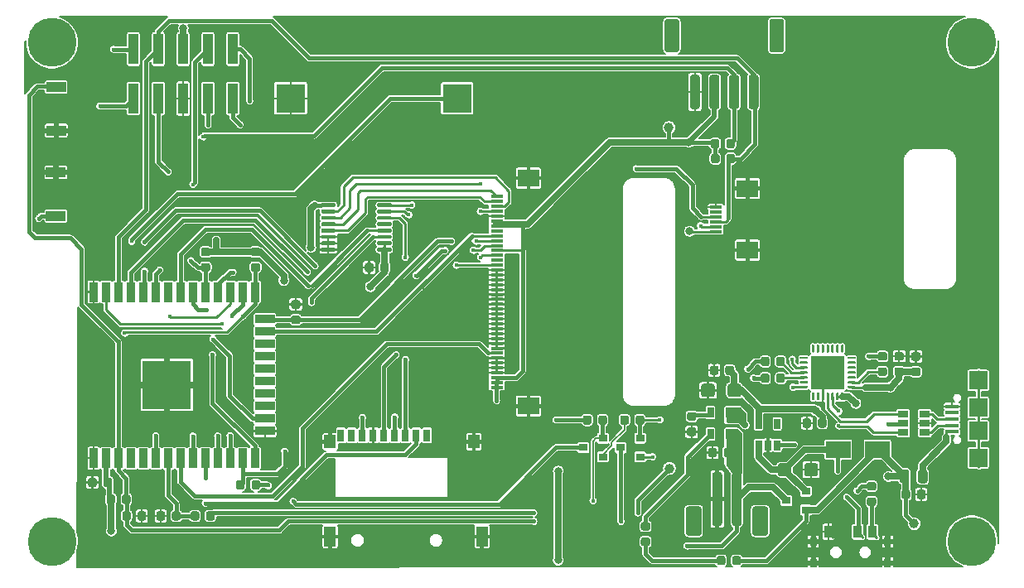
<source format=gbr>
%TF.GenerationSoftware,KiCad,Pcbnew,(5.1.6-0)*%
%TF.CreationDate,2020-10-12T19:17:27+02:00*%
%TF.ProjectId,ESP32_TFT,45535033-325f-4544-9654-2e6b69636164,rev?*%
%TF.SameCoordinates,Original*%
%TF.FileFunction,Copper,L1,Top*%
%TF.FilePolarity,Positive*%
%FSLAX46Y46*%
G04 Gerber Fmt 4.6, Leading zero omitted, Abs format (unit mm)*
G04 Created by KiCad (PCBNEW (5.1.6-0)) date 2020-10-12 19:17:27*
%MOMM*%
%LPD*%
G01*
G04 APERTURE LIST*
%TA.AperFunction,ComponentPad*%
%ADD10C,0.800000*%
%TD*%
%TA.AperFunction,ComponentPad*%
%ADD11C,5.000000*%
%TD*%
%TA.AperFunction,SMDPad,CuDef*%
%ADD12R,1.060000X0.650000*%
%TD*%
%TA.AperFunction,SMDPad,CuDef*%
%ADD13R,2.200000X1.800000*%
%TD*%
%TA.AperFunction,SMDPad,CuDef*%
%ADD14R,1.300000X0.300000*%
%TD*%
%TA.AperFunction,SMDPad,CuDef*%
%ADD15R,0.900000X1.300000*%
%TD*%
%TA.AperFunction,SMDPad,CuDef*%
%ADD16R,0.800000X0.900000*%
%TD*%
%TA.AperFunction,SMDPad,CuDef*%
%ADD17R,3.000000X3.000000*%
%TD*%
%TA.AperFunction,SMDPad,CuDef*%
%ADD18R,2.000000X1.050000*%
%TD*%
%TA.AperFunction,SMDPad,CuDef*%
%ADD19R,1.350000X0.400000*%
%TD*%
%TA.AperFunction,SMDPad,CuDef*%
%ADD20R,1.900000X1.900000*%
%TD*%
%TA.AperFunction,SMDPad,CuDef*%
%ADD21R,1.000000X3.150000*%
%TD*%
%TA.AperFunction,SMDPad,CuDef*%
%ADD22R,5.000000X5.000000*%
%TD*%
%TA.AperFunction,SMDPad,CuDef*%
%ADD23R,0.900000X2.000000*%
%TD*%
%TA.AperFunction,SMDPad,CuDef*%
%ADD24R,2.000000X0.900000*%
%TD*%
%TA.AperFunction,SMDPad,CuDef*%
%ADD25R,2.500000X1.800000*%
%TD*%
%TA.AperFunction,SMDPad,CuDef*%
%ADD26R,0.900000X0.800000*%
%TD*%
%TA.AperFunction,SMDPad,CuDef*%
%ADD27R,3.350000X3.350000*%
%TD*%
%TA.AperFunction,SMDPad,CuDef*%
%ADD28R,0.650000X1.060000*%
%TD*%
%TA.AperFunction,SMDPad,CuDef*%
%ADD29C,1.000000*%
%TD*%
%TA.AperFunction,SMDPad,CuDef*%
%ADD30R,0.700000X1.300000*%
%TD*%
%TA.AperFunction,SMDPad,CuDef*%
%ADD31R,1.200000X1.400000*%
%TD*%
%TA.AperFunction,SMDPad,CuDef*%
%ADD32R,1.200000X2.000000*%
%TD*%
%TA.AperFunction,ViaPad*%
%ADD33C,0.800000*%
%TD*%
%TA.AperFunction,ViaPad*%
%ADD34C,0.450000*%
%TD*%
%TA.AperFunction,Conductor*%
%ADD35C,0.254000*%
%TD*%
%TA.AperFunction,Conductor*%
%ADD36C,0.635000*%
%TD*%
%TA.AperFunction,Conductor*%
%ADD37C,0.381000*%
%TD*%
%TA.AperFunction,Conductor*%
%ADD38C,0.508000*%
%TD*%
%TA.AperFunction,Conductor*%
%ADD39C,0.152400*%
%TD*%
G04 APERTURE END LIST*
D10*
%TO.P,H1,1*%
%TO.N,N/C*%
X42825825Y-38674175D03*
X41500000Y-38125000D03*
X40174175Y-38674175D03*
X39625000Y-40000000D03*
X40174175Y-41325825D03*
X41500000Y-41875000D03*
X42825825Y-41325825D03*
X43375000Y-40000000D03*
D11*
X41500000Y-40000000D03*
%TD*%
D10*
%TO.P,H2,1*%
%TO.N,N/C*%
X42825825Y-89674175D03*
X41500000Y-89125000D03*
X40174175Y-89674175D03*
X39625000Y-91000000D03*
X40174175Y-92325825D03*
X41500000Y-92875000D03*
X42825825Y-92325825D03*
X43375000Y-91000000D03*
D11*
X41500000Y-91000000D03*
%TD*%
D10*
%TO.P,H3,1*%
%TO.N,N/C*%
X136825825Y-38674175D03*
X135500000Y-38125000D03*
X134174175Y-38674175D03*
X133625000Y-40000000D03*
X134174175Y-41325825D03*
X135500000Y-41875000D03*
X136825825Y-41325825D03*
X137375000Y-40000000D03*
D11*
X135500000Y-40000000D03*
%TD*%
D10*
%TO.P,H4,1*%
%TO.N,N/C*%
X136825825Y-89674175D03*
X135500000Y-89125000D03*
X134174175Y-89674175D03*
X133625000Y-91000000D03*
X134174175Y-92325825D03*
X135500000Y-92875000D03*
X136825825Y-92325825D03*
X137375000Y-91000000D03*
D11*
X135500000Y-91000000D03*
%TD*%
%TO.P,J3,1*%
%TO.N,+BATT*%
%TA.AperFunction,SMDPad,CuDef*%
G36*
G01*
X111980000Y-84170000D02*
X111980000Y-89170000D01*
G75*
G02*
X111730000Y-89420000I-250000J0D01*
G01*
X111230000Y-89420000D01*
G75*
G02*
X110980000Y-89170000I0J250000D01*
G01*
X110980000Y-84170000D01*
G75*
G02*
X111230000Y-83920000I250000J0D01*
G01*
X111730000Y-83920000D01*
G75*
G02*
X111980000Y-84170000I0J-250000D01*
G01*
G37*
%TD.AperFunction*%
%TO.P,J3,2*%
%TO.N,GND*%
%TA.AperFunction,SMDPad,CuDef*%
G36*
G01*
X109980000Y-84170001D02*
X109980000Y-89169999D01*
G75*
G02*
X109730000Y-89419999I-250000J0D01*
G01*
X109230000Y-89419999D01*
G75*
G02*
X108980000Y-89169999I0J250000D01*
G01*
X108980000Y-84170001D01*
G75*
G02*
X109230000Y-83920001I250000J0D01*
G01*
X109730000Y-83920001D01*
G75*
G02*
X109980000Y-84170001I0J-250000D01*
G01*
G37*
%TD.AperFunction*%
%TO.P,J3,MP*%
%TO.N,N/C*%
%TA.AperFunction,SMDPad,CuDef*%
G36*
G01*
X114680000Y-87670000D02*
X114680000Y-90170000D01*
G75*
G02*
X114430000Y-90420000I-250000J0D01*
G01*
X113330000Y-90420000D01*
G75*
G02*
X113080000Y-90170000I0J250000D01*
G01*
X113080000Y-87670000D01*
G75*
G02*
X113330000Y-87420000I250000J0D01*
G01*
X114430000Y-87420000D01*
G75*
G02*
X114680000Y-87670000I0J-250000D01*
G01*
G37*
%TD.AperFunction*%
%TA.AperFunction,SMDPad,CuDef*%
G36*
G01*
X107880000Y-87670000D02*
X107880000Y-90170000D01*
G75*
G02*
X107630000Y-90420000I-250000J0D01*
G01*
X106530000Y-90420000D01*
G75*
G02*
X106280000Y-90170000I0J250000D01*
G01*
X106280000Y-87670000D01*
G75*
G02*
X106530000Y-87420000I250000J0D01*
G01*
X107630000Y-87420000D01*
G75*
G02*
X107880000Y-87670000I0J-250000D01*
G01*
G37*
%TD.AperFunction*%
%TD*%
D12*
%TO.P,U6,5*%
%TO.N,VBUS*%
X128490000Y-78920000D03*
%TO.P,U6,6*%
%TO.N,D-*%
X128490000Y-79870000D03*
%TO.P,U6,4*%
%TO.N,D+*%
X128490000Y-77970000D03*
%TO.P,U6,3*%
%TO.N,CONN_D+*%
X130690000Y-77970000D03*
%TO.P,U6,2*%
%TO.N,GND*%
X130690000Y-78920000D03*
%TO.P,U6,1*%
%TO.N,CONN_D-*%
X130690000Y-79870000D03*
%TD*%
%TO.P,F1,2*%
%TO.N,Net-(F1-Pad2)*%
%TA.AperFunction,SMDPad,CuDef*%
G36*
G01*
X130000000Y-84816250D02*
X130000000Y-83903750D01*
G75*
G02*
X130243750Y-83660000I243750J0D01*
G01*
X130731250Y-83660000D01*
G75*
G02*
X130975000Y-83903750I0J-243750D01*
G01*
X130975000Y-84816250D01*
G75*
G02*
X130731250Y-85060000I-243750J0D01*
G01*
X130243750Y-85060000D01*
G75*
G02*
X130000000Y-84816250I0J243750D01*
G01*
G37*
%TD.AperFunction*%
%TO.P,F1,1*%
%TO.N,VBUS*%
%TA.AperFunction,SMDPad,CuDef*%
G36*
G01*
X128125000Y-84816250D02*
X128125000Y-83903750D01*
G75*
G02*
X128368750Y-83660000I243750J0D01*
G01*
X128856250Y-83660000D01*
G75*
G02*
X129100000Y-83903750I0J-243750D01*
G01*
X129100000Y-84816250D01*
G75*
G02*
X128856250Y-85060000I-243750J0D01*
G01*
X128368750Y-85060000D01*
G75*
G02*
X128125000Y-84816250I0J243750D01*
G01*
G37*
%TD.AperFunction*%
%TD*%
%TO.P,C10,2*%
%TO.N,GND*%
%TA.AperFunction,SMDPad,CuDef*%
G36*
G01*
X119080000Y-78653750D02*
X119080000Y-79166250D01*
G75*
G02*
X118861250Y-79385000I-218750J0D01*
G01*
X118423750Y-79385000D01*
G75*
G02*
X118205000Y-79166250I0J218750D01*
G01*
X118205000Y-78653750D01*
G75*
G02*
X118423750Y-78435000I218750J0D01*
G01*
X118861250Y-78435000D01*
G75*
G02*
X119080000Y-78653750I0J-218750D01*
G01*
G37*
%TD.AperFunction*%
%TO.P,C10,1*%
%TO.N,+3V3*%
%TA.AperFunction,SMDPad,CuDef*%
G36*
G01*
X120655000Y-78653750D02*
X120655000Y-79166250D01*
G75*
G02*
X120436250Y-79385000I-218750J0D01*
G01*
X119998750Y-79385000D01*
G75*
G02*
X119780000Y-79166250I0J218750D01*
G01*
X119780000Y-78653750D01*
G75*
G02*
X119998750Y-78435000I218750J0D01*
G01*
X120436250Y-78435000D01*
G75*
G02*
X120655000Y-78653750I0J-218750D01*
G01*
G37*
%TD.AperFunction*%
%TD*%
%TO.P,C3,2*%
%TO.N,GND*%
%TA.AperFunction,SMDPad,CuDef*%
G36*
G01*
X129900000Y-86456250D02*
X129900000Y-85943750D01*
G75*
G02*
X130118750Y-85725000I218750J0D01*
G01*
X130556250Y-85725000D01*
G75*
G02*
X130775000Y-85943750I0J-218750D01*
G01*
X130775000Y-86456250D01*
G75*
G02*
X130556250Y-86675000I-218750J0D01*
G01*
X130118750Y-86675000D01*
G75*
G02*
X129900000Y-86456250I0J218750D01*
G01*
G37*
%TD.AperFunction*%
%TO.P,C3,1*%
%TO.N,VBUS*%
%TA.AperFunction,SMDPad,CuDef*%
G36*
G01*
X128325000Y-86456250D02*
X128325000Y-85943750D01*
G75*
G02*
X128543750Y-85725000I218750J0D01*
G01*
X128981250Y-85725000D01*
G75*
G02*
X129200000Y-85943750I0J-218750D01*
G01*
X129200000Y-86456250D01*
G75*
G02*
X128981250Y-86675000I-218750J0D01*
G01*
X128543750Y-86675000D01*
G75*
G02*
X128325000Y-86456250I0J218750D01*
G01*
G37*
%TD.AperFunction*%
%TD*%
D13*
%TO.P,FPC1,MP*%
%TO.N,GND*%
X90200000Y-53860000D03*
X90200000Y-77160000D03*
D14*
%TO.P,FPC1,40*%
%TO.N,+3V3*%
X86950000Y-75260000D03*
%TO.P,FPC1,39*%
X86950000Y-74760000D03*
%TO.P,FPC1,38*%
X86950000Y-74260000D03*
%TO.P,FPC1,37*%
%TO.N,GND*%
X86950000Y-73760000D03*
%TO.P,FPC1,36*%
X86950000Y-73260000D03*
%TO.P,FPC1,35*%
X86950000Y-72760000D03*
%TO.P,FPC1,34*%
X86950000Y-72260000D03*
%TO.P,FPC1,33*%
%TO.N,TFT_LED*%
X86950000Y-71760000D03*
%TO.P,FPC1,32*%
%TO.N,GND*%
X86950000Y-71260000D03*
%TO.P,FPC1,31*%
X86950000Y-70760000D03*
%TO.P,FPC1,30*%
X86950000Y-70260000D03*
%TO.P,FPC1,29*%
X86950000Y-69760000D03*
%TO.P,FPC1,28*%
X86950000Y-69260000D03*
%TO.P,FPC1,27*%
X86950000Y-68760000D03*
%TO.P,FPC1,26*%
X86950000Y-68260000D03*
%TO.P,FPC1,25*%
X86950000Y-67760000D03*
%TO.P,FPC1,24*%
X86950000Y-67260000D03*
%TO.P,FPC1,23*%
X86950000Y-66760000D03*
%TO.P,FPC1,22*%
X86950000Y-66260000D03*
%TO.P,FPC1,21*%
X86950000Y-65760000D03*
%TO.P,FPC1,20*%
X86950000Y-65260000D03*
%TO.P,FPC1,19*%
X86950000Y-64760000D03*
%TO.P,FPC1,18*%
X86950000Y-64260000D03*
%TO.P,FPC1,17*%
X86950000Y-63760000D03*
%TO.P,FPC1,16*%
X86950000Y-63260000D03*
%TO.P,FPC1,15*%
%TO.N,TFT_RESET*%
X86950000Y-62760000D03*
%TO.P,FPC1,14*%
%TO.N,Net-(FPC1-Pad14)*%
X86950000Y-62260000D03*
%TO.P,FPC1,13*%
%TO.N,SDI*%
X86950000Y-61760000D03*
%TO.P,FPC1,12*%
%TO.N,+3V3*%
X86950000Y-61260000D03*
%TO.P,FPC1,11*%
%TO.N,SCK*%
X86950000Y-60760000D03*
%TO.P,FPC1,10*%
%TO.N,DC_RS*%
X86950000Y-60260000D03*
%TO.P,FPC1,9*%
%TO.N,TFT_CS*%
X86950000Y-59760000D03*
%TO.P,FPC1,8*%
%TO.N,Net-(FPC1-Pad8)*%
X86950000Y-59260000D03*
%TO.P,FPC1,7*%
%TO.N,+3V3*%
X86950000Y-58760000D03*
%TO.P,FPC1,6*%
X86950000Y-58260000D03*
%TO.P,FPC1,5*%
%TO.N,GND*%
X86950000Y-57760000D03*
%TO.P,FPC1,4*%
%TO.N,YD*%
X86950000Y-57260000D03*
%TO.P,FPC1,3*%
%TO.N,XR*%
X86950000Y-56760000D03*
%TO.P,FPC1,2*%
%TO.N,YU*%
X86950000Y-56260000D03*
%TO.P,FPC1,1*%
%TO.N,XL*%
X86950000Y-55760000D03*
%TD*%
D15*
%TO.P,SW3,1*%
%TO.N,Net-(R9-Pad2)*%
X125350000Y-90020000D03*
%TO.P,SW3,2*%
%TO.N,LDO_EN*%
X123850000Y-90020000D03*
%TO.P,SW3,3*%
%TO.N,GND*%
X120850000Y-90020000D03*
D16*
%TO.P,SW3,MNT*%
X126900000Y-93220000D03*
X126900000Y-91020000D03*
X119300000Y-93220000D03*
X119300000Y-91020000D03*
%TD*%
D17*
%TO.P,LS1,1*%
%TO.N,PIEZO*%
X82900000Y-45700000D03*
%TO.P,LS1,2*%
%TO.N,GND*%
X65900000Y-45700000D03*
%TD*%
D18*
%TO.P,SW1,2*%
%TO.N,GND*%
X41900000Y-53275000D03*
%TO.P,SW1,1*%
%TO.N,IO0*%
X41900000Y-57725000D03*
%TD*%
%TO.P,SW2,2*%
%TO.N,GND*%
X41930000Y-49000000D03*
%TO.P,SW2,1*%
%TO.N,EN*%
X41930000Y-44550000D03*
%TD*%
D19*
%TO.P,J1,1*%
%TO.N,Net-(F1-Pad2)*%
X133475000Y-79800000D03*
%TO.P,J1,2*%
%TO.N,CONN_D-*%
X133475000Y-79150000D03*
%TO.P,J1,3*%
%TO.N,CONN_D+*%
X133475000Y-78500000D03*
%TO.P,J1,4*%
%TO.N,Net-(J1-Pad4)*%
X133475000Y-77850000D03*
%TO.P,J1,5*%
%TO.N,GND*%
X133475000Y-77200000D03*
D20*
%TO.P,J1,6*%
%TO.N,Net-(J1-Pad6)*%
X136150000Y-74550000D03*
X136150000Y-82450000D03*
X136150000Y-77300000D03*
X136150000Y-79700000D03*
%TD*%
D21*
%TO.P,J2,1*%
%TO.N,IO34*%
X49820000Y-45725000D03*
%TO.P,J2,2*%
%TO.N,IO33*%
X49820000Y-40675000D03*
%TO.P,J2,3*%
%TO.N,SDA*%
X52360000Y-45725000D03*
%TO.P,J2,4*%
%TO.N,SCL*%
X52360000Y-40675000D03*
%TO.P,J2,5*%
%TO.N,GND*%
X54900000Y-45725000D03*
%TO.P,J2,6*%
%TO.N,+3V3*%
X54900000Y-40675000D03*
%TO.P,J2,7*%
%TO.N,IO16*%
X57440000Y-45725000D03*
%TO.P,J2,8*%
%TO.N,IO5*%
X57440000Y-40675000D03*
%TO.P,J2,9*%
%TO.N,IO13*%
X59980000Y-45725000D03*
%TO.P,J2,10*%
%TO.N,IO12*%
X59980000Y-40675000D03*
%TD*%
D22*
%TO.P,U4,39*%
%TO.N,GND*%
X53245000Y-75000000D03*
D23*
%TO.P,U4,1*%
X45745000Y-82500000D03*
%TO.P,U4,2*%
%TO.N,+3V3*%
X47015000Y-82500000D03*
%TO.P,U4,3*%
%TO.N,EN*%
X48285000Y-82500000D03*
%TO.P,U4,4*%
%TO.N,Net-(U4-Pad4)*%
X49555000Y-82500000D03*
%TO.P,U4,5*%
%TO.N,Net-(U4-Pad5)*%
X50825000Y-82500000D03*
%TO.P,U4,6*%
%TO.N,IO34*%
X52095000Y-82500000D03*
%TO.P,U4,7*%
%TO.N,BATT_DIV*%
X53365000Y-82500000D03*
%TO.P,U4,8*%
%TO.N,TFT_LED*%
X54635000Y-82500000D03*
%TO.P,U4,9*%
%TO.N,IO33*%
X55905000Y-82500000D03*
%TO.P,U4,10*%
%TO.N,SD_CS*%
X57175000Y-82500000D03*
%TO.P,U4,11*%
%TO.N,PIEZO*%
X58445000Y-82500000D03*
%TO.P,U4,12*%
%TO.N,CTC_IRQ*%
X59715000Y-82500000D03*
%TO.P,U4,13*%
%TO.N,RTC_IRQ*%
X60985000Y-82500000D03*
%TO.P,U4,14*%
%TO.N,IO12*%
X62255000Y-82500000D03*
D24*
%TO.P,U4,15*%
%TO.N,GND*%
X63255000Y-79715000D03*
%TO.P,U4,16*%
%TO.N,IO13*%
X63255000Y-78445000D03*
%TO.P,U4,17*%
%TO.N,Net-(U4-Pad17)*%
X63255000Y-77175000D03*
%TO.P,U4,18*%
%TO.N,Net-(U4-Pad18)*%
X63255000Y-75905000D03*
%TO.P,U4,19*%
%TO.N,Net-(U4-Pad19)*%
X63255000Y-74635000D03*
%TO.P,U4,20*%
%TO.N,Net-(U4-Pad20)*%
X63255000Y-73365000D03*
%TO.P,U4,21*%
%TO.N,Net-(U4-Pad21)*%
X63255000Y-72095000D03*
%TO.P,U4,22*%
%TO.N,Net-(U4-Pad22)*%
X63255000Y-70825000D03*
%TO.P,U4,23*%
%TO.N,TFT_CS*%
X63255000Y-69555000D03*
%TO.P,U4,24*%
%TO.N,DC_RS*%
X63255000Y-68285000D03*
D23*
%TO.P,U4,25*%
%TO.N,IO0*%
X62255000Y-65500000D03*
%TO.P,U4,26*%
%TO.N,TFT_RESET*%
X60985000Y-65500000D03*
%TO.P,U4,27*%
%TO.N,IO16*%
X59715000Y-65500000D03*
%TO.P,U4,28*%
%TO.N,RTC_CS*%
X58445000Y-65500000D03*
%TO.P,U4,29*%
%TO.N,IO5*%
X57175000Y-65500000D03*
%TO.P,U4,30*%
%TO.N,SCK*%
X55905000Y-65500000D03*
%TO.P,U4,31*%
%TO.N,SDO*%
X54635000Y-65500000D03*
%TO.P,U4,32*%
%TO.N,Net-(U4-Pad32)*%
X53365000Y-65500000D03*
%TO.P,U4,33*%
%TO.N,SDA*%
X52095000Y-65500000D03*
%TO.P,U4,34*%
%TO.N,RXD0*%
X50825000Y-65500000D03*
%TO.P,U4,35*%
%TO.N,TXD0*%
X49555000Y-65500000D03*
%TO.P,U4,36*%
%TO.N,SCL*%
X48285000Y-65500000D03*
%TO.P,U4,37*%
%TO.N,SDI*%
X47015000Y-65500000D03*
%TO.P,U4,38*%
%TO.N,GND*%
X45745000Y-65500000D03*
%TD*%
%TO.P,C1,1*%
%TO.N,VBUS*%
%TA.AperFunction,SMDPad,CuDef*%
G36*
G01*
X128326250Y-74095000D02*
X127813750Y-74095000D01*
G75*
G02*
X127595000Y-73876250I0J218750D01*
G01*
X127595000Y-73438750D01*
G75*
G02*
X127813750Y-73220000I218750J0D01*
G01*
X128326250Y-73220000D01*
G75*
G02*
X128545000Y-73438750I0J-218750D01*
G01*
X128545000Y-73876250D01*
G75*
G02*
X128326250Y-74095000I-218750J0D01*
G01*
G37*
%TD.AperFunction*%
%TO.P,C1,2*%
%TO.N,GND*%
%TA.AperFunction,SMDPad,CuDef*%
G36*
G01*
X128326250Y-72520000D02*
X127813750Y-72520000D01*
G75*
G02*
X127595000Y-72301250I0J218750D01*
G01*
X127595000Y-71863750D01*
G75*
G02*
X127813750Y-71645000I218750J0D01*
G01*
X128326250Y-71645000D01*
G75*
G02*
X128545000Y-71863750I0J-218750D01*
G01*
X128545000Y-72301250D01*
G75*
G02*
X128326250Y-72520000I-218750J0D01*
G01*
G37*
%TD.AperFunction*%
%TD*%
%TO.P,C2,2*%
%TO.N,GND*%
%TA.AperFunction,SMDPad,CuDef*%
G36*
G01*
X74350000Y-62743750D02*
X74350000Y-63256250D01*
G75*
G02*
X74131250Y-63475000I-218750J0D01*
G01*
X73693750Y-63475000D01*
G75*
G02*
X73475000Y-63256250I0J218750D01*
G01*
X73475000Y-62743750D01*
G75*
G02*
X73693750Y-62525000I218750J0D01*
G01*
X74131250Y-62525000D01*
G75*
G02*
X74350000Y-62743750I0J-218750D01*
G01*
G37*
%TD.AperFunction*%
%TO.P,C2,1*%
%TO.N,+3V3*%
%TA.AperFunction,SMDPad,CuDef*%
G36*
G01*
X75925000Y-62743750D02*
X75925000Y-63256250D01*
G75*
G02*
X75706250Y-63475000I-218750J0D01*
G01*
X75268750Y-63475000D01*
G75*
G02*
X75050000Y-63256250I0J218750D01*
G01*
X75050000Y-62743750D01*
G75*
G02*
X75268750Y-62525000I218750J0D01*
G01*
X75706250Y-62525000D01*
G75*
G02*
X75925000Y-62743750I0J-218750D01*
G01*
G37*
%TD.AperFunction*%
%TD*%
%TO.P,C4,2*%
%TO.N,GND*%
%TA.AperFunction,SMDPad,CuDef*%
G36*
G01*
X118380000Y-84105001D02*
X118380000Y-83254999D01*
G75*
G02*
X118629999Y-83005000I249999J0D01*
G01*
X119530001Y-83005000D01*
G75*
G02*
X119780000Y-83254999I0J-249999D01*
G01*
X119780000Y-84105001D01*
G75*
G02*
X119530001Y-84355000I-249999J0D01*
G01*
X118629999Y-84355000D01*
G75*
G02*
X118380000Y-84105001I0J249999D01*
G01*
G37*
%TD.AperFunction*%
%TO.P,C4,1*%
%TO.N,/VIN*%
%TA.AperFunction,SMDPad,CuDef*%
G36*
G01*
X115680000Y-84105001D02*
X115680000Y-83254999D01*
G75*
G02*
X115929999Y-83005000I249999J0D01*
G01*
X116830001Y-83005000D01*
G75*
G02*
X117080000Y-83254999I0J-249999D01*
G01*
X117080000Y-84105001D01*
G75*
G02*
X116830001Y-84355000I-249999J0D01*
G01*
X115929999Y-84355000D01*
G75*
G02*
X115680000Y-84105001I0J249999D01*
G01*
G37*
%TD.AperFunction*%
%TD*%
%TO.P,C5,1*%
%TO.N,+3V3*%
%TA.AperFunction,SMDPad,CuDef*%
G36*
G01*
X111940000Y-75144999D02*
X111940000Y-75995001D01*
G75*
G02*
X111690001Y-76245000I-249999J0D01*
G01*
X110789999Y-76245000D01*
G75*
G02*
X110540000Y-75995001I0J249999D01*
G01*
X110540000Y-75144999D01*
G75*
G02*
X110789999Y-74895000I249999J0D01*
G01*
X111690001Y-74895000D01*
G75*
G02*
X111940000Y-75144999I0J-249999D01*
G01*
G37*
%TD.AperFunction*%
%TO.P,C5,2*%
%TO.N,GND*%
%TA.AperFunction,SMDPad,CuDef*%
G36*
G01*
X109240000Y-75144999D02*
X109240000Y-75995001D01*
G75*
G02*
X108990001Y-76245000I-249999J0D01*
G01*
X108089999Y-76245000D01*
G75*
G02*
X107840000Y-75995001I0J249999D01*
G01*
X107840000Y-75144999D01*
G75*
G02*
X108089999Y-74895000I249999J0D01*
G01*
X108990001Y-74895000D01*
G75*
G02*
X109240000Y-75144999I0J-249999D01*
G01*
G37*
%TD.AperFunction*%
%TD*%
%TO.P,C6,1*%
%TO.N,+3V3*%
%TA.AperFunction,SMDPad,CuDef*%
G36*
G01*
X47645000Y-84723750D02*
X47645000Y-85236250D01*
G75*
G02*
X47426250Y-85455000I-218750J0D01*
G01*
X46988750Y-85455000D01*
G75*
G02*
X46770000Y-85236250I0J218750D01*
G01*
X46770000Y-84723750D01*
G75*
G02*
X46988750Y-84505000I218750J0D01*
G01*
X47426250Y-84505000D01*
G75*
G02*
X47645000Y-84723750I0J-218750D01*
G01*
G37*
%TD.AperFunction*%
%TO.P,C6,2*%
%TO.N,GND*%
%TA.AperFunction,SMDPad,CuDef*%
G36*
G01*
X46070000Y-84723750D02*
X46070000Y-85236250D01*
G75*
G02*
X45851250Y-85455000I-218750J0D01*
G01*
X45413750Y-85455000D01*
G75*
G02*
X45195000Y-85236250I0J218750D01*
G01*
X45195000Y-84723750D01*
G75*
G02*
X45413750Y-84505000I218750J0D01*
G01*
X45851250Y-84505000D01*
G75*
G02*
X46070000Y-84723750I0J-218750D01*
G01*
G37*
%TD.AperFunction*%
%TD*%
%TO.P,C7,1*%
%TO.N,+3V3*%
%TA.AperFunction,SMDPad,CuDef*%
G36*
G01*
X111185000Y-73253750D02*
X111185000Y-73766250D01*
G75*
G02*
X110966250Y-73985000I-218750J0D01*
G01*
X110528750Y-73985000D01*
G75*
G02*
X110310000Y-73766250I0J218750D01*
G01*
X110310000Y-73253750D01*
G75*
G02*
X110528750Y-73035000I218750J0D01*
G01*
X110966250Y-73035000D01*
G75*
G02*
X111185000Y-73253750I0J-218750D01*
G01*
G37*
%TD.AperFunction*%
%TO.P,C7,2*%
%TO.N,GND*%
%TA.AperFunction,SMDPad,CuDef*%
G36*
G01*
X109610000Y-73253750D02*
X109610000Y-73766250D01*
G75*
G02*
X109391250Y-73985000I-218750J0D01*
G01*
X108953750Y-73985000D01*
G75*
G02*
X108735000Y-73766250I0J218750D01*
G01*
X108735000Y-73253750D01*
G75*
G02*
X108953750Y-73035000I218750J0D01*
G01*
X109391250Y-73035000D01*
G75*
G02*
X109610000Y-73253750I0J-218750D01*
G01*
G37*
%TD.AperFunction*%
%TD*%
%TO.P,C8,1*%
%TO.N,EN*%
%TA.AperFunction,SMDPad,CuDef*%
G36*
G01*
X48675000Y-88656250D02*
X48675000Y-88143750D01*
G75*
G02*
X48893750Y-87925000I218750J0D01*
G01*
X49331250Y-87925000D01*
G75*
G02*
X49550000Y-88143750I0J-218750D01*
G01*
X49550000Y-88656250D01*
G75*
G02*
X49331250Y-88875000I-218750J0D01*
G01*
X48893750Y-88875000D01*
G75*
G02*
X48675000Y-88656250I0J218750D01*
G01*
G37*
%TD.AperFunction*%
%TO.P,C8,2*%
%TO.N,GND*%
%TA.AperFunction,SMDPad,CuDef*%
G36*
G01*
X50250000Y-88656250D02*
X50250000Y-88143750D01*
G75*
G02*
X50468750Y-87925000I218750J0D01*
G01*
X50906250Y-87925000D01*
G75*
G02*
X51125000Y-88143750I0J-218750D01*
G01*
X51125000Y-88656250D01*
G75*
G02*
X50906250Y-88875000I-218750J0D01*
G01*
X50468750Y-88875000D01*
G75*
G02*
X50250000Y-88656250I0J218750D01*
G01*
G37*
%TD.AperFunction*%
%TD*%
%TO.P,C9,2*%
%TO.N,GND*%
%TA.AperFunction,SMDPad,CuDef*%
G36*
G01*
X109450000Y-81663750D02*
X109450000Y-82176250D01*
G75*
G02*
X109231250Y-82395000I-218750J0D01*
G01*
X108793750Y-82395000D01*
G75*
G02*
X108575000Y-82176250I0J218750D01*
G01*
X108575000Y-81663750D01*
G75*
G02*
X108793750Y-81445000I218750J0D01*
G01*
X109231250Y-81445000D01*
G75*
G02*
X109450000Y-81663750I0J-218750D01*
G01*
G37*
%TD.AperFunction*%
%TO.P,C9,1*%
%TO.N,+BATT*%
%TA.AperFunction,SMDPad,CuDef*%
G36*
G01*
X111025000Y-81663750D02*
X111025000Y-82176250D01*
G75*
G02*
X110806250Y-82395000I-218750J0D01*
G01*
X110368750Y-82395000D01*
G75*
G02*
X110150000Y-82176250I0J218750D01*
G01*
X110150000Y-81663750D01*
G75*
G02*
X110368750Y-81445000I218750J0D01*
G01*
X110806250Y-81445000D01*
G75*
G02*
X111025000Y-81663750I0J-218750D01*
G01*
G37*
%TD.AperFunction*%
%TD*%
D25*
%TO.P,D1,1*%
%TO.N,/VIN*%
X121850000Y-81630000D03*
%TO.P,D1,2*%
%TO.N,VBUS*%
X125850000Y-81630000D03*
%TD*%
%TO.P,D2,1*%
%TO.N,Net-(D2-Pad1)*%
%TA.AperFunction,SMDPad,CuDef*%
G36*
G01*
X109445000Y-93216250D02*
X109445000Y-92703750D01*
G75*
G02*
X109663750Y-92485000I218750J0D01*
G01*
X110101250Y-92485000D01*
G75*
G02*
X110320000Y-92703750I0J-218750D01*
G01*
X110320000Y-93216250D01*
G75*
G02*
X110101250Y-93435000I-218750J0D01*
G01*
X109663750Y-93435000D01*
G75*
G02*
X109445000Y-93216250I0J218750D01*
G01*
G37*
%TD.AperFunction*%
%TO.P,D2,2*%
%TO.N,VBUS*%
%TA.AperFunction,SMDPad,CuDef*%
G36*
G01*
X111020000Y-93216250D02*
X111020000Y-92703750D01*
G75*
G02*
X111238750Y-92485000I218750J0D01*
G01*
X111676250Y-92485000D01*
G75*
G02*
X111895000Y-92703750I0J-218750D01*
G01*
X111895000Y-93216250D01*
G75*
G02*
X111676250Y-93435000I-218750J0D01*
G01*
X111238750Y-93435000D01*
G75*
G02*
X111020000Y-93216250I0J218750D01*
G01*
G37*
%TD.AperFunction*%
%TD*%
D13*
%TO.P,FPC2,MP*%
%TO.N,GND*%
X112580000Y-54920000D03*
X112580000Y-61220000D03*
D14*
%TO.P,FPC2,1*%
%TO.N,+3V3*%
X109330000Y-59320000D03*
%TO.P,FPC2,2*%
%TO.N,SDA*%
X109330000Y-58820000D03*
%TO.P,FPC2,3*%
%TO.N,SCL*%
X109330000Y-58320000D03*
%TO.P,FPC2,4*%
%TO.N,CTC_IRQ*%
X109330000Y-57820000D03*
%TO.P,FPC2,5*%
%TO.N,CTC_RST*%
X109330000Y-57320000D03*
%TO.P,FPC2,6*%
%TO.N,GND*%
X109330000Y-56820000D03*
%TD*%
D26*
%TO.P,Q1,3*%
%TO.N,EN*%
X99600000Y-81400000D03*
%TO.P,Q1,2*%
%TO.N,RTS*%
X101600000Y-80450000D03*
%TO.P,Q1,1*%
%TO.N,Net-(Q1-Pad1)*%
X101600000Y-82350000D03*
%TD*%
%TO.P,Q2,1*%
%TO.N,Net-(Q2-Pad1)*%
X97800000Y-82350000D03*
%TO.P,Q2,2*%
%TO.N,DTR*%
X97800000Y-80450000D03*
%TO.P,Q2,3*%
%TO.N,IO0*%
X95800000Y-81400000D03*
%TD*%
%TO.P,Q3,1*%
%TO.N,VBUS*%
X118530000Y-87770000D03*
%TO.P,Q3,2*%
%TO.N,/VIN*%
X118530000Y-85870000D03*
%TO.P,Q3,3*%
%TO.N,+BATT*%
X116530000Y-86820000D03*
%TD*%
%TO.P,R1,1*%
%TO.N,+3V3*%
%TA.AperFunction,SMDPad,CuDef*%
G36*
G01*
X126113750Y-71645000D02*
X126626250Y-71645000D01*
G75*
G02*
X126845000Y-71863750I0J-218750D01*
G01*
X126845000Y-72301250D01*
G75*
G02*
X126626250Y-72520000I-218750J0D01*
G01*
X126113750Y-72520000D01*
G75*
G02*
X125895000Y-72301250I0J218750D01*
G01*
X125895000Y-71863750D01*
G75*
G02*
X126113750Y-71645000I218750J0D01*
G01*
G37*
%TD.AperFunction*%
%TO.P,R1,2*%
%TO.N,RSTb*%
%TA.AperFunction,SMDPad,CuDef*%
G36*
G01*
X126113750Y-73220000D02*
X126626250Y-73220000D01*
G75*
G02*
X126845000Y-73438750I0J-218750D01*
G01*
X126845000Y-73876250D01*
G75*
G02*
X126626250Y-74095000I-218750J0D01*
G01*
X126113750Y-74095000D01*
G75*
G02*
X125895000Y-73876250I0J218750D01*
G01*
X125895000Y-73438750D01*
G75*
G02*
X126113750Y-73220000I218750J0D01*
G01*
G37*
%TD.AperFunction*%
%TD*%
%TO.P,R2,2*%
%TO.N,GND*%
%TA.AperFunction,SMDPad,CuDef*%
G36*
G01*
X130036250Y-72530000D02*
X129523750Y-72530000D01*
G75*
G02*
X129305000Y-72311250I0J218750D01*
G01*
X129305000Y-71873750D01*
G75*
G02*
X129523750Y-71655000I218750J0D01*
G01*
X130036250Y-71655000D01*
G75*
G02*
X130255000Y-71873750I0J-218750D01*
G01*
X130255000Y-72311250D01*
G75*
G02*
X130036250Y-72530000I-218750J0D01*
G01*
G37*
%TD.AperFunction*%
%TO.P,R2,1*%
%TO.N,VBUS*%
%TA.AperFunction,SMDPad,CuDef*%
G36*
G01*
X130036250Y-74105000D02*
X129523750Y-74105000D01*
G75*
G02*
X129305000Y-73886250I0J218750D01*
G01*
X129305000Y-73448750D01*
G75*
G02*
X129523750Y-73230000I218750J0D01*
G01*
X130036250Y-73230000D01*
G75*
G02*
X130255000Y-73448750I0J-218750D01*
G01*
X130255000Y-73886250D01*
G75*
G02*
X130036250Y-74105000I-218750J0D01*
G01*
G37*
%TD.AperFunction*%
%TD*%
%TO.P,R3,2*%
%TO.N,Net-(R3-Pad2)*%
%TA.AperFunction,SMDPad,CuDef*%
G36*
G01*
X115520000Y-72866250D02*
X115520000Y-72353750D01*
G75*
G02*
X115738750Y-72135000I218750J0D01*
G01*
X116176250Y-72135000D01*
G75*
G02*
X116395000Y-72353750I0J-218750D01*
G01*
X116395000Y-72866250D01*
G75*
G02*
X116176250Y-73085000I-218750J0D01*
G01*
X115738750Y-73085000D01*
G75*
G02*
X115520000Y-72866250I0J218750D01*
G01*
G37*
%TD.AperFunction*%
%TO.P,R3,1*%
%TO.N,RXD0*%
%TA.AperFunction,SMDPad,CuDef*%
G36*
G01*
X113945000Y-72866250D02*
X113945000Y-72353750D01*
G75*
G02*
X114163750Y-72135000I218750J0D01*
G01*
X114601250Y-72135000D01*
G75*
G02*
X114820000Y-72353750I0J-218750D01*
G01*
X114820000Y-72866250D01*
G75*
G02*
X114601250Y-73085000I-218750J0D01*
G01*
X114163750Y-73085000D01*
G75*
G02*
X113945000Y-72866250I0J218750D01*
G01*
G37*
%TD.AperFunction*%
%TD*%
%TO.P,R4,1*%
%TO.N,TXD0*%
%TA.AperFunction,SMDPad,CuDef*%
G36*
G01*
X113945000Y-74566250D02*
X113945000Y-74053750D01*
G75*
G02*
X114163750Y-73835000I218750J0D01*
G01*
X114601250Y-73835000D01*
G75*
G02*
X114820000Y-74053750I0J-218750D01*
G01*
X114820000Y-74566250D01*
G75*
G02*
X114601250Y-74785000I-218750J0D01*
G01*
X114163750Y-74785000D01*
G75*
G02*
X113945000Y-74566250I0J218750D01*
G01*
G37*
%TD.AperFunction*%
%TO.P,R4,2*%
%TO.N,Net-(R4-Pad2)*%
%TA.AperFunction,SMDPad,CuDef*%
G36*
G01*
X115520000Y-74566250D02*
X115520000Y-74053750D01*
G75*
G02*
X115738750Y-73835000I218750J0D01*
G01*
X116176250Y-73835000D01*
G75*
G02*
X116395000Y-74053750I0J-218750D01*
G01*
X116395000Y-74566250D01*
G75*
G02*
X116176250Y-74785000I-218750J0D01*
G01*
X115738750Y-74785000D01*
G75*
G02*
X115520000Y-74566250I0J218750D01*
G01*
G37*
%TD.AperFunction*%
%TD*%
%TO.P,R5,1*%
%TO.N,Net-(Q1-Pad1)*%
%TA.AperFunction,SMDPad,CuDef*%
G36*
G01*
X95762500Y-78856250D02*
X95762500Y-78343750D01*
G75*
G02*
X95981250Y-78125000I218750J0D01*
G01*
X96418750Y-78125000D01*
G75*
G02*
X96637500Y-78343750I0J-218750D01*
G01*
X96637500Y-78856250D01*
G75*
G02*
X96418750Y-79075000I-218750J0D01*
G01*
X95981250Y-79075000D01*
G75*
G02*
X95762500Y-78856250I0J218750D01*
G01*
G37*
%TD.AperFunction*%
%TO.P,R5,2*%
%TO.N,DTR*%
%TA.AperFunction,SMDPad,CuDef*%
G36*
G01*
X97337500Y-78856250D02*
X97337500Y-78343750D01*
G75*
G02*
X97556250Y-78125000I218750J0D01*
G01*
X97993750Y-78125000D01*
G75*
G02*
X98212500Y-78343750I0J-218750D01*
G01*
X98212500Y-78856250D01*
G75*
G02*
X97993750Y-79075000I-218750J0D01*
G01*
X97556250Y-79075000D01*
G75*
G02*
X97337500Y-78856250I0J218750D01*
G01*
G37*
%TD.AperFunction*%
%TD*%
%TO.P,R6,2*%
%TO.N,RTS*%
%TA.AperFunction,SMDPad,CuDef*%
G36*
G01*
X101150000Y-78856250D02*
X101150000Y-78343750D01*
G75*
G02*
X101368750Y-78125000I218750J0D01*
G01*
X101806250Y-78125000D01*
G75*
G02*
X102025000Y-78343750I0J-218750D01*
G01*
X102025000Y-78856250D01*
G75*
G02*
X101806250Y-79075000I-218750J0D01*
G01*
X101368750Y-79075000D01*
G75*
G02*
X101150000Y-78856250I0J218750D01*
G01*
G37*
%TD.AperFunction*%
%TO.P,R6,1*%
%TO.N,Net-(Q2-Pad1)*%
%TA.AperFunction,SMDPad,CuDef*%
G36*
G01*
X99575000Y-78856250D02*
X99575000Y-78343750D01*
G75*
G02*
X99793750Y-78125000I218750J0D01*
G01*
X100231250Y-78125000D01*
G75*
G02*
X100450000Y-78343750I0J-218750D01*
G01*
X100450000Y-78856250D01*
G75*
G02*
X100231250Y-79075000I-218750J0D01*
G01*
X99793750Y-79075000D01*
G75*
G02*
X99575000Y-78856250I0J218750D01*
G01*
G37*
%TD.AperFunction*%
%TD*%
%TO.P,R7,2*%
%TO.N,+3V3*%
%TA.AperFunction,SMDPad,CuDef*%
G36*
G01*
X61890000Y-85476250D02*
X61890000Y-84963750D01*
G75*
G02*
X62108750Y-84745000I218750J0D01*
G01*
X62546250Y-84745000D01*
G75*
G02*
X62765000Y-84963750I0J-218750D01*
G01*
X62765000Y-85476250D01*
G75*
G02*
X62546250Y-85695000I-218750J0D01*
G01*
X62108750Y-85695000D01*
G75*
G02*
X61890000Y-85476250I0J218750D01*
G01*
G37*
%TD.AperFunction*%
%TO.P,R7,1*%
%TO.N,RTC_IRQ*%
%TA.AperFunction,SMDPad,CuDef*%
G36*
G01*
X60315000Y-85476250D02*
X60315000Y-84963750D01*
G75*
G02*
X60533750Y-84745000I218750J0D01*
G01*
X60971250Y-84745000D01*
G75*
G02*
X61190000Y-84963750I0J-218750D01*
G01*
X61190000Y-85476250D01*
G75*
G02*
X60971250Y-85695000I-218750J0D01*
G01*
X60533750Y-85695000D01*
G75*
G02*
X60315000Y-85476250I0J218750D01*
G01*
G37*
%TD.AperFunction*%
%TD*%
%TO.P,R8,1*%
%TO.N,+3V3*%
%TA.AperFunction,SMDPad,CuDef*%
G36*
G01*
X47075000Y-86956250D02*
X47075000Y-86443750D01*
G75*
G02*
X47293750Y-86225000I218750J0D01*
G01*
X47731250Y-86225000D01*
G75*
G02*
X47950000Y-86443750I0J-218750D01*
G01*
X47950000Y-86956250D01*
G75*
G02*
X47731250Y-87175000I-218750J0D01*
G01*
X47293750Y-87175000D01*
G75*
G02*
X47075000Y-86956250I0J218750D01*
G01*
G37*
%TD.AperFunction*%
%TO.P,R8,2*%
%TO.N,EN*%
%TA.AperFunction,SMDPad,CuDef*%
G36*
G01*
X48650000Y-86956250D02*
X48650000Y-86443750D01*
G75*
G02*
X48868750Y-86225000I218750J0D01*
G01*
X49306250Y-86225000D01*
G75*
G02*
X49525000Y-86443750I0J-218750D01*
G01*
X49525000Y-86956250D01*
G75*
G02*
X49306250Y-87175000I-218750J0D01*
G01*
X48868750Y-87175000D01*
G75*
G02*
X48650000Y-86956250I0J218750D01*
G01*
G37*
%TD.AperFunction*%
%TD*%
%TO.P,R9,1*%
%TO.N,/VIN*%
%TA.AperFunction,SMDPad,CuDef*%
G36*
G01*
X124993750Y-84925000D02*
X125506250Y-84925000D01*
G75*
G02*
X125725000Y-85143750I0J-218750D01*
G01*
X125725000Y-85581250D01*
G75*
G02*
X125506250Y-85800000I-218750J0D01*
G01*
X124993750Y-85800000D01*
G75*
G02*
X124775000Y-85581250I0J218750D01*
G01*
X124775000Y-85143750D01*
G75*
G02*
X124993750Y-84925000I218750J0D01*
G01*
G37*
%TD.AperFunction*%
%TO.P,R9,2*%
%TO.N,Net-(R9-Pad2)*%
%TA.AperFunction,SMDPad,CuDef*%
G36*
G01*
X124993750Y-86500000D02*
X125506250Y-86500000D01*
G75*
G02*
X125725000Y-86718750I0J-218750D01*
G01*
X125725000Y-87156250D01*
G75*
G02*
X125506250Y-87375000I-218750J0D01*
G01*
X124993750Y-87375000D01*
G75*
G02*
X124775000Y-87156250I0J218750D01*
G01*
X124775000Y-86718750D01*
G75*
G02*
X124993750Y-86500000I218750J0D01*
G01*
G37*
%TD.AperFunction*%
%TD*%
%TO.P,R10,2*%
%TO.N,IO0*%
%TA.AperFunction,SMDPad,CuDef*%
G36*
G01*
X62043750Y-62550000D02*
X62556250Y-62550000D01*
G75*
G02*
X62775000Y-62768750I0J-218750D01*
G01*
X62775000Y-63206250D01*
G75*
G02*
X62556250Y-63425000I-218750J0D01*
G01*
X62043750Y-63425000D01*
G75*
G02*
X61825000Y-63206250I0J218750D01*
G01*
X61825000Y-62768750D01*
G75*
G02*
X62043750Y-62550000I218750J0D01*
G01*
G37*
%TD.AperFunction*%
%TO.P,R10,1*%
%TO.N,+3V3*%
%TA.AperFunction,SMDPad,CuDef*%
G36*
G01*
X62043750Y-60975000D02*
X62556250Y-60975000D01*
G75*
G02*
X62775000Y-61193750I0J-218750D01*
G01*
X62775000Y-61631250D01*
G75*
G02*
X62556250Y-61850000I-218750J0D01*
G01*
X62043750Y-61850000D01*
G75*
G02*
X61825000Y-61631250I0J218750D01*
G01*
X61825000Y-61193750D01*
G75*
G02*
X62043750Y-60975000I218750J0D01*
G01*
G37*
%TD.AperFunction*%
%TD*%
%TO.P,R11,1*%
%TO.N,+3V3*%
%TA.AperFunction,SMDPad,CuDef*%
G36*
G01*
X56943750Y-60975000D02*
X57456250Y-60975000D01*
G75*
G02*
X57675000Y-61193750I0J-218750D01*
G01*
X57675000Y-61631250D01*
G75*
G02*
X57456250Y-61850000I-218750J0D01*
G01*
X56943750Y-61850000D01*
G75*
G02*
X56725000Y-61631250I0J218750D01*
G01*
X56725000Y-61193750D01*
G75*
G02*
X56943750Y-60975000I218750J0D01*
G01*
G37*
%TD.AperFunction*%
%TO.P,R11,2*%
%TO.N,IO5*%
%TA.AperFunction,SMDPad,CuDef*%
G36*
G01*
X56943750Y-62550000D02*
X57456250Y-62550000D01*
G75*
G02*
X57675000Y-62768750I0J-218750D01*
G01*
X57675000Y-63206250D01*
G75*
G02*
X57456250Y-63425000I-218750J0D01*
G01*
X56943750Y-63425000D01*
G75*
G02*
X56725000Y-63206250I0J218750D01*
G01*
X56725000Y-62768750D01*
G75*
G02*
X56943750Y-62550000I218750J0D01*
G01*
G37*
%TD.AperFunction*%
%TD*%
%TO.P,R12,2*%
%TO.N,DC_RS*%
%TA.AperFunction,SMDPad,CuDef*%
G36*
G01*
X66153750Y-67910000D02*
X66666250Y-67910000D01*
G75*
G02*
X66885000Y-68128750I0J-218750D01*
G01*
X66885000Y-68566250D01*
G75*
G02*
X66666250Y-68785000I-218750J0D01*
G01*
X66153750Y-68785000D01*
G75*
G02*
X65935000Y-68566250I0J218750D01*
G01*
X65935000Y-68128750D01*
G75*
G02*
X66153750Y-67910000I218750J0D01*
G01*
G37*
%TD.AperFunction*%
%TO.P,R12,1*%
%TO.N,GND*%
%TA.AperFunction,SMDPad,CuDef*%
G36*
G01*
X66153750Y-66335000D02*
X66666250Y-66335000D01*
G75*
G02*
X66885000Y-66553750I0J-218750D01*
G01*
X66885000Y-66991250D01*
G75*
G02*
X66666250Y-67210000I-218750J0D01*
G01*
X66153750Y-67210000D01*
G75*
G02*
X65935000Y-66991250I0J218750D01*
G01*
X65935000Y-66553750D01*
G75*
G02*
X66153750Y-66335000I218750J0D01*
G01*
G37*
%TD.AperFunction*%
%TD*%
%TO.P,R13,1*%
%TO.N,Net-(D2-Pad1)*%
%TA.AperFunction,SMDPad,CuDef*%
G36*
G01*
X102406250Y-91475000D02*
X101893750Y-91475000D01*
G75*
G02*
X101675000Y-91256250I0J218750D01*
G01*
X101675000Y-90818750D01*
G75*
G02*
X101893750Y-90600000I218750J0D01*
G01*
X102406250Y-90600000D01*
G75*
G02*
X102625000Y-90818750I0J-218750D01*
G01*
X102625000Y-91256250D01*
G75*
G02*
X102406250Y-91475000I-218750J0D01*
G01*
G37*
%TD.AperFunction*%
%TO.P,R13,2*%
%TO.N,Net-(R13-Pad2)*%
%TA.AperFunction,SMDPad,CuDef*%
G36*
G01*
X102406250Y-89900000D02*
X101893750Y-89900000D01*
G75*
G02*
X101675000Y-89681250I0J218750D01*
G01*
X101675000Y-89243750D01*
G75*
G02*
X101893750Y-89025000I218750J0D01*
G01*
X102406250Y-89025000D01*
G75*
G02*
X102625000Y-89243750I0J-218750D01*
G01*
X102625000Y-89681250D01*
G75*
G02*
X102406250Y-89900000I-218750J0D01*
G01*
G37*
%TD.AperFunction*%
%TD*%
%TO.P,R14,1*%
%TO.N,+BATT*%
%TA.AperFunction,SMDPad,CuDef*%
G36*
G01*
X58125000Y-88143750D02*
X58125000Y-88656250D01*
G75*
G02*
X57906250Y-88875000I-218750J0D01*
G01*
X57468750Y-88875000D01*
G75*
G02*
X57250000Y-88656250I0J218750D01*
G01*
X57250000Y-88143750D01*
G75*
G02*
X57468750Y-87925000I218750J0D01*
G01*
X57906250Y-87925000D01*
G75*
G02*
X58125000Y-88143750I0J-218750D01*
G01*
G37*
%TD.AperFunction*%
%TO.P,R14,2*%
%TO.N,BATT_DIV*%
%TA.AperFunction,SMDPad,CuDef*%
G36*
G01*
X56550000Y-88143750D02*
X56550000Y-88656250D01*
G75*
G02*
X56331250Y-88875000I-218750J0D01*
G01*
X55893750Y-88875000D01*
G75*
G02*
X55675000Y-88656250I0J218750D01*
G01*
X55675000Y-88143750D01*
G75*
G02*
X55893750Y-87925000I218750J0D01*
G01*
X56331250Y-87925000D01*
G75*
G02*
X56550000Y-88143750I0J-218750D01*
G01*
G37*
%TD.AperFunction*%
%TD*%
%TO.P,R15,2*%
%TO.N,GND*%
%TA.AperFunction,SMDPad,CuDef*%
G36*
G01*
X53050000Y-88143750D02*
X53050000Y-88656250D01*
G75*
G02*
X52831250Y-88875000I-218750J0D01*
G01*
X52393750Y-88875000D01*
G75*
G02*
X52175000Y-88656250I0J218750D01*
G01*
X52175000Y-88143750D01*
G75*
G02*
X52393750Y-87925000I218750J0D01*
G01*
X52831250Y-87925000D01*
G75*
G02*
X53050000Y-88143750I0J-218750D01*
G01*
G37*
%TD.AperFunction*%
%TO.P,R15,1*%
%TO.N,BATT_DIV*%
%TA.AperFunction,SMDPad,CuDef*%
G36*
G01*
X54625000Y-88143750D02*
X54625000Y-88656250D01*
G75*
G02*
X54406250Y-88875000I-218750J0D01*
G01*
X53968750Y-88875000D01*
G75*
G02*
X53750000Y-88656250I0J218750D01*
G01*
X53750000Y-88143750D01*
G75*
G02*
X53968750Y-87925000I218750J0D01*
G01*
X54406250Y-87925000D01*
G75*
G02*
X54625000Y-88143750I0J-218750D01*
G01*
G37*
%TD.AperFunction*%
%TD*%
%TO.P,Rprog1,2*%
%TO.N,GND*%
%TA.AperFunction,SMDPad,CuDef*%
G36*
G01*
X106613750Y-79360000D02*
X107126250Y-79360000D01*
G75*
G02*
X107345000Y-79578750I0J-218750D01*
G01*
X107345000Y-80016250D01*
G75*
G02*
X107126250Y-80235000I-218750J0D01*
G01*
X106613750Y-80235000D01*
G75*
G02*
X106395000Y-80016250I0J218750D01*
G01*
X106395000Y-79578750D01*
G75*
G02*
X106613750Y-79360000I218750J0D01*
G01*
G37*
%TD.AperFunction*%
%TO.P,Rprog1,1*%
%TO.N,Net-(Rprog1-Pad1)*%
%TA.AperFunction,SMDPad,CuDef*%
G36*
G01*
X106613750Y-77785000D02*
X107126250Y-77785000D01*
G75*
G02*
X107345000Y-78003750I0J-218750D01*
G01*
X107345000Y-78441250D01*
G75*
G02*
X107126250Y-78660000I-218750J0D01*
G01*
X106613750Y-78660000D01*
G75*
G02*
X106395000Y-78441250I0J218750D01*
G01*
X106395000Y-78003750D01*
G75*
G02*
X106613750Y-77785000I218750J0D01*
G01*
G37*
%TD.AperFunction*%
%TD*%
%TO.P,U1,1*%
%TO.N,Net-(U1-Pad1)*%
%TA.AperFunction,SMDPad,CuDef*%
G36*
G01*
X119332500Y-76580000D02*
X119207500Y-76580000D01*
G75*
G02*
X119145000Y-76517500I0J62500D01*
G01*
X119145000Y-75842500D01*
G75*
G02*
X119207500Y-75780000I62500J0D01*
G01*
X119332500Y-75780000D01*
G75*
G02*
X119395000Y-75842500I0J-62500D01*
G01*
X119395000Y-76517500D01*
G75*
G02*
X119332500Y-76580000I-62500J0D01*
G01*
G37*
%TD.AperFunction*%
%TO.P,U1,2*%
%TO.N,Net-(U1-Pad2)*%
%TA.AperFunction,SMDPad,CuDef*%
G36*
G01*
X119832500Y-76580000D02*
X119707500Y-76580000D01*
G75*
G02*
X119645000Y-76517500I0J62500D01*
G01*
X119645000Y-75842500D01*
G75*
G02*
X119707500Y-75780000I62500J0D01*
G01*
X119832500Y-75780000D01*
G75*
G02*
X119895000Y-75842500I0J-62500D01*
G01*
X119895000Y-76517500D01*
G75*
G02*
X119832500Y-76580000I-62500J0D01*
G01*
G37*
%TD.AperFunction*%
%TO.P,U1,3*%
%TO.N,GND*%
%TA.AperFunction,SMDPad,CuDef*%
G36*
G01*
X120332500Y-76580000D02*
X120207500Y-76580000D01*
G75*
G02*
X120145000Y-76517500I0J62500D01*
G01*
X120145000Y-75842500D01*
G75*
G02*
X120207500Y-75780000I62500J0D01*
G01*
X120332500Y-75780000D01*
G75*
G02*
X120395000Y-75842500I0J-62500D01*
G01*
X120395000Y-76517500D01*
G75*
G02*
X120332500Y-76580000I-62500J0D01*
G01*
G37*
%TD.AperFunction*%
%TO.P,U1,4*%
%TO.N,D+*%
%TA.AperFunction,SMDPad,CuDef*%
G36*
G01*
X120832500Y-76580000D02*
X120707500Y-76580000D01*
G75*
G02*
X120645000Y-76517500I0J62500D01*
G01*
X120645000Y-75842500D01*
G75*
G02*
X120707500Y-75780000I62500J0D01*
G01*
X120832500Y-75780000D01*
G75*
G02*
X120895000Y-75842500I0J-62500D01*
G01*
X120895000Y-76517500D01*
G75*
G02*
X120832500Y-76580000I-62500J0D01*
G01*
G37*
%TD.AperFunction*%
%TO.P,U1,5*%
%TO.N,D-*%
%TA.AperFunction,SMDPad,CuDef*%
G36*
G01*
X121332500Y-76580000D02*
X121207500Y-76580000D01*
G75*
G02*
X121145000Y-76517500I0J62500D01*
G01*
X121145000Y-75842500D01*
G75*
G02*
X121207500Y-75780000I62500J0D01*
G01*
X121332500Y-75780000D01*
G75*
G02*
X121395000Y-75842500I0J-62500D01*
G01*
X121395000Y-76517500D01*
G75*
G02*
X121332500Y-76580000I-62500J0D01*
G01*
G37*
%TD.AperFunction*%
%TO.P,U1,6*%
%TO.N,+3V3*%
%TA.AperFunction,SMDPad,CuDef*%
G36*
G01*
X121832500Y-76580000D02*
X121707500Y-76580000D01*
G75*
G02*
X121645000Y-76517500I0J62500D01*
G01*
X121645000Y-75842500D01*
G75*
G02*
X121707500Y-75780000I62500J0D01*
G01*
X121832500Y-75780000D01*
G75*
G02*
X121895000Y-75842500I0J-62500D01*
G01*
X121895000Y-76517500D01*
G75*
G02*
X121832500Y-76580000I-62500J0D01*
G01*
G37*
%TD.AperFunction*%
%TO.P,U1,7*%
%TA.AperFunction,SMDPad,CuDef*%
G36*
G01*
X122332500Y-76580000D02*
X122207500Y-76580000D01*
G75*
G02*
X122145000Y-76517500I0J62500D01*
G01*
X122145000Y-75842500D01*
G75*
G02*
X122207500Y-75780000I62500J0D01*
G01*
X122332500Y-75780000D01*
G75*
G02*
X122395000Y-75842500I0J-62500D01*
G01*
X122395000Y-76517500D01*
G75*
G02*
X122332500Y-76580000I-62500J0D01*
G01*
G37*
%TD.AperFunction*%
%TO.P,U1,8*%
%TO.N,VBUS*%
%TA.AperFunction,SMDPad,CuDef*%
G36*
G01*
X123557500Y-75355000D02*
X122882500Y-75355000D01*
G75*
G02*
X122820000Y-75292500I0J62500D01*
G01*
X122820000Y-75167500D01*
G75*
G02*
X122882500Y-75105000I62500J0D01*
G01*
X123557500Y-75105000D01*
G75*
G02*
X123620000Y-75167500I0J-62500D01*
G01*
X123620000Y-75292500D01*
G75*
G02*
X123557500Y-75355000I-62500J0D01*
G01*
G37*
%TD.AperFunction*%
%TO.P,U1,9*%
%TO.N,RSTb*%
%TA.AperFunction,SMDPad,CuDef*%
G36*
G01*
X123557500Y-74855000D02*
X122882500Y-74855000D01*
G75*
G02*
X122820000Y-74792500I0J62500D01*
G01*
X122820000Y-74667500D01*
G75*
G02*
X122882500Y-74605000I62500J0D01*
G01*
X123557500Y-74605000D01*
G75*
G02*
X123620000Y-74667500I0J-62500D01*
G01*
X123620000Y-74792500D01*
G75*
G02*
X123557500Y-74855000I-62500J0D01*
G01*
G37*
%TD.AperFunction*%
%TO.P,U1,10*%
%TO.N,Net-(U1-Pad10)*%
%TA.AperFunction,SMDPad,CuDef*%
G36*
G01*
X123557500Y-74355000D02*
X122882500Y-74355000D01*
G75*
G02*
X122820000Y-74292500I0J62500D01*
G01*
X122820000Y-74167500D01*
G75*
G02*
X122882500Y-74105000I62500J0D01*
G01*
X123557500Y-74105000D01*
G75*
G02*
X123620000Y-74167500I0J-62500D01*
G01*
X123620000Y-74292500D01*
G75*
G02*
X123557500Y-74355000I-62500J0D01*
G01*
G37*
%TD.AperFunction*%
%TO.P,U1,11*%
%TO.N,Net-(U1-Pad11)*%
%TA.AperFunction,SMDPad,CuDef*%
G36*
G01*
X123557500Y-73855000D02*
X122882500Y-73855000D01*
G75*
G02*
X122820000Y-73792500I0J62500D01*
G01*
X122820000Y-73667500D01*
G75*
G02*
X122882500Y-73605000I62500J0D01*
G01*
X123557500Y-73605000D01*
G75*
G02*
X123620000Y-73667500I0J-62500D01*
G01*
X123620000Y-73792500D01*
G75*
G02*
X123557500Y-73855000I-62500J0D01*
G01*
G37*
%TD.AperFunction*%
%TO.P,U1,12*%
%TO.N,Net-(U1-Pad12)*%
%TA.AperFunction,SMDPad,CuDef*%
G36*
G01*
X123557500Y-73355000D02*
X122882500Y-73355000D01*
G75*
G02*
X122820000Y-73292500I0J62500D01*
G01*
X122820000Y-73167500D01*
G75*
G02*
X122882500Y-73105000I62500J0D01*
G01*
X123557500Y-73105000D01*
G75*
G02*
X123620000Y-73167500I0J-62500D01*
G01*
X123620000Y-73292500D01*
G75*
G02*
X123557500Y-73355000I-62500J0D01*
G01*
G37*
%TD.AperFunction*%
%TO.P,U1,13*%
%TO.N,Net-(U1-Pad13)*%
%TA.AperFunction,SMDPad,CuDef*%
G36*
G01*
X123557500Y-72855000D02*
X122882500Y-72855000D01*
G75*
G02*
X122820000Y-72792500I0J62500D01*
G01*
X122820000Y-72667500D01*
G75*
G02*
X122882500Y-72605000I62500J0D01*
G01*
X123557500Y-72605000D01*
G75*
G02*
X123620000Y-72667500I0J-62500D01*
G01*
X123620000Y-72792500D01*
G75*
G02*
X123557500Y-72855000I-62500J0D01*
G01*
G37*
%TD.AperFunction*%
%TO.P,U1,14*%
%TO.N,Net-(U1-Pad14)*%
%TA.AperFunction,SMDPad,CuDef*%
G36*
G01*
X123557500Y-72355000D02*
X122882500Y-72355000D01*
G75*
G02*
X122820000Y-72292500I0J62500D01*
G01*
X122820000Y-72167500D01*
G75*
G02*
X122882500Y-72105000I62500J0D01*
G01*
X123557500Y-72105000D01*
G75*
G02*
X123620000Y-72167500I0J-62500D01*
G01*
X123620000Y-72292500D01*
G75*
G02*
X123557500Y-72355000I-62500J0D01*
G01*
G37*
%TD.AperFunction*%
%TO.P,U1,15*%
%TO.N,Net-(U1-Pad15)*%
%TA.AperFunction,SMDPad,CuDef*%
G36*
G01*
X122332500Y-71680000D02*
X122207500Y-71680000D01*
G75*
G02*
X122145000Y-71617500I0J62500D01*
G01*
X122145000Y-70942500D01*
G75*
G02*
X122207500Y-70880000I62500J0D01*
G01*
X122332500Y-70880000D01*
G75*
G02*
X122395000Y-70942500I0J-62500D01*
G01*
X122395000Y-71617500D01*
G75*
G02*
X122332500Y-71680000I-62500J0D01*
G01*
G37*
%TD.AperFunction*%
%TO.P,U1,16*%
%TO.N,Net-(U1-Pad16)*%
%TA.AperFunction,SMDPad,CuDef*%
G36*
G01*
X121832500Y-71680000D02*
X121707500Y-71680000D01*
G75*
G02*
X121645000Y-71617500I0J62500D01*
G01*
X121645000Y-70942500D01*
G75*
G02*
X121707500Y-70880000I62500J0D01*
G01*
X121832500Y-70880000D01*
G75*
G02*
X121895000Y-70942500I0J-62500D01*
G01*
X121895000Y-71617500D01*
G75*
G02*
X121832500Y-71680000I-62500J0D01*
G01*
G37*
%TD.AperFunction*%
%TO.P,U1,17*%
%TO.N,Net-(U1-Pad17)*%
%TA.AperFunction,SMDPad,CuDef*%
G36*
G01*
X121332500Y-71680000D02*
X121207500Y-71680000D01*
G75*
G02*
X121145000Y-71617500I0J62500D01*
G01*
X121145000Y-70942500D01*
G75*
G02*
X121207500Y-70880000I62500J0D01*
G01*
X121332500Y-70880000D01*
G75*
G02*
X121395000Y-70942500I0J-62500D01*
G01*
X121395000Y-71617500D01*
G75*
G02*
X121332500Y-71680000I-62500J0D01*
G01*
G37*
%TD.AperFunction*%
%TO.P,U1,18*%
%TO.N,Net-(U1-Pad18)*%
%TA.AperFunction,SMDPad,CuDef*%
G36*
G01*
X120832500Y-71680000D02*
X120707500Y-71680000D01*
G75*
G02*
X120645000Y-71617500I0J62500D01*
G01*
X120645000Y-70942500D01*
G75*
G02*
X120707500Y-70880000I62500J0D01*
G01*
X120832500Y-70880000D01*
G75*
G02*
X120895000Y-70942500I0J-62500D01*
G01*
X120895000Y-71617500D01*
G75*
G02*
X120832500Y-71680000I-62500J0D01*
G01*
G37*
%TD.AperFunction*%
%TO.P,U1,19*%
%TO.N,Net-(U1-Pad19)*%
%TA.AperFunction,SMDPad,CuDef*%
G36*
G01*
X120332500Y-71680000D02*
X120207500Y-71680000D01*
G75*
G02*
X120145000Y-71617500I0J62500D01*
G01*
X120145000Y-70942500D01*
G75*
G02*
X120207500Y-70880000I62500J0D01*
G01*
X120332500Y-70880000D01*
G75*
G02*
X120395000Y-70942500I0J-62500D01*
G01*
X120395000Y-71617500D01*
G75*
G02*
X120332500Y-71680000I-62500J0D01*
G01*
G37*
%TD.AperFunction*%
%TO.P,U1,20*%
%TO.N,Net-(U1-Pad20)*%
%TA.AperFunction,SMDPad,CuDef*%
G36*
G01*
X119832500Y-71680000D02*
X119707500Y-71680000D01*
G75*
G02*
X119645000Y-71617500I0J62500D01*
G01*
X119645000Y-70942500D01*
G75*
G02*
X119707500Y-70880000I62500J0D01*
G01*
X119832500Y-70880000D01*
G75*
G02*
X119895000Y-70942500I0J-62500D01*
G01*
X119895000Y-71617500D01*
G75*
G02*
X119832500Y-71680000I-62500J0D01*
G01*
G37*
%TD.AperFunction*%
%TO.P,U1,21*%
%TO.N,Net-(U1-Pad21)*%
%TA.AperFunction,SMDPad,CuDef*%
G36*
G01*
X119332500Y-71680000D02*
X119207500Y-71680000D01*
G75*
G02*
X119145000Y-71617500I0J62500D01*
G01*
X119145000Y-70942500D01*
G75*
G02*
X119207500Y-70880000I62500J0D01*
G01*
X119332500Y-70880000D01*
G75*
G02*
X119395000Y-70942500I0J-62500D01*
G01*
X119395000Y-71617500D01*
G75*
G02*
X119332500Y-71680000I-62500J0D01*
G01*
G37*
%TD.AperFunction*%
%TO.P,U1,22*%
%TO.N,Net-(U1-Pad22)*%
%TA.AperFunction,SMDPad,CuDef*%
G36*
G01*
X118657500Y-72355000D02*
X117982500Y-72355000D01*
G75*
G02*
X117920000Y-72292500I0J62500D01*
G01*
X117920000Y-72167500D01*
G75*
G02*
X117982500Y-72105000I62500J0D01*
G01*
X118657500Y-72105000D01*
G75*
G02*
X118720000Y-72167500I0J-62500D01*
G01*
X118720000Y-72292500D01*
G75*
G02*
X118657500Y-72355000I-62500J0D01*
G01*
G37*
%TD.AperFunction*%
%TO.P,U1,23*%
%TO.N,Net-(U1-Pad23)*%
%TA.AperFunction,SMDPad,CuDef*%
G36*
G01*
X118657500Y-72855000D02*
X117982500Y-72855000D01*
G75*
G02*
X117920000Y-72792500I0J62500D01*
G01*
X117920000Y-72667500D01*
G75*
G02*
X117982500Y-72605000I62500J0D01*
G01*
X118657500Y-72605000D01*
G75*
G02*
X118720000Y-72667500I0J-62500D01*
G01*
X118720000Y-72792500D01*
G75*
G02*
X118657500Y-72855000I-62500J0D01*
G01*
G37*
%TD.AperFunction*%
%TO.P,U1,24*%
%TO.N,RTS*%
%TA.AperFunction,SMDPad,CuDef*%
G36*
G01*
X118657500Y-73355000D02*
X117982500Y-73355000D01*
G75*
G02*
X117920000Y-73292500I0J62500D01*
G01*
X117920000Y-73167500D01*
G75*
G02*
X117982500Y-73105000I62500J0D01*
G01*
X118657500Y-73105000D01*
G75*
G02*
X118720000Y-73167500I0J-62500D01*
G01*
X118720000Y-73292500D01*
G75*
G02*
X118657500Y-73355000I-62500J0D01*
G01*
G37*
%TD.AperFunction*%
%TO.P,U1,25*%
%TO.N,Net-(R3-Pad2)*%
%TA.AperFunction,SMDPad,CuDef*%
G36*
G01*
X118657500Y-73855000D02*
X117982500Y-73855000D01*
G75*
G02*
X117920000Y-73792500I0J62500D01*
G01*
X117920000Y-73667500D01*
G75*
G02*
X117982500Y-73605000I62500J0D01*
G01*
X118657500Y-73605000D01*
G75*
G02*
X118720000Y-73667500I0J-62500D01*
G01*
X118720000Y-73792500D01*
G75*
G02*
X118657500Y-73855000I-62500J0D01*
G01*
G37*
%TD.AperFunction*%
%TO.P,U1,26*%
%TO.N,Net-(R4-Pad2)*%
%TA.AperFunction,SMDPad,CuDef*%
G36*
G01*
X118657500Y-74355000D02*
X117982500Y-74355000D01*
G75*
G02*
X117920000Y-74292500I0J62500D01*
G01*
X117920000Y-74167500D01*
G75*
G02*
X117982500Y-74105000I62500J0D01*
G01*
X118657500Y-74105000D01*
G75*
G02*
X118720000Y-74167500I0J-62500D01*
G01*
X118720000Y-74292500D01*
G75*
G02*
X118657500Y-74355000I-62500J0D01*
G01*
G37*
%TD.AperFunction*%
%TO.P,U1,27*%
%TO.N,Net-(U1-Pad27)*%
%TA.AperFunction,SMDPad,CuDef*%
G36*
G01*
X118657500Y-74855000D02*
X117982500Y-74855000D01*
G75*
G02*
X117920000Y-74792500I0J62500D01*
G01*
X117920000Y-74667500D01*
G75*
G02*
X117982500Y-74605000I62500J0D01*
G01*
X118657500Y-74605000D01*
G75*
G02*
X118720000Y-74667500I0J-62500D01*
G01*
X118720000Y-74792500D01*
G75*
G02*
X118657500Y-74855000I-62500J0D01*
G01*
G37*
%TD.AperFunction*%
%TO.P,U1,28*%
%TO.N,DTR*%
%TA.AperFunction,SMDPad,CuDef*%
G36*
G01*
X118657500Y-75355000D02*
X117982500Y-75355000D01*
G75*
G02*
X117920000Y-75292500I0J62500D01*
G01*
X117920000Y-75167500D01*
G75*
G02*
X117982500Y-75105000I62500J0D01*
G01*
X118657500Y-75105000D01*
G75*
G02*
X118720000Y-75167500I0J-62500D01*
G01*
X118720000Y-75292500D01*
G75*
G02*
X118657500Y-75355000I-62500J0D01*
G01*
G37*
%TD.AperFunction*%
D27*
%TO.P,U1,29*%
%TO.N,GND*%
X120770000Y-73730000D03*
%TD*%
%TO.P,U2,1*%
%TO.N,+3V3*%
%TA.AperFunction,SMDPad,CuDef*%
G36*
G01*
X69000000Y-56725000D02*
X69000000Y-56525000D01*
G75*
G02*
X69100000Y-56425000I100000J0D01*
G01*
X70375000Y-56425000D01*
G75*
G02*
X70475000Y-56525000I0J-100000D01*
G01*
X70475000Y-56725000D01*
G75*
G02*
X70375000Y-56825000I-100000J0D01*
G01*
X69100000Y-56825000D01*
G75*
G02*
X69000000Y-56725000I0J100000D01*
G01*
G37*
%TD.AperFunction*%
%TO.P,U2,2*%
%TO.N,XR*%
%TA.AperFunction,SMDPad,CuDef*%
G36*
G01*
X69000000Y-57375000D02*
X69000000Y-57175000D01*
G75*
G02*
X69100000Y-57075000I100000J0D01*
G01*
X70375000Y-57075000D01*
G75*
G02*
X70475000Y-57175000I0J-100000D01*
G01*
X70475000Y-57375000D01*
G75*
G02*
X70375000Y-57475000I-100000J0D01*
G01*
X69100000Y-57475000D01*
G75*
G02*
X69000000Y-57375000I0J100000D01*
G01*
G37*
%TD.AperFunction*%
%TO.P,U2,3*%
%TO.N,YD*%
%TA.AperFunction,SMDPad,CuDef*%
G36*
G01*
X69000000Y-58025000D02*
X69000000Y-57825000D01*
G75*
G02*
X69100000Y-57725000I100000J0D01*
G01*
X70375000Y-57725000D01*
G75*
G02*
X70475000Y-57825000I0J-100000D01*
G01*
X70475000Y-58025000D01*
G75*
G02*
X70375000Y-58125000I-100000J0D01*
G01*
X69100000Y-58125000D01*
G75*
G02*
X69000000Y-58025000I0J100000D01*
G01*
G37*
%TD.AperFunction*%
%TO.P,U2,4*%
%TO.N,XL*%
%TA.AperFunction,SMDPad,CuDef*%
G36*
G01*
X69000000Y-58675000D02*
X69000000Y-58475000D01*
G75*
G02*
X69100000Y-58375000I100000J0D01*
G01*
X70375000Y-58375000D01*
G75*
G02*
X70475000Y-58475000I0J-100000D01*
G01*
X70475000Y-58675000D01*
G75*
G02*
X70375000Y-58775000I-100000J0D01*
G01*
X69100000Y-58775000D01*
G75*
G02*
X69000000Y-58675000I0J100000D01*
G01*
G37*
%TD.AperFunction*%
%TO.P,U2,5*%
%TO.N,YU*%
%TA.AperFunction,SMDPad,CuDef*%
G36*
G01*
X69000000Y-59325000D02*
X69000000Y-59125000D01*
G75*
G02*
X69100000Y-59025000I100000J0D01*
G01*
X70375000Y-59025000D01*
G75*
G02*
X70475000Y-59125000I0J-100000D01*
G01*
X70475000Y-59325000D01*
G75*
G02*
X70375000Y-59425000I-100000J0D01*
G01*
X69100000Y-59425000D01*
G75*
G02*
X69000000Y-59325000I0J100000D01*
G01*
G37*
%TD.AperFunction*%
%TO.P,U2,6*%
%TO.N,GND*%
%TA.AperFunction,SMDPad,CuDef*%
G36*
G01*
X69000000Y-59975000D02*
X69000000Y-59775000D01*
G75*
G02*
X69100000Y-59675000I100000J0D01*
G01*
X70375000Y-59675000D01*
G75*
G02*
X70475000Y-59775000I0J-100000D01*
G01*
X70475000Y-59975000D01*
G75*
G02*
X70375000Y-60075000I-100000J0D01*
G01*
X69100000Y-60075000D01*
G75*
G02*
X69000000Y-59975000I0J100000D01*
G01*
G37*
%TD.AperFunction*%
%TO.P,U2,7*%
%TA.AperFunction,SMDPad,CuDef*%
G36*
G01*
X69000000Y-60625000D02*
X69000000Y-60425000D01*
G75*
G02*
X69100000Y-60325000I100000J0D01*
G01*
X70375000Y-60325000D01*
G75*
G02*
X70475000Y-60425000I0J-100000D01*
G01*
X70475000Y-60625000D01*
G75*
G02*
X70375000Y-60725000I-100000J0D01*
G01*
X69100000Y-60725000D01*
G75*
G02*
X69000000Y-60625000I0J100000D01*
G01*
G37*
%TD.AperFunction*%
%TO.P,U2,8*%
%TA.AperFunction,SMDPad,CuDef*%
G36*
G01*
X69000000Y-61275000D02*
X69000000Y-61075000D01*
G75*
G02*
X69100000Y-60975000I100000J0D01*
G01*
X70375000Y-60975000D01*
G75*
G02*
X70475000Y-61075000I0J-100000D01*
G01*
X70475000Y-61275000D01*
G75*
G02*
X70375000Y-61375000I-100000J0D01*
G01*
X69100000Y-61375000D01*
G75*
G02*
X69000000Y-61275000I0J100000D01*
G01*
G37*
%TD.AperFunction*%
%TO.P,U2,9*%
%TO.N,+3V3*%
%TA.AperFunction,SMDPad,CuDef*%
G36*
G01*
X74725000Y-61275000D02*
X74725000Y-61075000D01*
G75*
G02*
X74825000Y-60975000I100000J0D01*
G01*
X76100000Y-60975000D01*
G75*
G02*
X76200000Y-61075000I0J-100000D01*
G01*
X76200000Y-61275000D01*
G75*
G02*
X76100000Y-61375000I-100000J0D01*
G01*
X74825000Y-61375000D01*
G75*
G02*
X74725000Y-61275000I0J100000D01*
G01*
G37*
%TD.AperFunction*%
%TO.P,U2,10*%
%TA.AperFunction,SMDPad,CuDef*%
G36*
G01*
X74725000Y-60625000D02*
X74725000Y-60425000D01*
G75*
G02*
X74825000Y-60325000I100000J0D01*
G01*
X76100000Y-60325000D01*
G75*
G02*
X76200000Y-60425000I0J-100000D01*
G01*
X76200000Y-60625000D01*
G75*
G02*
X76100000Y-60725000I-100000J0D01*
G01*
X74825000Y-60725000D01*
G75*
G02*
X74725000Y-60625000I0J100000D01*
G01*
G37*
%TD.AperFunction*%
%TO.P,U2,11*%
%TO.N,RTC_IRQ*%
%TA.AperFunction,SMDPad,CuDef*%
G36*
G01*
X74725000Y-59975000D02*
X74725000Y-59775000D01*
G75*
G02*
X74825000Y-59675000I100000J0D01*
G01*
X76100000Y-59675000D01*
G75*
G02*
X76200000Y-59775000I0J-100000D01*
G01*
X76200000Y-59975000D01*
G75*
G02*
X76100000Y-60075000I-100000J0D01*
G01*
X74825000Y-60075000D01*
G75*
G02*
X74725000Y-59975000I0J100000D01*
G01*
G37*
%TD.AperFunction*%
%TO.P,U2,12*%
%TO.N,SDO*%
%TA.AperFunction,SMDPad,CuDef*%
G36*
G01*
X74725000Y-59325000D02*
X74725000Y-59125000D01*
G75*
G02*
X74825000Y-59025000I100000J0D01*
G01*
X76100000Y-59025000D01*
G75*
G02*
X76200000Y-59125000I0J-100000D01*
G01*
X76200000Y-59325000D01*
G75*
G02*
X76100000Y-59425000I-100000J0D01*
G01*
X74825000Y-59425000D01*
G75*
G02*
X74725000Y-59325000I0J100000D01*
G01*
G37*
%TD.AperFunction*%
%TO.P,U2,13*%
%TO.N,Net-(U2-Pad13)*%
%TA.AperFunction,SMDPad,CuDef*%
G36*
G01*
X74725000Y-58675000D02*
X74725000Y-58475000D01*
G75*
G02*
X74825000Y-58375000I100000J0D01*
G01*
X76100000Y-58375000D01*
G75*
G02*
X76200000Y-58475000I0J-100000D01*
G01*
X76200000Y-58675000D01*
G75*
G02*
X76100000Y-58775000I-100000J0D01*
G01*
X74825000Y-58775000D01*
G75*
G02*
X74725000Y-58675000I0J100000D01*
G01*
G37*
%TD.AperFunction*%
%TO.P,U2,14*%
%TO.N,SDI*%
%TA.AperFunction,SMDPad,CuDef*%
G36*
G01*
X74725000Y-58025000D02*
X74725000Y-57825000D01*
G75*
G02*
X74825000Y-57725000I100000J0D01*
G01*
X76100000Y-57725000D01*
G75*
G02*
X76200000Y-57825000I0J-100000D01*
G01*
X76200000Y-58025000D01*
G75*
G02*
X76100000Y-58125000I-100000J0D01*
G01*
X74825000Y-58125000D01*
G75*
G02*
X74725000Y-58025000I0J100000D01*
G01*
G37*
%TD.AperFunction*%
%TO.P,U2,15*%
%TO.N,RTC_CS*%
%TA.AperFunction,SMDPad,CuDef*%
G36*
G01*
X74725000Y-57375000D02*
X74725000Y-57175000D01*
G75*
G02*
X74825000Y-57075000I100000J0D01*
G01*
X76100000Y-57075000D01*
G75*
G02*
X76200000Y-57175000I0J-100000D01*
G01*
X76200000Y-57375000D01*
G75*
G02*
X76100000Y-57475000I-100000J0D01*
G01*
X74825000Y-57475000D01*
G75*
G02*
X74725000Y-57375000I0J100000D01*
G01*
G37*
%TD.AperFunction*%
%TO.P,U2,16*%
%TO.N,SCK*%
%TA.AperFunction,SMDPad,CuDef*%
G36*
G01*
X74725000Y-56725000D02*
X74725000Y-56525000D01*
G75*
G02*
X74825000Y-56425000I100000J0D01*
G01*
X76100000Y-56425000D01*
G75*
G02*
X76200000Y-56525000I0J-100000D01*
G01*
X76200000Y-56725000D01*
G75*
G02*
X76100000Y-56825000I-100000J0D01*
G01*
X74825000Y-56825000D01*
G75*
G02*
X74725000Y-56725000I0J100000D01*
G01*
G37*
%TD.AperFunction*%
%TD*%
D28*
%TO.P,U3,5*%
%TO.N,+3V3*%
X113710000Y-78970000D03*
%TO.P,U3,4*%
%TO.N,Net-(U3-Pad4)*%
X115610000Y-78970000D03*
%TO.P,U3,3*%
%TO.N,LDO_EN*%
X115610000Y-81170000D03*
%TO.P,U3,2*%
%TO.N,GND*%
X114660000Y-81170000D03*
%TO.P,U3,1*%
%TO.N,/VIN*%
X113710000Y-81170000D03*
%TD*%
%TO.P,U5,1*%
%TO.N,Net-(R13-Pad2)*%
X108790000Y-80030000D03*
%TO.P,U5,2*%
%TO.N,GND*%
X109740000Y-80030000D03*
%TO.P,U5,3*%
%TO.N,+BATT*%
X110690000Y-80030000D03*
%TO.P,U5,4*%
%TO.N,VBUS*%
X110690000Y-77830000D03*
%TO.P,U5,5*%
%TO.N,Net-(Rprog1-Pad1)*%
X108790000Y-77830000D03*
%TD*%
%TO.P,R16,1*%
%TO.N,+3V3*%
%TA.AperFunction,SMDPad,CuDef*%
G36*
G01*
X108825000Y-50596250D02*
X108825000Y-50083750D01*
G75*
G02*
X109043750Y-49865000I218750J0D01*
G01*
X109481250Y-49865000D01*
G75*
G02*
X109700000Y-50083750I0J-218750D01*
G01*
X109700000Y-50596250D01*
G75*
G02*
X109481250Y-50815000I-218750J0D01*
G01*
X109043750Y-50815000D01*
G75*
G02*
X108825000Y-50596250I0J218750D01*
G01*
G37*
%TD.AperFunction*%
%TO.P,R16,2*%
%TO.N,SDA*%
%TA.AperFunction,SMDPad,CuDef*%
G36*
G01*
X110400000Y-50596250D02*
X110400000Y-50083750D01*
G75*
G02*
X110618750Y-49865000I218750J0D01*
G01*
X111056250Y-49865000D01*
G75*
G02*
X111275000Y-50083750I0J-218750D01*
G01*
X111275000Y-50596250D01*
G75*
G02*
X111056250Y-50815000I-218750J0D01*
G01*
X110618750Y-50815000D01*
G75*
G02*
X110400000Y-50596250I0J218750D01*
G01*
G37*
%TD.AperFunction*%
%TD*%
%TO.P,R17,2*%
%TO.N,SCL*%
%TA.AperFunction,SMDPad,CuDef*%
G36*
G01*
X110420000Y-52126250D02*
X110420000Y-51613750D01*
G75*
G02*
X110638750Y-51395000I218750J0D01*
G01*
X111076250Y-51395000D01*
G75*
G02*
X111295000Y-51613750I0J-218750D01*
G01*
X111295000Y-52126250D01*
G75*
G02*
X111076250Y-52345000I-218750J0D01*
G01*
X110638750Y-52345000D01*
G75*
G02*
X110420000Y-52126250I0J218750D01*
G01*
G37*
%TD.AperFunction*%
%TO.P,R17,1*%
%TO.N,+3V3*%
%TA.AperFunction,SMDPad,CuDef*%
G36*
G01*
X108845000Y-52126250D02*
X108845000Y-51613750D01*
G75*
G02*
X109063750Y-51395000I218750J0D01*
G01*
X109501250Y-51395000D01*
G75*
G02*
X109720000Y-51613750I0J-218750D01*
G01*
X109720000Y-52126250D01*
G75*
G02*
X109501250Y-52345000I-218750J0D01*
G01*
X109063750Y-52345000D01*
G75*
G02*
X108845000Y-52126250I0J218750D01*
G01*
G37*
%TD.AperFunction*%
%TD*%
%TO.P,J4,1*%
%TO.N,SCL*%
%TA.AperFunction,SMDPad,CuDef*%
G36*
G01*
X113700000Y-43550000D02*
X113700000Y-46550000D01*
G75*
G02*
X113450000Y-46800000I-250000J0D01*
G01*
X112950000Y-46800000D01*
G75*
G02*
X112700000Y-46550000I0J250000D01*
G01*
X112700000Y-43550000D01*
G75*
G02*
X112950000Y-43300000I250000J0D01*
G01*
X113450000Y-43300000D01*
G75*
G02*
X113700000Y-43550000I0J-250000D01*
G01*
G37*
%TD.AperFunction*%
%TO.P,J4,2*%
%TO.N,SDA*%
%TA.AperFunction,SMDPad,CuDef*%
G36*
G01*
X111700000Y-43550000D02*
X111700000Y-46550000D01*
G75*
G02*
X111450000Y-46800000I-250000J0D01*
G01*
X110950000Y-46800000D01*
G75*
G02*
X110700000Y-46550000I0J250000D01*
G01*
X110700000Y-43550000D01*
G75*
G02*
X110950000Y-43300000I250000J0D01*
G01*
X111450000Y-43300000D01*
G75*
G02*
X111700000Y-43550000I0J-250000D01*
G01*
G37*
%TD.AperFunction*%
%TO.P,J4,3*%
%TO.N,+3V3*%
%TA.AperFunction,SMDPad,CuDef*%
G36*
G01*
X109700000Y-43550000D02*
X109700000Y-46550000D01*
G75*
G02*
X109450000Y-46800000I-250000J0D01*
G01*
X108950000Y-46800000D01*
G75*
G02*
X108700000Y-46550000I0J250000D01*
G01*
X108700000Y-43550000D01*
G75*
G02*
X108950000Y-43300000I250000J0D01*
G01*
X109450000Y-43300000D01*
G75*
G02*
X109700000Y-43550000I0J-250000D01*
G01*
G37*
%TD.AperFunction*%
%TO.P,J4,4*%
%TO.N,GND*%
%TA.AperFunction,SMDPad,CuDef*%
G36*
G01*
X107700000Y-43550000D02*
X107700000Y-46550000D01*
G75*
G02*
X107450000Y-46800000I-250000J0D01*
G01*
X106950000Y-46800000D01*
G75*
G02*
X106700000Y-46550000I0J250000D01*
G01*
X106700000Y-43550000D01*
G75*
G02*
X106950000Y-43300000I250000J0D01*
G01*
X107450000Y-43300000D01*
G75*
G02*
X107700000Y-43550000I0J-250000D01*
G01*
G37*
%TD.AperFunction*%
%TO.P,J4,MP*%
%TO.N,N/C*%
%TA.AperFunction,SMDPad,CuDef*%
G36*
G01*
X116300000Y-37850000D02*
X116300000Y-40750000D01*
G75*
G02*
X116050000Y-41000000I-250000J0D01*
G01*
X115050000Y-41000000D01*
G75*
G02*
X114800000Y-40750000I0J250000D01*
G01*
X114800000Y-37850000D01*
G75*
G02*
X115050000Y-37600000I250000J0D01*
G01*
X116050000Y-37600000D01*
G75*
G02*
X116300000Y-37850000I0J-250000D01*
G01*
G37*
%TD.AperFunction*%
%TA.AperFunction,SMDPad,CuDef*%
G36*
G01*
X105600000Y-37850000D02*
X105600000Y-40750000D01*
G75*
G02*
X105350000Y-41000000I-250000J0D01*
G01*
X104350000Y-41000000D01*
G75*
G02*
X104100000Y-40750000I0J250000D01*
G01*
X104100000Y-37850000D01*
G75*
G02*
X104350000Y-37600000I250000J0D01*
G01*
X105350000Y-37600000D01*
G75*
G02*
X105600000Y-37850000I0J-250000D01*
G01*
G37*
%TD.AperFunction*%
%TD*%
D29*
%TO.P,TP1,1*%
%TO.N,VBUS*%
X129600000Y-89190000D03*
%TD*%
%TO.P,TP2,1*%
%TO.N,+3V3*%
X104550000Y-48700000D03*
%TD*%
%TO.P,TP3,1*%
%TO.N,+BATT*%
X104600000Y-83550000D03*
%TD*%
D30*
%TO.P,SD1,9*%
%TO.N,Net-(SD1-Pad9)*%
X71025001Y-80160000D03*
D31*
%TO.P,SD1,10*%
%TO.N,GND*%
X69925001Y-80810000D03*
X84605001Y-80810000D03*
D32*
X69925001Y-90510000D03*
X85445001Y-90510000D03*
D30*
%TO.P,SD1,8*%
%TO.N,Net-(SD1-Pad8)*%
X72125001Y-80160000D03*
%TO.P,SD1,7*%
%TO.N,SDO*%
X73225001Y-80160000D03*
%TO.P,SD1,6*%
%TO.N,GND*%
X74325001Y-80160000D03*
%TO.P,SD1,5*%
%TO.N,SCK*%
X75425001Y-80160000D03*
%TO.P,SD1,4*%
%TO.N,+3V3*%
X76525001Y-80160000D03*
%TO.P,SD1,3*%
%TO.N,SDI*%
X77625001Y-80160000D03*
%TO.P,SD1,2*%
%TO.N,SD_CS*%
X78725001Y-80160000D03*
%TO.P,SD1,1*%
%TO.N,Net-(SD1-Pad1)*%
X79825001Y-80160000D03*
%TD*%
D33*
%TO.N,VBUS*%
X126970000Y-84370000D03*
D34*
X126990000Y-78990000D03*
D33*
X127180000Y-75240000D03*
D34*
X112340000Y-79099998D03*
D33*
%TO.N,GND*%
X93130000Y-45600000D03*
X93130000Y-46600000D03*
X93130000Y-47600000D03*
X94130000Y-45600000D03*
X94130000Y-46600000D03*
X94130000Y-47600000D03*
X44870000Y-53670000D03*
X44870000Y-52670000D03*
X44870000Y-51670000D03*
X113400000Y-65640000D03*
X113400000Y-66640000D03*
X113400000Y-67640000D03*
X114400000Y-67640000D03*
X114400000Y-65640000D03*
X114400000Y-66640000D03*
X123360000Y-45680000D03*
X122360000Y-44680000D03*
X122360000Y-43680000D03*
X123360000Y-44680000D03*
X123360000Y-43680000D03*
X122360000Y-45680000D03*
X97010000Y-66400000D03*
X96010000Y-65400000D03*
X96010000Y-64400000D03*
X97010000Y-65400000D03*
X97010000Y-64400000D03*
X96010000Y-66400000D03*
X104780000Y-89230000D03*
X103780000Y-89230000D03*
X104780000Y-90230000D03*
X103780000Y-91230000D03*
X103780000Y-90230000D03*
X104780000Y-91230000D03*
X66600000Y-75760000D03*
X66600000Y-74660000D03*
X66600000Y-73560000D03*
X67700000Y-75760000D03*
X67700000Y-74660000D03*
X67700000Y-73560000D03*
D34*
X64200000Y-66400000D03*
X64200000Y-65700000D03*
X64800000Y-65700000D03*
X64800000Y-66400000D03*
X109730000Y-77530000D03*
X109730000Y-78220000D03*
X109740000Y-78960000D03*
X108970000Y-78940000D03*
X108180000Y-78970000D03*
D33*
%TO.N,+3V3*%
X47570000Y-89950000D03*
X74027773Y-64962227D03*
D34*
X58287507Y-60212493D03*
D33*
X65190000Y-64350000D03*
D34*
X76525001Y-78294999D03*
D33*
X106549998Y-50200000D03*
X93240000Y-83820000D03*
X123640000Y-76900000D03*
X119600000Y-77650000D03*
D34*
X86930000Y-76610000D03*
X124950000Y-72099998D03*
D33*
X106640000Y-59290000D03*
X93230000Y-92920000D03*
X67949998Y-60949998D03*
D34*
X63600000Y-85300000D03*
D33*
X54920000Y-38550002D03*
D34*
%TO.N,EN*%
X90740000Y-88950000D03*
X99660000Y-88980000D03*
%TO.N,+BATT*%
X101370000Y-88080000D03*
X106390000Y-91470000D03*
X90730000Y-88090000D03*
%TO.N,YD*%
X85270000Y-57260000D03*
X85259998Y-54450000D03*
%TO.N,DC_RS*%
X84830000Y-60320000D03*
X82330000Y-60330000D03*
%TO.N,SCK*%
X57300000Y-67300000D03*
X78270000Y-56620000D03*
X84550000Y-61240000D03*
X81670000Y-61270000D03*
X76659998Y-71930000D03*
X78690000Y-63810000D03*
%TO.N,SDI*%
X58900000Y-68800000D03*
X85300000Y-61959998D03*
X77624994Y-72414994D03*
X77600000Y-61970000D03*
%TO.N,TFT_RESET*%
X82810002Y-62760000D03*
X59930409Y-68030409D03*
%TO.N,CTC_IRQ*%
X101200000Y-52900000D03*
X59700000Y-80190000D03*
%TO.N,D-*%
X121909840Y-79200000D03*
X121909999Y-77690000D03*
%TO.N,IO5*%
X55700000Y-62300000D03*
X55900000Y-54500000D03*
%TO.N,IO12*%
X61700002Y-45974000D03*
X57900000Y-71930002D03*
%TO.N,IO13*%
X60706000Y-48400000D03*
X57950000Y-70330000D03*
%TO.N,IO16*%
X53500000Y-68000000D03*
X57430000Y-48440000D03*
%TO.N,IO33*%
X47800000Y-40700000D03*
X55905000Y-80235000D03*
%TO.N,IO34*%
X46400000Y-46500000D03*
X52100000Y-80220000D03*
%TO.N,SDA*%
X52500000Y-63250000D03*
X56940000Y-49650000D03*
X53370000Y-53220000D03*
X111190000Y-47670000D03*
X107780000Y-58730000D03*
%TO.N,PIEZO*%
X49650000Y-60330000D03*
X58440000Y-80209998D03*
%TO.N,RTS*%
X117150000Y-72380000D03*
X103620000Y-78580000D03*
%TO.N,Net-(Q1-Pad1)*%
X102880000Y-82359998D03*
X93010000Y-78590000D03*
%TO.N,DTR*%
X96790000Y-86850002D03*
X117210000Y-75240000D03*
%TO.N,IO0*%
X61000000Y-68000000D03*
X48920000Y-69704410D03*
X66140000Y-86909994D03*
X40140000Y-58000014D03*
%TO.N,RXD0*%
X50950000Y-63390000D03*
X50940000Y-60389974D03*
X112610000Y-73380000D03*
X68379999Y-62840001D03*
%TO.N,TXD0*%
X113190000Y-74300000D03*
X67600001Y-63449993D03*
%TO.N,RTC_IRQ*%
X65270000Y-81790000D03*
X68010000Y-66580000D03*
%TO.N,SDO*%
X73225001Y-78334999D03*
X67643995Y-64823983D03*
%TO.N,SD_CS*%
X57200000Y-84540000D03*
X57160000Y-87090000D03*
%TO.N,LDO_EN*%
X122710000Y-86480000D03*
X117340000Y-81110000D03*
%TO.N,RTC_CS*%
X60000000Y-63500000D03*
X77960000Y-57609998D03*
%TO.N,/VIN*%
X123780000Y-85820000D03*
X121780000Y-83800000D03*
%TD*%
D35*
%TO.N,VBUS*%
X129770000Y-73657500D02*
X129780000Y-73667500D01*
D36*
X128070000Y-73657500D02*
X129770000Y-73657500D01*
D35*
X128762500Y-84510000D02*
X128612500Y-84360000D01*
D36*
X128762500Y-86200000D02*
X128762500Y-84510000D01*
D35*
X125882500Y-81630000D02*
X125850000Y-81630000D01*
D36*
X128612500Y-84360000D02*
X125882500Y-81630000D01*
X119710000Y-87770000D02*
X125850000Y-81630000D01*
X118530000Y-87770000D02*
X119710000Y-87770000D01*
X127180000Y-75240000D02*
X128070000Y-74350000D01*
X128070000Y-74350000D02*
X128070000Y-73657500D01*
X124620000Y-75240000D02*
X127180000Y-75240000D01*
D35*
X123230000Y-75240000D02*
X124330000Y-75240000D01*
X124330000Y-75240000D02*
X124340000Y-75230000D01*
X123220000Y-75230000D02*
X123230000Y-75240000D01*
X126980000Y-84360000D02*
X126970000Y-84370000D01*
D36*
X128612500Y-84360000D02*
X126980000Y-84360000D01*
D35*
X128420000Y-78990000D02*
X128490000Y-78920000D01*
D37*
X126990000Y-78990000D02*
X128420000Y-78990000D01*
D36*
X128740000Y-86222500D02*
X128762500Y-86200000D01*
D37*
X114490000Y-92980000D02*
X118530000Y-88940000D01*
X118530000Y-88940000D02*
X118530000Y-87770000D01*
D35*
X111477500Y-92980000D02*
X111457500Y-92960000D01*
D37*
X114490000Y-92980000D02*
X111477500Y-92980000D01*
D36*
X110690000Y-77830000D02*
X111070002Y-77830000D01*
X111070002Y-77830000D02*
X112340000Y-79099998D01*
D37*
X128760000Y-88350000D02*
X128760000Y-86242500D01*
D35*
X128760000Y-86242500D02*
X128740000Y-86222500D01*
D37*
X129600000Y-89190000D02*
X128760000Y-88350000D01*
D35*
%TO.N,GND*%
X120270000Y-74230000D02*
X120770000Y-73730000D01*
X120270000Y-76180000D02*
X120270000Y-74230000D01*
X106780000Y-79819277D02*
X106780000Y-79832500D01*
X106780000Y-79832500D02*
X106787500Y-79832500D01*
X121300000Y-88870000D02*
X121070000Y-88640000D01*
X121300000Y-90620000D02*
X121300000Y-88870000D01*
D36*
%TO.N,+3V3*%
X47570000Y-86757500D02*
X47512500Y-86700000D01*
X47570000Y-89950000D02*
X47570000Y-86757500D01*
D35*
X75462500Y-60525000D02*
X75462500Y-61175000D01*
D36*
X57200000Y-61412500D02*
X58287500Y-61412500D01*
X58287500Y-61412500D02*
X62300000Y-61412500D01*
D35*
X54900000Y-39200000D02*
X54900000Y-40675000D01*
X58287500Y-60212500D02*
X58287507Y-60212493D01*
D36*
X58287500Y-61200000D02*
X58287500Y-60212500D01*
D35*
X75487500Y-61200000D02*
X75462500Y-61175000D01*
D36*
X75487500Y-63000000D02*
X75487500Y-61200000D01*
X75487500Y-63502500D02*
X74027773Y-64962227D01*
D35*
X75487500Y-63000000D02*
X75487500Y-63502500D01*
D36*
X62775000Y-61412500D02*
X65190000Y-63827500D01*
D37*
X62300000Y-61412500D02*
X62775000Y-61412500D01*
D36*
X65190000Y-63827500D02*
X65190000Y-64350000D01*
D37*
X76525001Y-80160000D02*
X76525001Y-78294999D01*
D36*
X90100000Y-58590000D02*
X86920000Y-58590000D01*
D35*
X89580000Y-61260000D02*
X86950000Y-61260000D01*
X86950000Y-75260000D02*
X86950000Y-74760000D01*
D37*
X86950000Y-74760000D02*
X86950000Y-74260000D01*
X86950000Y-74260000D02*
X88920000Y-74260000D01*
X89580000Y-73600000D02*
X89580000Y-61260000D01*
X88920000Y-74260000D02*
X89580000Y-73600000D01*
D38*
X109200000Y-45050000D02*
X109200000Y-47549998D01*
X109200000Y-47549998D02*
X106549998Y-50200000D01*
D36*
X90100000Y-58590000D02*
X98490000Y-50200000D01*
D35*
X109282500Y-50360000D02*
X109262500Y-50340000D01*
D37*
X109282500Y-51870000D02*
X109282500Y-50360000D01*
D35*
X109122500Y-50200000D02*
X109262500Y-50340000D01*
D37*
X106549998Y-50200000D02*
X109122500Y-50200000D01*
D35*
X86950000Y-58760000D02*
X86950000Y-58260000D01*
D38*
X47390000Y-86577500D02*
X47512500Y-86700000D01*
X47390000Y-85102500D02*
X47390000Y-86577500D01*
X47015000Y-84727500D02*
X47390000Y-85102500D01*
X47015000Y-82500000D02*
X47015000Y-84727500D01*
D35*
X104550000Y-50090000D02*
X104440000Y-50200000D01*
D37*
X104550000Y-48700000D02*
X104550000Y-50090000D01*
D36*
X104440000Y-50200000D02*
X106549998Y-50200000D01*
X98490000Y-50200000D02*
X104440000Y-50200000D01*
D35*
X121770000Y-76180000D02*
X122270000Y-76180000D01*
D36*
X122270000Y-76180000D02*
X122920000Y-76180000D01*
X122920000Y-76180000D02*
X123640000Y-76900000D01*
X120217500Y-78277500D02*
X120217500Y-78910000D01*
X119600000Y-77660000D02*
X120217500Y-78277500D01*
X119600000Y-77650000D02*
X119600000Y-77660000D01*
D35*
X86930000Y-74780000D02*
X86950000Y-74760000D01*
D37*
X86930000Y-76610000D02*
X86930000Y-74780000D01*
D36*
X111240000Y-74002500D02*
X110747500Y-73510000D01*
X111240000Y-75570000D02*
X111240000Y-74002500D01*
X111990000Y-75570000D02*
X111240000Y-75570000D01*
X113860000Y-77440000D02*
X111990000Y-75570000D01*
X119390000Y-77440000D02*
X113860000Y-77440000D01*
X119600000Y-77650000D02*
X119390000Y-77440000D01*
X113710000Y-77590000D02*
X113710000Y-78970000D01*
X113860000Y-77440000D02*
X113710000Y-77590000D01*
D35*
X124967498Y-72082500D02*
X124950000Y-72099998D01*
D37*
X126370000Y-72082500D02*
X124967498Y-72082500D01*
D36*
X93240000Y-83820000D02*
X93240000Y-92910000D01*
X93240000Y-92910000D02*
X93230000Y-92920000D01*
D37*
X89570000Y-58660000D02*
X89570000Y-61250000D01*
D35*
X89570000Y-61250000D02*
X89580000Y-61260000D01*
X89500000Y-58590000D02*
X89570000Y-58660000D01*
X90100000Y-58590000D02*
X89500000Y-58590000D01*
X63520000Y-85220000D02*
X63600000Y-85300000D01*
D37*
X62327500Y-85220000D02*
X63520000Y-85220000D01*
D35*
X63574410Y-85300000D02*
X63600000Y-85300000D01*
X106690000Y-59340000D02*
X106640000Y-59290000D01*
X109280000Y-59340000D02*
X106690000Y-59340000D01*
D36*
X54900000Y-40675000D02*
X54900000Y-38570002D01*
X54900000Y-38570002D02*
X54920000Y-38550002D01*
X67949998Y-60384313D02*
X67949998Y-60949998D01*
X67949998Y-57020002D02*
X67949998Y-60384313D01*
X68340000Y-56630000D02*
X67949998Y-57020002D01*
D37*
X68340000Y-56630000D02*
X69737500Y-56605090D01*
D39*
%TO.N,EN*%
X49112500Y-86725000D02*
X49087500Y-86700000D01*
D37*
X49112500Y-88400000D02*
X49112500Y-86725000D01*
X49087500Y-86700000D02*
X49087500Y-84587500D01*
X48285000Y-83785000D02*
X48285000Y-82500000D01*
X49087500Y-84587500D02*
X48285000Y-83785000D01*
X48285000Y-82500000D02*
X48285000Y-80245000D01*
D35*
X48285000Y-80245000D02*
X48290000Y-80240000D01*
D37*
X48260000Y-80210000D02*
X48260000Y-70540000D01*
D35*
X48285000Y-80235000D02*
X48260000Y-80210000D01*
D37*
X99600000Y-81400000D02*
X99600000Y-88920000D01*
D35*
X99600000Y-88920000D02*
X99660000Y-88980000D01*
D37*
X40000000Y-44500000D02*
X41880000Y-44500000D01*
X39150000Y-45350000D02*
X40000000Y-44500000D01*
X39150000Y-59360000D02*
X39150000Y-45350000D01*
D35*
X41880000Y-44500000D02*
X41930000Y-44550000D01*
D37*
X44500000Y-66800000D02*
X44500000Y-61110000D01*
X39780000Y-59990000D02*
X39150000Y-59360000D01*
X43380000Y-59990000D02*
X39780000Y-59990000D01*
X44500000Y-61110000D02*
X43380000Y-59990000D01*
X48215000Y-70515000D02*
X44500000Y-66800000D01*
X64760000Y-89850000D02*
X49660000Y-89850000D01*
X65660000Y-88950000D02*
X64760000Y-89850000D01*
X49112500Y-89302500D02*
X49112500Y-88400000D01*
X49660000Y-89850000D02*
X49112500Y-89302500D01*
X90740000Y-88950000D02*
X65660000Y-88950000D01*
D35*
%TO.N,+BATT*%
X90730000Y-88090000D02*
X90730000Y-88090000D01*
X101390000Y-88080000D02*
X101370000Y-88080000D01*
D37*
X101370000Y-86780000D02*
X104600000Y-83550000D01*
X101370000Y-88080000D02*
X101370000Y-86780000D01*
X111480000Y-89960000D02*
X109970000Y-91470000D01*
X109970000Y-91470000D02*
X106390000Y-91470000D01*
X111480000Y-86670000D02*
X111480000Y-89960000D01*
D35*
X111480000Y-82812500D02*
X110587500Y-81920000D01*
X111480000Y-86670000D02*
X111480000Y-82812500D01*
D36*
X112700000Y-85450000D02*
X111480000Y-86670000D01*
X115160000Y-85450000D02*
X112700000Y-85450000D01*
X116530000Y-86820000D02*
X115160000Y-85450000D01*
D37*
X86900000Y-88090000D02*
X90730000Y-88090000D01*
D35*
X86890000Y-88080000D02*
X86900000Y-88090000D01*
D37*
X58007500Y-88080000D02*
X86890000Y-88080000D01*
D35*
X57687500Y-88400000D02*
X58007500Y-88080000D01*
D37*
%TO.N,Net-(D2-Pad1)*%
X109882500Y-92960000D02*
X102820000Y-92960000D01*
X102150000Y-92290000D02*
X102150000Y-91037500D01*
X102820000Y-92960000D02*
X102150000Y-92290000D01*
D35*
%TO.N,XL*%
X86320000Y-55130000D02*
X86950000Y-55760000D01*
X72790000Y-55380000D02*
X73040000Y-55130000D01*
X72790000Y-57060000D02*
X72790000Y-55380000D01*
X71275000Y-58575000D02*
X72790000Y-57060000D01*
X73040000Y-55130000D02*
X86320000Y-55130000D01*
X69737500Y-58575000D02*
X71275000Y-58575000D01*
%TO.N,YU*%
X85710000Y-56270000D02*
X86940000Y-56270000D01*
X86940000Y-56270000D02*
X86950000Y-56260000D01*
X85210000Y-55770000D02*
X85710000Y-56270000D01*
X73540000Y-57390000D02*
X73540000Y-55990000D01*
X73760000Y-55770000D02*
X85210000Y-55770000D01*
X71705000Y-59225000D02*
X73540000Y-57390000D01*
X73540000Y-55990000D02*
X73760000Y-55770000D01*
X69737500Y-59225000D02*
X71705000Y-59225000D01*
%TO.N,XR*%
X88180000Y-55170000D02*
X88180000Y-56332922D01*
X87752922Y-56760000D02*
X86950000Y-56760000D01*
X86780000Y-53770000D02*
X88180000Y-55170000D01*
X71280000Y-54720000D02*
X72230000Y-53770000D01*
X72230000Y-53770000D02*
X86780000Y-53770000D01*
X71280000Y-56650000D02*
X71280000Y-54720000D01*
X88180000Y-56332922D02*
X87752922Y-56760000D01*
X70655000Y-57275000D02*
X71280000Y-56650000D01*
X69737500Y-57275000D02*
X70655000Y-57275000D01*
%TO.N,YD*%
X85270000Y-57260000D02*
X86950000Y-57260000D01*
X71950000Y-55110000D02*
X72610000Y-54450000D01*
X71950000Y-56930000D02*
X71950000Y-55110000D01*
X72610000Y-54450000D02*
X85259998Y-54450000D01*
X70955000Y-57925000D02*
X71950000Y-56930000D01*
X69737500Y-57925000D02*
X70955000Y-57925000D01*
%TO.N,TFT_CS*%
X85653486Y-59760000D02*
X86950000Y-59760000D01*
X84420000Y-59760000D02*
X85653486Y-59760000D01*
D37*
X74625000Y-69555000D02*
X84420000Y-59760000D01*
X63255000Y-69555000D02*
X74625000Y-69555000D01*
D35*
%TO.N,DC_RS*%
X63270000Y-68300000D02*
X63255000Y-68285000D01*
X86890000Y-60320000D02*
X86950000Y-60260000D01*
X84830000Y-60320000D02*
X86890000Y-60320000D01*
D37*
X72900000Y-68300000D02*
X80870000Y-60330000D01*
X80870000Y-60330000D02*
X82330000Y-60330000D01*
X63270000Y-68300000D02*
X72900000Y-68300000D01*
%TO.N,SCK*%
X56451000Y-67300000D02*
X57300000Y-67300000D01*
X55905000Y-66754000D02*
X56451000Y-67300000D01*
X55905000Y-65500000D02*
X55905000Y-66754000D01*
D35*
X75462500Y-56625000D02*
X78265000Y-56625000D01*
X78265000Y-56625000D02*
X78270000Y-56620000D01*
X85250000Y-61240000D02*
X84550000Y-61240000D01*
X85730000Y-60760000D02*
X85250000Y-61240000D01*
X86950000Y-60760000D02*
X85730000Y-60760000D01*
D37*
X75425001Y-80160000D02*
X75425001Y-73164997D01*
X75425001Y-73164997D02*
X76659998Y-71930000D01*
D35*
X78770000Y-63810000D02*
X78690000Y-63810000D01*
D37*
X81310000Y-61270000D02*
X78770000Y-63810000D01*
X81670000Y-61270000D02*
X81310000Y-61270000D01*
D35*
%TO.N,SDI*%
X48460000Y-68800000D02*
X58900000Y-68800000D01*
X47000000Y-67340000D02*
X48460000Y-68800000D01*
X47000000Y-65515000D02*
X47000000Y-67340000D01*
X47015000Y-65500000D02*
X47000000Y-65515000D01*
X85499998Y-61760000D02*
X85300000Y-61959998D01*
X86950000Y-61760000D02*
X85499998Y-61760000D01*
X77625001Y-72415001D02*
X77624994Y-72414994D01*
D37*
X77625001Y-80160000D02*
X77625001Y-72415001D01*
D35*
X77600000Y-58510000D02*
X77600000Y-61970000D01*
X77015000Y-57925000D02*
X77600000Y-58510000D01*
X75462500Y-57925000D02*
X77015000Y-57925000D01*
%TO.N,TFT_RESET*%
X86950000Y-62760000D02*
X82810002Y-62760000D01*
X59930409Y-67849591D02*
X59930409Y-68030409D01*
D37*
X60985000Y-66795000D02*
X59930409Y-67849591D01*
X60985000Y-65500000D02*
X60985000Y-66795000D01*
D35*
%TO.N,TFT_LED*%
X86046000Y-71760000D02*
X86950000Y-71760000D01*
D37*
X85116000Y-70830000D02*
X86046000Y-71760000D01*
X75720000Y-70830000D02*
X85116000Y-70830000D01*
X67100000Y-79450000D02*
X75720000Y-70830000D01*
X67100000Y-83290000D02*
X67100000Y-79450000D01*
X64050000Y-86340000D02*
X67100000Y-83290000D01*
X56070000Y-86340000D02*
X64050000Y-86340000D01*
X54635000Y-84905000D02*
X56070000Y-86340000D01*
X54635000Y-82500000D02*
X54635000Y-84905000D01*
D35*
%TO.N,CTC_IRQ*%
X109330000Y-57820000D02*
X109070000Y-57820000D01*
X109330000Y-57820000D02*
X107820000Y-57820000D01*
X59715000Y-80205000D02*
X59700000Y-80190000D01*
D37*
X59715000Y-82500000D02*
X59715000Y-80205000D01*
X105300000Y-52900000D02*
X101200000Y-52900000D01*
X106940000Y-54540000D02*
X105300000Y-52900000D01*
X106940000Y-56940000D02*
X106940000Y-54540000D01*
X107820000Y-57820000D02*
X106940000Y-56940000D01*
D35*
%TO.N,D-*%
X121939840Y-79230000D02*
X121909840Y-79200000D01*
X124800000Y-79230000D02*
X121939840Y-79230000D01*
X125450000Y-79880000D02*
X124800000Y-79230000D01*
X128480000Y-79880000D02*
X125450000Y-79880000D01*
X128490000Y-79870000D02*
X128480000Y-79880000D01*
X121270000Y-77050001D02*
X121909999Y-77690000D01*
X121270000Y-76180000D02*
X121270000Y-77050001D01*
%TO.N,D+*%
X128490000Y-77970000D02*
X125490000Y-77970000D01*
X125490000Y-77970000D02*
X124750000Y-78710000D01*
X122057038Y-78710000D02*
X120770000Y-77422962D01*
X124750000Y-78710000D02*
X122057038Y-78710000D01*
X120770000Y-77422962D02*
X120770000Y-76180000D01*
%TO.N,Net-(J1-Pad6)*%
X136200000Y-73600000D02*
X136200000Y-83400000D01*
%TO.N,IO5*%
X57200000Y-65475000D02*
X57175000Y-65500000D01*
D37*
X57200000Y-62987500D02*
X57200000Y-65475000D01*
X57200000Y-62987500D02*
X56387500Y-62987500D01*
X56387500Y-62987500D02*
X55700000Y-62300000D01*
X56110000Y-42005000D02*
X57440000Y-40675000D01*
X56110000Y-54290000D02*
X56110000Y-42005000D01*
D35*
X55900000Y-54500000D02*
X56110000Y-54290000D01*
D37*
%TO.N,IO12*%
X61700002Y-41641002D02*
X61700002Y-45974000D01*
X59980000Y-40675000D02*
X60734000Y-40675000D01*
X60734000Y-40675000D02*
X61700002Y-41641002D01*
X62255000Y-81246000D02*
X57900000Y-76891000D01*
X62255000Y-82500000D02*
X62255000Y-81246000D01*
X57900000Y-76891000D02*
X57900000Y-71930002D01*
%TO.N,IO13*%
X59980000Y-47674000D02*
X60706000Y-48400000D01*
X59980000Y-45725000D02*
X59980000Y-47674000D01*
D35*
X57950000Y-70350000D02*
X57950000Y-70330000D01*
D37*
X59000000Y-71400000D02*
X57950000Y-70350000D01*
X59670000Y-76114000D02*
X59670000Y-72070000D01*
X59670000Y-72070000D02*
X59000000Y-71400000D01*
X62001000Y-78445000D02*
X59670000Y-76114000D01*
X63255000Y-78445000D02*
X62001000Y-78445000D01*
D35*
%TO.N,IO16*%
X53600000Y-68100000D02*
X53500000Y-68000000D01*
X58300000Y-68100000D02*
X53600000Y-68100000D01*
X59715000Y-66685000D02*
X58300000Y-68100000D01*
X59715000Y-65500000D02*
X59715000Y-66685000D01*
X57100000Y-46065000D02*
X57440000Y-45725000D01*
D39*
X57430000Y-45735000D02*
X57440000Y-45725000D01*
D37*
X57430000Y-48440000D02*
X57430000Y-45735000D01*
D35*
%TO.N,IO33*%
X49795000Y-40700000D02*
X49820000Y-40675000D01*
D37*
X47800000Y-40700000D02*
X49795000Y-40700000D01*
X55905000Y-82500000D02*
X55905000Y-80235000D01*
%TO.N,IO34*%
X49045000Y-46500000D02*
X49820000Y-45725000D01*
X46400000Y-46500000D02*
X49045000Y-46500000D01*
D35*
X52095000Y-80225000D02*
X52100000Y-80220000D01*
D37*
X52095000Y-82500000D02*
X52095000Y-80225000D01*
D35*
%TO.N,SDA*%
X52200000Y-45885000D02*
X52360000Y-45725000D01*
D37*
X52095000Y-65500000D02*
X52095000Y-63655000D01*
X52095000Y-63655000D02*
X52500000Y-63250000D01*
X52360000Y-45725000D02*
X52360000Y-52210000D01*
X52360000Y-52210000D02*
X53370000Y-53220000D01*
D35*
X57090000Y-49500000D02*
X56940000Y-49650000D01*
D37*
X111200000Y-43300000D02*
X110500000Y-42600000D01*
X75200000Y-42600000D02*
X68300000Y-49500000D01*
X110500000Y-42600000D02*
X75200000Y-42600000D01*
X68300000Y-49500000D02*
X57090000Y-49500000D01*
D35*
X111200000Y-45050000D02*
X111200000Y-43300000D01*
X111200000Y-47660000D02*
X111190000Y-47670000D01*
D37*
X111200000Y-45050000D02*
X111200000Y-47660000D01*
X111190000Y-49987500D02*
X111190000Y-47670000D01*
D35*
X110837500Y-50340000D02*
X111190000Y-49987500D01*
X107870000Y-58820000D02*
X107780000Y-58730000D01*
X109330000Y-58820000D02*
X107870000Y-58820000D01*
%TO.N,SCL*%
X113200000Y-43300000D02*
X113200000Y-45050000D01*
D37*
X111500000Y-41600000D02*
X113200000Y-43300000D01*
X67790000Y-41600000D02*
X111500000Y-41600000D01*
X52360000Y-38846000D02*
X53446000Y-37760000D01*
X63950000Y-37760000D02*
X67790000Y-41600000D01*
X53446000Y-37760000D02*
X63950000Y-37760000D01*
X52360000Y-40675000D02*
X52360000Y-38846000D01*
X51100000Y-41935000D02*
X52360000Y-40675000D01*
X51100000Y-57090000D02*
X51100000Y-41935000D01*
X48285000Y-59905000D02*
X51100000Y-57090000D01*
X48285000Y-65500000D02*
X48285000Y-59905000D01*
D35*
X110620000Y-52140000D02*
X110860000Y-51900000D01*
X113330000Y-45180000D02*
X113200000Y-45050000D01*
D37*
X111880000Y-51870000D02*
X113330000Y-50420000D01*
X113330000Y-50420000D02*
X113330000Y-45180000D01*
X110857500Y-51870000D02*
X111880000Y-51870000D01*
X110620000Y-57960000D02*
X110620000Y-52140000D01*
D35*
X110620000Y-58090000D02*
X110620000Y-57960000D01*
X110353590Y-58356410D02*
X110620000Y-58090000D01*
X109330000Y-58356410D02*
X110353590Y-58356410D01*
D37*
%TO.N,PIEZO*%
X58445000Y-82500000D02*
X58445000Y-80214998D01*
D35*
X58445000Y-80214998D02*
X58440000Y-80209998D01*
X49650000Y-60160000D02*
X49650000Y-60330000D01*
D37*
X54330000Y-55480000D02*
X49650000Y-60160000D01*
X66300000Y-55480000D02*
X54330000Y-55480000D01*
X76080000Y-45700000D02*
X66300000Y-55480000D01*
X82900000Y-45700000D02*
X76080000Y-45700000D01*
D39*
%TO.N,RTS*%
X101587500Y-80437500D02*
X101600000Y-80450000D01*
D37*
X101587500Y-78600000D02*
X101587500Y-80437500D01*
D35*
X101600000Y-80450000D02*
X101800000Y-80650000D01*
X118320000Y-73230000D02*
X117590000Y-73230000D01*
X117590000Y-73230000D02*
X117150000Y-72790000D01*
X117150000Y-72790000D02*
X117150000Y-72380000D01*
X101587500Y-78600000D02*
X103600000Y-78600000D01*
X103600000Y-78600000D02*
X103620000Y-78580000D01*
%TO.N,Net-(Q1-Pad1)*%
X96200000Y-78600000D02*
X95683344Y-78600000D01*
X101600000Y-82350000D02*
X102749998Y-82350000D01*
D37*
X96200000Y-78600000D02*
X93020000Y-78600000D01*
D35*
X93020000Y-78600000D02*
X93010000Y-78590000D01*
D39*
%TO.N,Net-(Q2-Pad1)*%
X98700000Y-81230000D02*
X97800000Y-82130000D01*
X98700000Y-80900000D02*
X98700000Y-81230000D01*
X97800000Y-82130000D02*
X97800000Y-82350000D01*
X100012500Y-79587500D02*
X98700000Y-80900000D01*
X100012500Y-78600000D02*
X100012500Y-79587500D01*
%TO.N,DTR*%
X97775000Y-80425000D02*
X97800000Y-80450000D01*
D37*
X97775000Y-78600000D02*
X97775000Y-80425000D01*
D39*
X97800000Y-80450000D02*
X97096000Y-80450000D01*
X97096000Y-80450000D02*
X96790000Y-80756000D01*
X96790000Y-80756000D02*
X96790000Y-86850002D01*
D35*
X118320000Y-75230000D02*
X117220000Y-75230000D01*
X117220000Y-75230000D02*
X117210000Y-75240000D01*
%TO.N,IO0*%
X62300000Y-65455000D02*
X62255000Y-65500000D01*
D37*
X62300000Y-62987500D02*
X62300000Y-65455000D01*
X62255000Y-66745000D02*
X62255000Y-65500000D01*
X61000000Y-68000000D02*
X62255000Y-66745000D01*
D35*
X61000000Y-68000000D02*
X59393589Y-69606411D01*
X49017999Y-69606411D02*
X48920000Y-69704410D01*
X59393589Y-69606411D02*
X49017999Y-69606411D01*
D37*
X41900000Y-57725000D02*
X40415014Y-57725000D01*
X40415014Y-57725000D02*
X40140000Y-58000014D01*
X66430000Y-87200000D02*
X66130000Y-86900000D01*
X87200000Y-87200000D02*
X66430000Y-87200000D01*
X93000000Y-81400000D02*
X87200000Y-87200000D01*
X95800000Y-81400000D02*
X93000000Y-81400000D01*
D35*
%TO.N,Net-(R3-Pad2)*%
X117077500Y-73730000D02*
X115957500Y-72610000D01*
X118320000Y-73730000D02*
X117077500Y-73730000D01*
%TO.N,RXD0*%
X50950000Y-65375000D02*
X50825000Y-65500000D01*
D37*
X50950000Y-63390000D02*
X50950000Y-65375000D01*
X114382500Y-72610000D02*
X113380000Y-72610000D01*
X113380000Y-72610000D02*
X112610000Y-73380000D01*
X68379999Y-62839999D02*
X68379999Y-62840001D01*
X62730000Y-57190000D02*
X68379999Y-62839999D01*
X54139974Y-57190000D02*
X62730000Y-57190000D01*
X50940000Y-60389974D02*
X54139974Y-57190000D01*
D35*
%TO.N,TXD0*%
X113200000Y-74310000D02*
X113190000Y-74300000D01*
D37*
X114382500Y-74310000D02*
X113200000Y-74310000D01*
X62290000Y-58140000D02*
X67600001Y-63450001D01*
X54916514Y-58140000D02*
X62290000Y-58140000D01*
X49555000Y-63501514D02*
X54916514Y-58140000D01*
X49555000Y-65500000D02*
X49555000Y-63501514D01*
D35*
%TO.N,Net-(R4-Pad2)*%
X116037500Y-74230000D02*
X115957500Y-74310000D01*
X118320000Y-74230000D02*
X116037500Y-74230000D01*
D37*
%TO.N,RTC_IRQ*%
X65270000Y-83300000D02*
X65270000Y-81790000D01*
X64510000Y-84060000D02*
X65270000Y-83300000D01*
X61000000Y-84060000D02*
X64510000Y-84060000D01*
D35*
X61000000Y-82515000D02*
X61000000Y-84060000D01*
X60985000Y-82500000D02*
X61000000Y-82515000D01*
X60985000Y-84987500D02*
X60752500Y-85220000D01*
D37*
X60985000Y-82500000D02*
X60985000Y-84987500D01*
D35*
X75462500Y-59875000D02*
X74295000Y-59875000D01*
D37*
X74295000Y-59875000D02*
X68010000Y-66160000D01*
X68010000Y-66160000D02*
X68010000Y-66580000D01*
D35*
%TO.N,Net-(R9-Pad2)*%
X125250000Y-90070000D02*
X125800000Y-90620000D01*
D37*
X125250000Y-86937500D02*
X125250000Y-90070000D01*
D35*
%TO.N,Net-(R13-Pad2)*%
X108990000Y-80230000D02*
X108790000Y-80030000D01*
D37*
X106420000Y-82400000D02*
X108790000Y-80030000D01*
X106420000Y-84210000D02*
X106420000Y-82400000D01*
X102150000Y-88480000D02*
X106420000Y-84210000D01*
X102150000Y-89462500D02*
X102150000Y-88480000D01*
D35*
%TO.N,Net-(Rprog1-Pad1)*%
X108790000Y-77830000D02*
X108769277Y-77830000D01*
X107042500Y-78050000D02*
X106870000Y-78222500D01*
D37*
X108570000Y-78050000D02*
X107042500Y-78050000D01*
D35*
X108790000Y-77830000D02*
X108570000Y-78050000D01*
D37*
%TO.N,SDO*%
X73225001Y-80160000D02*
X73225001Y-78334999D01*
X54635000Y-61615000D02*
X57150000Y-59100000D01*
X54635000Y-65500000D02*
X54635000Y-61615000D01*
X57150000Y-59100000D02*
X61920012Y-59100000D01*
X61920012Y-59100000D02*
X67643995Y-64823983D01*
D35*
X68106017Y-64823983D02*
X67643995Y-64823983D01*
D37*
X73705000Y-59225000D02*
X68106017Y-64823983D01*
D35*
X75462500Y-59225000D02*
X73705000Y-59225000D01*
%TO.N,SD_CS*%
X57175000Y-82500000D02*
X57175000Y-82855000D01*
D37*
X57200000Y-82880000D02*
X57200000Y-84540000D01*
D35*
X57175000Y-82855000D02*
X57200000Y-82880000D01*
D37*
X69530000Y-82170000D02*
X64610000Y-87090000D01*
X77619001Y-82170000D02*
X69530000Y-82170000D01*
X78725001Y-81064000D02*
X77619001Y-82170000D01*
X64610000Y-87090000D02*
X57160000Y-87090000D01*
X78725001Y-80160000D02*
X78725001Y-81064000D01*
D35*
%TO.N,LDO_EN*%
X115670000Y-81110000D02*
X115610000Y-81170000D01*
D37*
X117340000Y-81110000D02*
X115670000Y-81110000D01*
X123880000Y-87630000D02*
X122730000Y-86480000D01*
X123880000Y-90110000D02*
X123880000Y-87630000D01*
D35*
X122730000Y-86480000D02*
X122710000Y-86480000D01*
X124300000Y-90530000D02*
X123880000Y-90110000D01*
X124300000Y-90620000D02*
X124300000Y-90530000D01*
%TO.N,RTC_CS*%
X58445000Y-64736802D02*
X58445000Y-65500000D01*
D37*
X59681802Y-63500000D02*
X58445000Y-64736802D01*
X60000000Y-63500000D02*
X59681802Y-63500000D01*
D35*
X75462500Y-57275000D02*
X77475000Y-57275000D01*
X77475000Y-57275000D02*
X77809998Y-57609998D01*
X77809998Y-57609998D02*
X77960000Y-57609998D01*
D36*
%TO.N,/VIN*%
X118430000Y-81630000D02*
X116380000Y-83680000D01*
X121850000Y-81630000D02*
X118430000Y-81630000D01*
X116380000Y-83720000D02*
X118530000Y-85870000D01*
D35*
X116380000Y-83680000D02*
X116380000Y-83720000D01*
X116380000Y-83680000D02*
X115680000Y-83680000D01*
D37*
X124237500Y-85362500D02*
X123780000Y-85820000D01*
X125250000Y-85362500D02*
X124237500Y-85362500D01*
D35*
X121780000Y-81700000D02*
X121850000Y-81630000D01*
D37*
X121780000Y-83800000D02*
X121780000Y-81700000D01*
D36*
X113710000Y-82370000D02*
X113710000Y-81170000D01*
X115020000Y-83680000D02*
X113710000Y-82370000D01*
X115680000Y-83680000D02*
X115020000Y-83680000D01*
D37*
%TO.N,BATT_DIV*%
X56112500Y-88400000D02*
X54187500Y-88400000D01*
X54187500Y-87097500D02*
X54187500Y-88400000D01*
X53365000Y-86275000D02*
X54187500Y-87097500D01*
X53365000Y-82500000D02*
X53365000Y-86275000D01*
D35*
%TO.N,Net-(F1-Pad2)*%
X130487500Y-83922500D02*
X130487500Y-84360000D01*
X132900000Y-80200000D02*
X132900000Y-79800000D01*
D36*
X132900000Y-80800000D02*
X130487500Y-83212500D01*
X130487500Y-83212500D02*
X130487500Y-83922500D01*
X132900000Y-80400000D02*
X132900000Y-80800000D01*
D35*
%TO.N,CONN_D-*%
X132060000Y-79150000D02*
X131340000Y-79870000D01*
X131340000Y-79870000D02*
X130690000Y-79870000D01*
X132800000Y-79150000D02*
X132060000Y-79150000D01*
%TO.N,CONN_D+*%
X131980000Y-78500000D02*
X131450000Y-77970000D01*
X131450000Y-77970000D02*
X130690000Y-77970000D01*
X132800000Y-78500000D02*
X131980000Y-78500000D01*
%TO.N,RSTb*%
X124952500Y-73657500D02*
X126370000Y-73657500D01*
X123880000Y-74730000D02*
X124952500Y-73657500D01*
X123220000Y-74730000D02*
X123880000Y-74730000D01*
%TD*%
D39*
%TO.N,GND*%
G36*
X134704097Y-37376258D02*
G01*
X134207523Y-37581946D01*
X133760619Y-37880558D01*
X133380558Y-38260619D01*
X133081946Y-38707523D01*
X132876258Y-39204097D01*
X132771400Y-39731256D01*
X132771400Y-40268744D01*
X132876258Y-40795903D01*
X133081946Y-41292477D01*
X133380558Y-41739381D01*
X133760619Y-42119442D01*
X134207523Y-42418054D01*
X134704097Y-42623742D01*
X135231256Y-42728600D01*
X135768744Y-42728600D01*
X136295903Y-42623742D01*
X136792477Y-42418054D01*
X137239381Y-42119442D01*
X137619442Y-41739381D01*
X137918054Y-41292477D01*
X138123742Y-40795903D01*
X138228600Y-40268744D01*
X138228600Y-39823687D01*
X138246374Y-39992794D01*
X138246400Y-40000310D01*
X138246401Y-90987583D01*
X138228600Y-91169130D01*
X138228600Y-90731256D01*
X138123742Y-90204097D01*
X137918054Y-89707523D01*
X137619442Y-89260619D01*
X137239381Y-88880558D01*
X136792477Y-88581946D01*
X136295903Y-88376258D01*
X135768744Y-88271400D01*
X135231256Y-88271400D01*
X134704097Y-88376258D01*
X134207523Y-88581946D01*
X133760619Y-88880558D01*
X133380558Y-89260619D01*
X133081946Y-89707523D01*
X132876258Y-90204097D01*
X132771400Y-90731256D01*
X132771400Y-91268744D01*
X132876258Y-91795903D01*
X133081946Y-92292477D01*
X133380558Y-92739381D01*
X133760619Y-93119442D01*
X134207523Y-93418054D01*
X134591257Y-93577002D01*
X127554706Y-93581130D01*
X127554000Y-93461300D01*
X127490500Y-93397800D01*
X127077800Y-93397800D01*
X127077800Y-93417800D01*
X126722200Y-93417800D01*
X126722200Y-93397800D01*
X126309500Y-93397800D01*
X126246000Y-93461300D01*
X126245290Y-93581898D01*
X119954732Y-93585588D01*
X119954000Y-93461300D01*
X119890500Y-93397800D01*
X119477800Y-93397800D01*
X119477800Y-93417800D01*
X119122200Y-93417800D01*
X119122200Y-93397800D01*
X118709500Y-93397800D01*
X118646000Y-93461300D01*
X118645264Y-93586357D01*
X111923206Y-93590300D01*
X111925399Y-93589128D01*
X111993356Y-93533356D01*
X112049128Y-93465399D01*
X112084565Y-93399100D01*
X114469420Y-93399100D01*
X114490000Y-93401127D01*
X114510580Y-93399100D01*
X114572158Y-93393035D01*
X114651158Y-93369071D01*
X114723966Y-93330154D01*
X114787782Y-93277782D01*
X114800907Y-93261789D01*
X115292696Y-92770000D01*
X118644771Y-92770000D01*
X118646000Y-92978700D01*
X118709500Y-93042200D01*
X119122200Y-93042200D01*
X119122200Y-92579500D01*
X119477800Y-92579500D01*
X119477800Y-93042200D01*
X119890500Y-93042200D01*
X119954000Y-92978700D01*
X119955229Y-92770000D01*
X119950325Y-92720207D01*
X119935801Y-92672328D01*
X119912215Y-92628202D01*
X119880474Y-92589526D01*
X119841798Y-92557785D01*
X119797672Y-92534199D01*
X119749793Y-92519675D01*
X119700000Y-92514771D01*
X119541300Y-92516000D01*
X119477800Y-92579500D01*
X119122200Y-92579500D01*
X119058700Y-92516000D01*
X118900000Y-92514771D01*
X118850207Y-92519675D01*
X118802328Y-92534199D01*
X118758202Y-92557785D01*
X118719526Y-92589526D01*
X118687785Y-92628202D01*
X118664199Y-92672328D01*
X118649675Y-92720207D01*
X118644771Y-92770000D01*
X115292696Y-92770000D01*
X116009532Y-92053164D01*
X120921400Y-92053164D01*
X120921400Y-92186836D01*
X120947479Y-92317940D01*
X120998633Y-92441437D01*
X121072897Y-92552582D01*
X121167418Y-92647103D01*
X121278563Y-92721367D01*
X121402060Y-92772521D01*
X121533164Y-92798600D01*
X121666836Y-92798600D01*
X121797940Y-92772521D01*
X121921437Y-92721367D01*
X122032582Y-92647103D01*
X122127103Y-92552582D01*
X122201367Y-92441437D01*
X122252521Y-92317940D01*
X122278600Y-92186836D01*
X122278600Y-92053164D01*
X123921400Y-92053164D01*
X123921400Y-92186836D01*
X123947479Y-92317940D01*
X123998633Y-92441437D01*
X124072897Y-92552582D01*
X124167418Y-92647103D01*
X124278563Y-92721367D01*
X124402060Y-92772521D01*
X124533164Y-92798600D01*
X124666836Y-92798600D01*
X124797940Y-92772521D01*
X124804026Y-92770000D01*
X126244771Y-92770000D01*
X126246000Y-92978700D01*
X126309500Y-93042200D01*
X126722200Y-93042200D01*
X126722200Y-92579500D01*
X127077800Y-92579500D01*
X127077800Y-93042200D01*
X127490500Y-93042200D01*
X127554000Y-92978700D01*
X127555229Y-92770000D01*
X127550325Y-92720207D01*
X127535801Y-92672328D01*
X127512215Y-92628202D01*
X127480474Y-92589526D01*
X127441798Y-92557785D01*
X127397672Y-92534199D01*
X127349793Y-92519675D01*
X127300000Y-92514771D01*
X127141300Y-92516000D01*
X127077800Y-92579500D01*
X126722200Y-92579500D01*
X126658700Y-92516000D01*
X126500000Y-92514771D01*
X126450207Y-92519675D01*
X126402328Y-92534199D01*
X126358202Y-92557785D01*
X126319526Y-92589526D01*
X126287785Y-92628202D01*
X126264199Y-92672328D01*
X126249675Y-92720207D01*
X126244771Y-92770000D01*
X124804026Y-92770000D01*
X124921437Y-92721367D01*
X125032582Y-92647103D01*
X125127103Y-92552582D01*
X125201367Y-92441437D01*
X125252521Y-92317940D01*
X125278600Y-92186836D01*
X125278600Y-92053164D01*
X125252521Y-91922060D01*
X125201367Y-91798563D01*
X125127103Y-91687418D01*
X125032582Y-91592897D01*
X124921437Y-91518633D01*
X124804027Y-91470000D01*
X126244771Y-91470000D01*
X126249675Y-91519793D01*
X126264199Y-91567672D01*
X126287785Y-91611798D01*
X126319526Y-91650474D01*
X126358202Y-91682215D01*
X126402328Y-91705801D01*
X126450207Y-91720325D01*
X126500000Y-91725229D01*
X126658700Y-91724000D01*
X126722200Y-91660500D01*
X126722200Y-91197800D01*
X127077800Y-91197800D01*
X127077800Y-91660500D01*
X127141300Y-91724000D01*
X127300000Y-91725229D01*
X127349793Y-91720325D01*
X127397672Y-91705801D01*
X127441798Y-91682215D01*
X127480474Y-91650474D01*
X127512215Y-91611798D01*
X127535801Y-91567672D01*
X127550325Y-91519793D01*
X127555229Y-91470000D01*
X127554000Y-91261300D01*
X127490500Y-91197800D01*
X127077800Y-91197800D01*
X126722200Y-91197800D01*
X126309500Y-91197800D01*
X126246000Y-91261300D01*
X126244771Y-91470000D01*
X124804027Y-91470000D01*
X124797940Y-91467479D01*
X124666836Y-91441400D01*
X124533164Y-91441400D01*
X124402060Y-91467479D01*
X124278563Y-91518633D01*
X124167418Y-91592897D01*
X124072897Y-91687418D01*
X123998633Y-91798563D01*
X123947479Y-91922060D01*
X123921400Y-92053164D01*
X122278600Y-92053164D01*
X122252521Y-91922060D01*
X122201367Y-91798563D01*
X122127103Y-91687418D01*
X122032582Y-91592897D01*
X121921437Y-91518633D01*
X121797940Y-91467479D01*
X121666836Y-91441400D01*
X121533164Y-91441400D01*
X121402060Y-91467479D01*
X121278563Y-91518633D01*
X121167418Y-91592897D01*
X121072897Y-91687418D01*
X120998633Y-91798563D01*
X120947479Y-91922060D01*
X120921400Y-92053164D01*
X116009532Y-92053164D01*
X116592696Y-91470000D01*
X118644771Y-91470000D01*
X118649675Y-91519793D01*
X118664199Y-91567672D01*
X118687785Y-91611798D01*
X118719526Y-91650474D01*
X118758202Y-91682215D01*
X118802328Y-91705801D01*
X118850207Y-91720325D01*
X118900000Y-91725229D01*
X119058700Y-91724000D01*
X119122200Y-91660500D01*
X119122200Y-91197800D01*
X119477800Y-91197800D01*
X119477800Y-91660500D01*
X119541300Y-91724000D01*
X119700000Y-91725229D01*
X119749793Y-91720325D01*
X119797672Y-91705801D01*
X119841798Y-91682215D01*
X119880474Y-91650474D01*
X119912215Y-91611798D01*
X119935801Y-91567672D01*
X119950325Y-91519793D01*
X119955229Y-91470000D01*
X119954000Y-91261300D01*
X119890500Y-91197800D01*
X119477800Y-91197800D01*
X119122200Y-91197800D01*
X118709500Y-91197800D01*
X118646000Y-91261300D01*
X118644771Y-91470000D01*
X116592696Y-91470000D01*
X117492696Y-90570000D01*
X118644771Y-90570000D01*
X118646000Y-90778700D01*
X118709500Y-90842200D01*
X119122200Y-90842200D01*
X119122200Y-90379500D01*
X119477800Y-90379500D01*
X119477800Y-90842200D01*
X119890500Y-90842200D01*
X119954000Y-90778700D01*
X119954640Y-90670000D01*
X120144771Y-90670000D01*
X120149675Y-90719793D01*
X120164199Y-90767672D01*
X120187785Y-90811798D01*
X120219526Y-90850474D01*
X120258202Y-90882215D01*
X120302328Y-90905801D01*
X120350207Y-90920325D01*
X120400000Y-90925229D01*
X120773800Y-90924000D01*
X120837300Y-90860500D01*
X120837300Y-90032700D01*
X120862700Y-90032700D01*
X120862700Y-90860500D01*
X120926200Y-90924000D01*
X121300000Y-90925229D01*
X121349793Y-90920325D01*
X121397672Y-90905801D01*
X121441798Y-90882215D01*
X121480474Y-90850474D01*
X121512215Y-90811798D01*
X121535801Y-90767672D01*
X121550325Y-90719793D01*
X121555229Y-90670000D01*
X121554000Y-90096200D01*
X121490500Y-90032700D01*
X120862700Y-90032700D01*
X120837300Y-90032700D01*
X120209500Y-90032700D01*
X120146000Y-90096200D01*
X120144771Y-90670000D01*
X119954640Y-90670000D01*
X119955229Y-90570000D01*
X119950325Y-90520207D01*
X119935801Y-90472328D01*
X119912215Y-90428202D01*
X119880474Y-90389526D01*
X119841798Y-90357785D01*
X119797672Y-90334199D01*
X119749793Y-90319675D01*
X119700000Y-90314771D01*
X119541300Y-90316000D01*
X119477800Y-90379500D01*
X119122200Y-90379500D01*
X119058700Y-90316000D01*
X118900000Y-90314771D01*
X118850207Y-90319675D01*
X118802328Y-90334199D01*
X118758202Y-90357785D01*
X118719526Y-90389526D01*
X118687785Y-90428202D01*
X118664199Y-90472328D01*
X118649675Y-90520207D01*
X118644771Y-90570000D01*
X117492696Y-90570000D01*
X118692696Y-89370000D01*
X120144771Y-89370000D01*
X120146000Y-89943800D01*
X120209500Y-90007300D01*
X120837300Y-90007300D01*
X120837300Y-89179500D01*
X120862700Y-89179500D01*
X120862700Y-90007300D01*
X121490500Y-90007300D01*
X121554000Y-89943800D01*
X121555229Y-89370000D01*
X121550325Y-89320207D01*
X121535801Y-89272328D01*
X121512215Y-89228202D01*
X121480474Y-89189526D01*
X121441798Y-89157785D01*
X121397672Y-89134199D01*
X121349793Y-89119675D01*
X121300000Y-89114771D01*
X120926200Y-89116000D01*
X120862700Y-89179500D01*
X120837300Y-89179500D01*
X120773800Y-89116000D01*
X120400000Y-89114771D01*
X120350207Y-89119675D01*
X120302328Y-89134199D01*
X120258202Y-89157785D01*
X120219526Y-89189526D01*
X120187785Y-89228202D01*
X120164199Y-89272328D01*
X120149675Y-89320207D01*
X120144771Y-89370000D01*
X118692696Y-89370000D01*
X118811796Y-89250901D01*
X118827782Y-89237782D01*
X118880154Y-89173966D01*
X118919071Y-89101158D01*
X118943035Y-89022158D01*
X118949100Y-88960580D01*
X118949100Y-88960579D01*
X118951127Y-88940000D01*
X118949100Y-88919420D01*
X118949100Y-88399706D01*
X118980000Y-88399706D01*
X119024813Y-88395292D01*
X119067905Y-88382221D01*
X119107618Y-88360994D01*
X119142427Y-88332427D01*
X119155826Y-88316100D01*
X119683183Y-88316100D01*
X119710000Y-88318741D01*
X119736817Y-88316100D01*
X119736824Y-88316100D01*
X119817054Y-88308198D01*
X119919994Y-88276972D01*
X120014865Y-88226262D01*
X120098019Y-88158019D01*
X120115122Y-88137179D01*
X121816977Y-86435324D01*
X122256400Y-86435324D01*
X122256400Y-86524676D01*
X122273831Y-86612310D01*
X122308025Y-86694860D01*
X122357666Y-86769153D01*
X122420847Y-86832334D01*
X122495140Y-86881975D01*
X122570491Y-86913187D01*
X123460901Y-87803597D01*
X123460900Y-89140294D01*
X123400000Y-89140294D01*
X123355187Y-89144708D01*
X123312095Y-89157779D01*
X123272382Y-89179006D01*
X123237573Y-89207573D01*
X123209006Y-89242382D01*
X123187779Y-89282095D01*
X123174708Y-89325187D01*
X123170294Y-89370000D01*
X123170294Y-90670000D01*
X123174708Y-90714813D01*
X123187779Y-90757905D01*
X123209006Y-90797618D01*
X123237573Y-90832427D01*
X123272382Y-90860994D01*
X123312095Y-90882221D01*
X123355187Y-90895292D01*
X123400000Y-90899706D01*
X124080289Y-90899706D01*
X124101484Y-90917101D01*
X124163260Y-90950121D01*
X124230290Y-90970454D01*
X124300000Y-90977320D01*
X124369709Y-90970454D01*
X124436739Y-90950121D01*
X124498515Y-90917101D01*
X124552662Y-90872663D01*
X124597101Y-90818516D01*
X124630121Y-90756740D01*
X124650454Y-90689710D01*
X124655600Y-90637463D01*
X124655600Y-90547455D01*
X124657319Y-90530000D01*
X124655600Y-90512545D01*
X124655600Y-90512538D01*
X124650454Y-90460291D01*
X124650413Y-90460154D01*
X124634526Y-90407782D01*
X124630121Y-90393261D01*
X124597101Y-90331484D01*
X124552663Y-90277337D01*
X124539099Y-90266206D01*
X124529706Y-90256812D01*
X124529706Y-89370000D01*
X124525292Y-89325187D01*
X124512221Y-89282095D01*
X124490994Y-89242382D01*
X124462427Y-89207573D01*
X124427618Y-89179006D01*
X124387905Y-89157779D01*
X124344813Y-89144708D01*
X124300000Y-89140294D01*
X124299100Y-89140294D01*
X124299100Y-87650580D01*
X124301127Y-87630000D01*
X124293035Y-87547842D01*
X124287358Y-87529128D01*
X124269071Y-87468842D01*
X124230154Y-87396034D01*
X124177782Y-87332218D01*
X124161789Y-87319093D01*
X123561446Y-86718750D01*
X124545294Y-86718750D01*
X124545294Y-87156250D01*
X124553911Y-87243739D01*
X124579431Y-87327867D01*
X124620872Y-87405399D01*
X124676644Y-87473356D01*
X124744601Y-87529128D01*
X124822133Y-87570569D01*
X124830900Y-87573229D01*
X124830901Y-89152075D01*
X124812095Y-89157779D01*
X124772382Y-89179006D01*
X124737573Y-89207573D01*
X124709006Y-89242382D01*
X124687779Y-89282095D01*
X124674708Y-89325187D01*
X124670294Y-89370000D01*
X124670294Y-90670000D01*
X124674708Y-90714813D01*
X124687779Y-90757905D01*
X124709006Y-90797618D01*
X124737573Y-90832427D01*
X124772382Y-90860994D01*
X124812095Y-90882221D01*
X124855187Y-90895292D01*
X124900000Y-90899706D01*
X125580288Y-90899706D01*
X125601483Y-90917100D01*
X125663258Y-90950120D01*
X125730289Y-90970453D01*
X125799999Y-90977319D01*
X125869709Y-90970453D01*
X125936740Y-90950120D01*
X125998515Y-90917100D01*
X126052663Y-90872663D01*
X126097100Y-90818515D01*
X126130120Y-90756740D01*
X126150453Y-90689709D01*
X126157319Y-90619999D01*
X126152395Y-90570000D01*
X126244771Y-90570000D01*
X126246000Y-90778700D01*
X126309500Y-90842200D01*
X126722200Y-90842200D01*
X126722200Y-90379500D01*
X127077800Y-90379500D01*
X127077800Y-90842200D01*
X127490500Y-90842200D01*
X127554000Y-90778700D01*
X127555229Y-90570000D01*
X127550325Y-90520207D01*
X127535801Y-90472328D01*
X127512215Y-90428202D01*
X127480474Y-90389526D01*
X127441798Y-90357785D01*
X127397672Y-90334199D01*
X127349793Y-90319675D01*
X127300000Y-90314771D01*
X127141300Y-90316000D01*
X127077800Y-90379500D01*
X126722200Y-90379500D01*
X126658700Y-90316000D01*
X126500000Y-90314771D01*
X126450207Y-90319675D01*
X126402328Y-90334199D01*
X126358202Y-90357785D01*
X126319526Y-90389526D01*
X126287785Y-90428202D01*
X126264199Y-90472328D01*
X126249675Y-90520207D01*
X126244771Y-90570000D01*
X126152395Y-90570000D01*
X126150453Y-90550289D01*
X126130120Y-90483258D01*
X126097100Y-90421483D01*
X126063795Y-90380900D01*
X126029706Y-90346811D01*
X126029706Y-89370000D01*
X126025292Y-89325187D01*
X126012221Y-89282095D01*
X125990994Y-89242382D01*
X125962427Y-89207573D01*
X125927618Y-89179006D01*
X125887905Y-89157779D01*
X125844813Y-89144708D01*
X125800000Y-89140294D01*
X125669100Y-89140294D01*
X125669100Y-87573228D01*
X125677867Y-87570569D01*
X125755399Y-87529128D01*
X125823356Y-87473356D01*
X125879128Y-87405399D01*
X125920569Y-87327867D01*
X125946089Y-87243739D01*
X125954706Y-87156250D01*
X125954706Y-86718750D01*
X125946089Y-86631261D01*
X125920569Y-86547133D01*
X125879128Y-86469601D01*
X125823356Y-86401644D01*
X125755399Y-86345872D01*
X125677867Y-86304431D01*
X125593739Y-86278911D01*
X125506250Y-86270294D01*
X124993750Y-86270294D01*
X124906261Y-86278911D01*
X124822133Y-86304431D01*
X124744601Y-86345872D01*
X124676644Y-86401644D01*
X124620872Y-86469601D01*
X124579431Y-86547133D01*
X124553911Y-86631261D01*
X124545294Y-86718750D01*
X123561446Y-86718750D01*
X123114902Y-86272206D01*
X123111975Y-86265140D01*
X123062334Y-86190847D01*
X122999153Y-86127666D01*
X122924860Y-86078025D01*
X122842310Y-86043831D01*
X122754676Y-86026400D01*
X122665324Y-86026400D01*
X122577690Y-86043831D01*
X122495140Y-86078025D01*
X122420847Y-86127666D01*
X122357666Y-86190847D01*
X122308025Y-86265140D01*
X122273831Y-86347690D01*
X122256400Y-86435324D01*
X121816977Y-86435324D01*
X122476977Y-85775324D01*
X123326400Y-85775324D01*
X123326400Y-85864676D01*
X123343831Y-85952310D01*
X123378025Y-86034860D01*
X123427666Y-86109153D01*
X123490847Y-86172334D01*
X123565140Y-86221975D01*
X123647690Y-86256169D01*
X123735324Y-86273600D01*
X123824676Y-86273600D01*
X123912310Y-86256169D01*
X123994860Y-86221975D01*
X124069153Y-86172334D01*
X124132334Y-86109153D01*
X124181975Y-86034860D01*
X124199044Y-85993652D01*
X124411096Y-85781600D01*
X124594789Y-85781600D01*
X124620872Y-85830399D01*
X124676644Y-85898356D01*
X124744601Y-85954128D01*
X124822133Y-85995569D01*
X124906261Y-86021089D01*
X124993750Y-86029706D01*
X125506250Y-86029706D01*
X125593739Y-86021089D01*
X125677867Y-85995569D01*
X125755399Y-85954128D01*
X125823356Y-85898356D01*
X125879128Y-85830399D01*
X125920569Y-85752867D01*
X125946089Y-85668739D01*
X125954706Y-85581250D01*
X125954706Y-85143750D01*
X125946089Y-85056261D01*
X125920569Y-84972133D01*
X125879128Y-84894601D01*
X125823356Y-84826644D01*
X125755399Y-84770872D01*
X125677867Y-84729431D01*
X125593739Y-84703911D01*
X125506250Y-84695294D01*
X124993750Y-84695294D01*
X124906261Y-84703911D01*
X124822133Y-84729431D01*
X124744601Y-84770872D01*
X124676644Y-84826644D01*
X124620872Y-84894601D01*
X124594789Y-84943400D01*
X124258080Y-84943400D01*
X124237500Y-84941373D01*
X124216920Y-84943400D01*
X124155342Y-84949465D01*
X124076342Y-84973429D01*
X124003534Y-85012346D01*
X123939718Y-85064718D01*
X123926593Y-85080711D01*
X123606348Y-85400956D01*
X123565140Y-85418025D01*
X123490847Y-85467666D01*
X123427666Y-85530847D01*
X123378025Y-85605140D01*
X123343831Y-85687690D01*
X123326400Y-85775324D01*
X122476977Y-85775324D01*
X125492596Y-82759706D01*
X126239905Y-82759706D01*
X127294098Y-83813900D01*
X127269189Y-83813900D01*
X127267754Y-83812941D01*
X127153356Y-83765556D01*
X127031912Y-83741400D01*
X126908088Y-83741400D01*
X126786644Y-83765556D01*
X126672246Y-83812941D01*
X126569291Y-83881734D01*
X126481734Y-83969291D01*
X126412941Y-84072246D01*
X126365556Y-84186644D01*
X126341400Y-84308088D01*
X126341400Y-84431912D01*
X126365556Y-84553356D01*
X126412941Y-84667754D01*
X126481734Y-84770709D01*
X126569291Y-84858266D01*
X126672246Y-84927059D01*
X126786644Y-84974444D01*
X126908088Y-84998600D01*
X127031912Y-84998600D01*
X127153356Y-84974444D01*
X127267754Y-84927059D01*
X127299121Y-84906100D01*
X127904143Y-84906100D01*
X127904391Y-84908617D01*
X127931334Y-84997434D01*
X127975086Y-85079288D01*
X128033966Y-85151034D01*
X128105712Y-85209914D01*
X128187566Y-85253666D01*
X128216401Y-85262413D01*
X128216400Y-85639126D01*
X128170872Y-85694601D01*
X128129431Y-85772133D01*
X128103911Y-85856261D01*
X128095294Y-85943750D01*
X128095294Y-86456250D01*
X128103911Y-86543739D01*
X128129431Y-86627867D01*
X128170872Y-86705399D01*
X128226644Y-86773356D01*
X128294601Y-86829128D01*
X128340901Y-86853875D01*
X128340900Y-88329420D01*
X128338873Y-88350000D01*
X128340900Y-88370579D01*
X128346965Y-88432157D01*
X128370929Y-88511157D01*
X128409846Y-88583965D01*
X128462218Y-88647782D01*
X128478211Y-88660907D01*
X128882042Y-89064739D01*
X128871400Y-89118239D01*
X128871400Y-89261761D01*
X128899400Y-89402525D01*
X128954323Y-89535121D01*
X129034060Y-89654455D01*
X129135545Y-89755940D01*
X129254879Y-89835677D01*
X129387475Y-89890600D01*
X129528239Y-89918600D01*
X129671761Y-89918600D01*
X129812525Y-89890600D01*
X129945121Y-89835677D01*
X130064455Y-89755940D01*
X130165940Y-89654455D01*
X130245677Y-89535121D01*
X130300600Y-89402525D01*
X130328600Y-89261761D01*
X130328600Y-89118239D01*
X130300600Y-88977475D01*
X130245677Y-88844879D01*
X130165940Y-88725545D01*
X130064455Y-88624060D01*
X129945121Y-88544323D01*
X129812525Y-88489400D01*
X129671761Y-88461400D01*
X129528239Y-88461400D01*
X129474739Y-88472042D01*
X129179100Y-88176404D01*
X129179100Y-86856547D01*
X129230399Y-86829128D01*
X129298356Y-86773356D01*
X129354128Y-86705399D01*
X129370376Y-86675000D01*
X129644771Y-86675000D01*
X129649675Y-86724793D01*
X129664199Y-86772672D01*
X129687785Y-86816798D01*
X129719526Y-86855474D01*
X129758202Y-86887215D01*
X129802328Y-86910801D01*
X129850207Y-86925325D01*
X129900000Y-86930229D01*
X130261300Y-86929000D01*
X130324800Y-86865500D01*
X130324800Y-86212700D01*
X130350200Y-86212700D01*
X130350200Y-86865500D01*
X130413700Y-86929000D01*
X130775000Y-86930229D01*
X130824793Y-86925325D01*
X130872672Y-86910801D01*
X130916798Y-86887215D01*
X130955474Y-86855474D01*
X130987215Y-86816798D01*
X131010801Y-86772672D01*
X131025325Y-86724793D01*
X131030229Y-86675000D01*
X131029000Y-86276200D01*
X130965500Y-86212700D01*
X130350200Y-86212700D01*
X130324800Y-86212700D01*
X129709500Y-86212700D01*
X129646000Y-86276200D01*
X129644771Y-86675000D01*
X129370376Y-86675000D01*
X129395569Y-86627867D01*
X129421089Y-86543739D01*
X129429706Y-86456250D01*
X129429706Y-85943750D01*
X129421089Y-85856261D01*
X129395569Y-85772133D01*
X129370377Y-85725000D01*
X129644771Y-85725000D01*
X129646000Y-86123800D01*
X129709500Y-86187300D01*
X130324800Y-86187300D01*
X130324800Y-85534500D01*
X130350200Y-85534500D01*
X130350200Y-86187300D01*
X130965500Y-86187300D01*
X131029000Y-86123800D01*
X131030229Y-85725000D01*
X131025325Y-85675207D01*
X131010801Y-85627328D01*
X130987215Y-85583202D01*
X130955474Y-85544526D01*
X130916798Y-85512785D01*
X130872672Y-85489199D01*
X130824793Y-85474675D01*
X130775000Y-85469771D01*
X130413700Y-85471000D01*
X130350200Y-85534500D01*
X130324800Y-85534500D01*
X130261300Y-85471000D01*
X129900000Y-85469771D01*
X129850207Y-85474675D01*
X129802328Y-85489199D01*
X129758202Y-85512785D01*
X129719526Y-85544526D01*
X129687785Y-85583202D01*
X129664199Y-85627328D01*
X129649675Y-85675207D01*
X129644771Y-85725000D01*
X129370377Y-85725000D01*
X129354128Y-85694601D01*
X129308600Y-85639126D01*
X129308600Y-84948204D01*
X129320609Y-84908617D01*
X129329706Y-84816250D01*
X129329706Y-83903750D01*
X129770294Y-83903750D01*
X129770294Y-84816250D01*
X129779391Y-84908617D01*
X129806334Y-84997434D01*
X129850086Y-85079288D01*
X129908966Y-85151034D01*
X129980712Y-85209914D01*
X130062566Y-85253666D01*
X130151383Y-85280609D01*
X130243750Y-85289706D01*
X130731250Y-85289706D01*
X130823617Y-85280609D01*
X130912434Y-85253666D01*
X130994288Y-85209914D01*
X131066034Y-85151034D01*
X131124914Y-85079288D01*
X131168666Y-84997434D01*
X131195609Y-84908617D01*
X131204706Y-84816250D01*
X131204706Y-83903750D01*
X131195609Y-83811383D01*
X131168666Y-83722566D01*
X131124914Y-83640712D01*
X131066034Y-83568966D01*
X131033600Y-83542348D01*
X131033600Y-83438701D01*
X133267184Y-81205118D01*
X133288019Y-81188019D01*
X133356262Y-81104865D01*
X133406972Y-81009994D01*
X133438198Y-80907053D01*
X133446100Y-80826823D01*
X133446100Y-80826815D01*
X133448741Y-80800001D01*
X133446100Y-80773187D01*
X133446100Y-80373176D01*
X133438198Y-80292946D01*
X133419015Y-80229706D01*
X133722558Y-80229706D01*
X133678974Y-80258828D01*
X133608828Y-80328974D01*
X133553715Y-80411456D01*
X133515753Y-80503105D01*
X133496400Y-80600400D01*
X133496400Y-80699600D01*
X133515753Y-80796895D01*
X133553715Y-80888544D01*
X133608828Y-80971026D01*
X133678974Y-81041172D01*
X133761456Y-81096285D01*
X133853105Y-81134247D01*
X133950400Y-81153600D01*
X134049600Y-81153600D01*
X134146895Y-81134247D01*
X134238544Y-81096285D01*
X134321026Y-81041172D01*
X134391172Y-80971026D01*
X134446285Y-80888544D01*
X134484247Y-80796895D01*
X134503600Y-80699600D01*
X134503600Y-80600400D01*
X134484247Y-80503105D01*
X134446285Y-80411456D01*
X134391172Y-80328974D01*
X134321026Y-80258828D01*
X134245332Y-80208251D01*
X134277618Y-80190994D01*
X134312427Y-80162427D01*
X134340994Y-80127618D01*
X134362221Y-80087905D01*
X134375292Y-80044813D01*
X134379706Y-80000000D01*
X134379706Y-79600000D01*
X134375292Y-79555187D01*
X134362221Y-79512095D01*
X134342393Y-79475000D01*
X134362221Y-79437905D01*
X134375292Y-79394813D01*
X134379706Y-79350000D01*
X134379706Y-78950000D01*
X134375292Y-78905187D01*
X134362221Y-78862095D01*
X134342393Y-78825000D01*
X134362221Y-78787905D01*
X134375292Y-78744813D01*
X134379706Y-78700000D01*
X134379706Y-78300000D01*
X134375292Y-78255187D01*
X134362221Y-78212095D01*
X134342393Y-78175000D01*
X134362221Y-78137905D01*
X134375292Y-78094813D01*
X134379706Y-78050000D01*
X134379706Y-77650000D01*
X134375292Y-77605187D01*
X134362221Y-77562095D01*
X134355649Y-77549799D01*
X134362215Y-77541798D01*
X134385801Y-77497672D01*
X134400325Y-77449793D01*
X134405229Y-77400000D01*
X134404000Y-77276200D01*
X134340500Y-77212700D01*
X133487700Y-77212700D01*
X133487700Y-77232700D01*
X133462300Y-77232700D01*
X133462300Y-77212700D01*
X132609500Y-77212700D01*
X132546000Y-77276200D01*
X132544771Y-77400000D01*
X132549675Y-77449793D01*
X132564199Y-77497672D01*
X132587785Y-77541798D01*
X132594351Y-77549799D01*
X132587779Y-77562095D01*
X132574708Y-77605187D01*
X132570294Y-77650000D01*
X132570294Y-78050000D01*
X132574708Y-78094813D01*
X132587779Y-78137905D01*
X132591251Y-78144400D01*
X132127295Y-78144400D01*
X131713798Y-77730905D01*
X131702663Y-77717337D01*
X131648516Y-77672899D01*
X131586740Y-77639879D01*
X131519710Y-77619546D01*
X131467463Y-77614400D01*
X131467455Y-77614400D01*
X131450000Y-77612681D01*
X131446556Y-77613020D01*
X131445292Y-77600187D01*
X131432221Y-77557095D01*
X131410994Y-77517382D01*
X131382427Y-77482573D01*
X131347618Y-77454006D01*
X131307905Y-77432779D01*
X131264813Y-77419708D01*
X131220000Y-77415294D01*
X130160000Y-77415294D01*
X130115187Y-77419708D01*
X130072095Y-77432779D01*
X130032382Y-77454006D01*
X129997573Y-77482573D01*
X129969006Y-77517382D01*
X129947779Y-77557095D01*
X129934708Y-77600187D01*
X129930294Y-77645000D01*
X129930294Y-78295000D01*
X129934708Y-78339813D01*
X129947779Y-78382905D01*
X129969006Y-78422618D01*
X129970945Y-78424981D01*
X129947785Y-78453202D01*
X129924199Y-78497328D01*
X129909675Y-78545207D01*
X129904771Y-78595000D01*
X129906000Y-78843800D01*
X129969500Y-78907300D01*
X130677300Y-78907300D01*
X130677300Y-78887300D01*
X130702700Y-78887300D01*
X130702700Y-78907300D01*
X131410500Y-78907300D01*
X131474000Y-78843800D01*
X131475229Y-78595000D01*
X131470325Y-78545207D01*
X131455801Y-78497328D01*
X131434405Y-78457299D01*
X131716210Y-78739105D01*
X131727337Y-78752663D01*
X131740895Y-78763790D01*
X131740900Y-78763795D01*
X131769874Y-78787573D01*
X131781484Y-78797101D01*
X131843260Y-78830121D01*
X131856282Y-78834071D01*
X131882072Y-78841894D01*
X131861484Y-78852899D01*
X131807337Y-78897337D01*
X131796206Y-78910900D01*
X131475164Y-79231942D01*
X131474000Y-78996200D01*
X131410500Y-78932700D01*
X130702700Y-78932700D01*
X130702700Y-78952700D01*
X130677300Y-78952700D01*
X130677300Y-78932700D01*
X129969500Y-78932700D01*
X129906000Y-78996200D01*
X129904771Y-79245000D01*
X129909675Y-79294793D01*
X129924199Y-79342672D01*
X129947785Y-79386798D01*
X129970945Y-79415019D01*
X129969006Y-79417382D01*
X129947779Y-79457095D01*
X129934708Y-79500187D01*
X129930294Y-79545000D01*
X129930294Y-80195000D01*
X129934708Y-80239813D01*
X129947779Y-80282905D01*
X129969006Y-80322618D01*
X129997573Y-80357427D01*
X130032382Y-80385994D01*
X130072095Y-80407221D01*
X130115187Y-80420292D01*
X130160000Y-80424706D01*
X131220000Y-80424706D01*
X131264813Y-80420292D01*
X131307905Y-80407221D01*
X131347618Y-80385994D01*
X131382427Y-80357427D01*
X131410994Y-80322618D01*
X131432221Y-80282905D01*
X131445292Y-80239813D01*
X131448353Y-80208732D01*
X131476740Y-80200121D01*
X131538516Y-80167101D01*
X131592663Y-80122663D01*
X131603799Y-80109094D01*
X132207294Y-79505600D01*
X132591251Y-79505600D01*
X132587779Y-79512095D01*
X132574708Y-79555187D01*
X132570294Y-79600000D01*
X132570294Y-79662485D01*
X132569880Y-79663260D01*
X132549546Y-79730290D01*
X132544400Y-79782537D01*
X132544400Y-79985375D01*
X132511981Y-80011981D01*
X132443738Y-80095135D01*
X132393028Y-80190007D01*
X132361802Y-80292947D01*
X132353900Y-80373177D01*
X132353900Y-80573798D01*
X130120321Y-82807378D01*
X130099481Y-82824481D01*
X130031238Y-82907635D01*
X129980528Y-83002507D01*
X129949302Y-83105447D01*
X129941400Y-83185677D01*
X129941400Y-83185683D01*
X129938759Y-83212500D01*
X129941400Y-83239317D01*
X129941400Y-83542348D01*
X129908966Y-83568966D01*
X129850086Y-83640712D01*
X129806334Y-83722566D01*
X129779391Y-83811383D01*
X129770294Y-83903750D01*
X129329706Y-83903750D01*
X129320609Y-83811383D01*
X129293666Y-83722566D01*
X129249914Y-83640712D01*
X129191034Y-83568966D01*
X129119288Y-83510086D01*
X129037434Y-83466334D01*
X128948617Y-83439391D01*
X128856250Y-83430294D01*
X128455096Y-83430294D01*
X127329706Y-82304905D01*
X127329706Y-80730000D01*
X127325292Y-80685187D01*
X127312221Y-80642095D01*
X127290994Y-80602382D01*
X127262427Y-80567573D01*
X127227618Y-80539006D01*
X127187905Y-80517779D01*
X127144813Y-80504708D01*
X127100000Y-80500294D01*
X124600000Y-80500294D01*
X124555187Y-80504708D01*
X124512095Y-80517779D01*
X124472382Y-80539006D01*
X124437573Y-80567573D01*
X124409006Y-80602382D01*
X124387779Y-80642095D01*
X124374708Y-80685187D01*
X124370294Y-80730000D01*
X124370294Y-82337404D01*
X119483799Y-87223900D01*
X119155826Y-87223900D01*
X119142427Y-87207573D01*
X119107618Y-87179006D01*
X119067905Y-87157779D01*
X119024813Y-87144708D01*
X118980000Y-87140294D01*
X118080000Y-87140294D01*
X118035187Y-87144708D01*
X117992095Y-87157779D01*
X117952382Y-87179006D01*
X117917573Y-87207573D01*
X117889006Y-87242382D01*
X117867779Y-87282095D01*
X117854708Y-87325187D01*
X117850294Y-87370000D01*
X117850294Y-88170000D01*
X117854708Y-88214813D01*
X117867779Y-88257905D01*
X117889006Y-88297618D01*
X117917573Y-88332427D01*
X117952382Y-88360994D01*
X117992095Y-88382221D01*
X118035187Y-88395292D01*
X118080000Y-88399706D01*
X118110900Y-88399706D01*
X118110900Y-88766403D01*
X114316404Y-92560900D01*
X112099295Y-92560900D01*
X112090569Y-92532133D01*
X112049128Y-92454601D01*
X111993356Y-92386644D01*
X111925399Y-92330872D01*
X111847867Y-92289431D01*
X111763739Y-92263911D01*
X111676250Y-92255294D01*
X111238750Y-92255294D01*
X111151261Y-92263911D01*
X111067133Y-92289431D01*
X110989601Y-92330872D01*
X110921644Y-92386644D01*
X110865872Y-92454601D01*
X110824431Y-92532133D01*
X110798911Y-92616261D01*
X110790294Y-92703750D01*
X110790294Y-93216250D01*
X110798911Y-93303739D01*
X110824431Y-93387867D01*
X110865872Y-93465399D01*
X110921644Y-93533356D01*
X110989601Y-93589128D01*
X110992815Y-93590846D01*
X110346476Y-93591225D01*
X110350399Y-93589128D01*
X110418356Y-93533356D01*
X110474128Y-93465399D01*
X110515569Y-93387867D01*
X110541089Y-93303739D01*
X110549706Y-93216250D01*
X110549706Y-92703750D01*
X110541089Y-92616261D01*
X110515569Y-92532133D01*
X110474128Y-92454601D01*
X110418356Y-92386644D01*
X110350399Y-92330872D01*
X110272867Y-92289431D01*
X110188739Y-92263911D01*
X110101250Y-92255294D01*
X109663750Y-92255294D01*
X109576261Y-92263911D01*
X109492133Y-92289431D01*
X109414601Y-92330872D01*
X109346644Y-92386644D01*
X109290872Y-92454601D01*
X109249431Y-92532133D01*
X109246772Y-92540900D01*
X102993597Y-92540900D01*
X102569100Y-92116404D01*
X102569100Y-91673228D01*
X102577867Y-91670569D01*
X102655399Y-91629128D01*
X102723356Y-91573356D01*
X102779128Y-91505399D01*
X102820569Y-91427867D01*
X102821340Y-91425324D01*
X105936400Y-91425324D01*
X105936400Y-91514676D01*
X105953831Y-91602310D01*
X105988025Y-91684860D01*
X106037666Y-91759153D01*
X106100847Y-91822334D01*
X106175140Y-91871975D01*
X106257690Y-91906169D01*
X106345324Y-91923600D01*
X106434676Y-91923600D01*
X106522310Y-91906169D01*
X106563517Y-91889100D01*
X109949420Y-91889100D01*
X109970000Y-91891127D01*
X109990580Y-91889100D01*
X110052158Y-91883035D01*
X110131158Y-91859071D01*
X110203966Y-91820154D01*
X110267782Y-91767782D01*
X110280907Y-91751789D01*
X111761794Y-90270903D01*
X111777782Y-90257782D01*
X111830154Y-90193966D01*
X111869071Y-90121158D01*
X111893035Y-90042158D01*
X111899100Y-89980580D01*
X111899100Y-89980578D01*
X111901127Y-89960001D01*
X111899100Y-89939424D01*
X111899100Y-89617582D01*
X111913576Y-89613191D01*
X111996510Y-89568861D01*
X112069203Y-89509203D01*
X112128861Y-89436510D01*
X112173191Y-89353576D01*
X112200489Y-89263586D01*
X112209706Y-89170000D01*
X112209706Y-87670000D01*
X112850294Y-87670000D01*
X112850294Y-90170000D01*
X112859511Y-90263586D01*
X112886809Y-90353576D01*
X112931139Y-90436510D01*
X112990797Y-90509203D01*
X113063490Y-90568861D01*
X113146424Y-90613191D01*
X113236414Y-90640489D01*
X113330000Y-90649706D01*
X114430000Y-90649706D01*
X114523586Y-90640489D01*
X114613576Y-90613191D01*
X114696510Y-90568861D01*
X114769203Y-90509203D01*
X114828861Y-90436510D01*
X114873191Y-90353576D01*
X114900489Y-90263586D01*
X114909706Y-90170000D01*
X114909706Y-87670000D01*
X114900489Y-87576414D01*
X114873191Y-87486424D01*
X114828861Y-87403490D01*
X114769203Y-87330797D01*
X114696510Y-87271139D01*
X114613576Y-87226809D01*
X114523586Y-87199511D01*
X114430000Y-87190294D01*
X113330000Y-87190294D01*
X113236414Y-87199511D01*
X113146424Y-87226809D01*
X113063490Y-87271139D01*
X112990797Y-87330797D01*
X112931139Y-87403490D01*
X112886809Y-87486424D01*
X112859511Y-87576414D01*
X112850294Y-87670000D01*
X112209706Y-87670000D01*
X112209706Y-86712595D01*
X112926202Y-85996100D01*
X114933799Y-85996100D01*
X115850294Y-86912596D01*
X115850294Y-87220000D01*
X115854708Y-87264813D01*
X115867779Y-87307905D01*
X115889006Y-87347618D01*
X115917573Y-87382427D01*
X115952382Y-87410994D01*
X115992095Y-87432221D01*
X116035187Y-87445292D01*
X116080000Y-87449706D01*
X116980000Y-87449706D01*
X117024813Y-87445292D01*
X117067905Y-87432221D01*
X117107618Y-87410994D01*
X117142427Y-87382427D01*
X117170994Y-87347618D01*
X117192221Y-87307905D01*
X117205292Y-87264813D01*
X117209706Y-87220000D01*
X117209706Y-86420000D01*
X117205292Y-86375187D01*
X117192221Y-86332095D01*
X117170994Y-86292382D01*
X117142427Y-86257573D01*
X117107618Y-86229006D01*
X117067905Y-86207779D01*
X117024813Y-86194708D01*
X116980000Y-86190294D01*
X116672596Y-86190294D01*
X115565122Y-85082821D01*
X115548019Y-85061981D01*
X115464865Y-84993738D01*
X115369994Y-84943028D01*
X115267054Y-84911802D01*
X115186824Y-84903900D01*
X115186817Y-84903900D01*
X115160000Y-84901259D01*
X115133183Y-84903900D01*
X112726824Y-84903900D01*
X112700000Y-84901258D01*
X112650839Y-84906100D01*
X112592946Y-84911802D01*
X112490006Y-84943028D01*
X112395135Y-84993738D01*
X112311981Y-85061981D01*
X112294882Y-85082816D01*
X112209706Y-85167992D01*
X112209706Y-84170000D01*
X112200489Y-84076414D01*
X112198600Y-84070187D01*
X112198600Y-80640000D01*
X113155294Y-80640000D01*
X113155294Y-81700000D01*
X113159708Y-81744813D01*
X113163901Y-81758635D01*
X113163900Y-82343183D01*
X113161259Y-82370000D01*
X113163900Y-82396817D01*
X113163900Y-82396823D01*
X113171802Y-82477053D01*
X113203028Y-82579993D01*
X113253738Y-82674865D01*
X113321981Y-82758019D01*
X113342821Y-82775122D01*
X114614882Y-84047184D01*
X114631981Y-84068019D01*
X114652816Y-84085118D01*
X114679890Y-84107337D01*
X114715135Y-84136262D01*
X114810006Y-84186972D01*
X114912946Y-84218198D01*
X114993176Y-84226100D01*
X114993183Y-84226100D01*
X115020000Y-84228741D01*
X115046817Y-84226100D01*
X115467857Y-84226100D01*
X115486809Y-84288576D01*
X115531139Y-84371511D01*
X115590796Y-84444204D01*
X115663489Y-84503861D01*
X115746424Y-84548191D01*
X115836413Y-84575489D01*
X115929999Y-84584706D01*
X116472405Y-84584706D01*
X117850294Y-85962596D01*
X117850294Y-86270000D01*
X117854708Y-86314813D01*
X117867779Y-86357905D01*
X117889006Y-86397618D01*
X117917573Y-86432427D01*
X117952382Y-86460994D01*
X117992095Y-86482221D01*
X118035187Y-86495292D01*
X118080000Y-86499706D01*
X118980000Y-86499706D01*
X119024813Y-86495292D01*
X119067905Y-86482221D01*
X119107618Y-86460994D01*
X119142427Y-86432427D01*
X119170994Y-86397618D01*
X119192221Y-86357905D01*
X119205292Y-86314813D01*
X119209706Y-86270000D01*
X119209706Y-85470000D01*
X119205292Y-85425187D01*
X119192221Y-85382095D01*
X119170994Y-85342382D01*
X119142427Y-85307573D01*
X119107618Y-85279006D01*
X119067905Y-85257779D01*
X119024813Y-85244708D01*
X118980000Y-85240294D01*
X118672596Y-85240294D01*
X117787302Y-84355000D01*
X118124771Y-84355000D01*
X118129675Y-84404793D01*
X118144199Y-84452672D01*
X118167785Y-84496798D01*
X118199526Y-84535474D01*
X118238202Y-84567215D01*
X118282328Y-84590801D01*
X118330207Y-84605325D01*
X118380000Y-84610229D01*
X119003800Y-84609000D01*
X119067300Y-84545500D01*
X119067300Y-83692700D01*
X119092700Y-83692700D01*
X119092700Y-84545500D01*
X119156200Y-84609000D01*
X119780000Y-84610229D01*
X119829793Y-84605325D01*
X119877672Y-84590801D01*
X119921798Y-84567215D01*
X119960474Y-84535474D01*
X119992215Y-84496798D01*
X120015801Y-84452672D01*
X120030325Y-84404793D01*
X120035229Y-84355000D01*
X120034000Y-83756200D01*
X119970500Y-83692700D01*
X119092700Y-83692700D01*
X119067300Y-83692700D01*
X118189500Y-83692700D01*
X118126000Y-83756200D01*
X118124771Y-84355000D01*
X117787302Y-84355000D01*
X117309706Y-83877405D01*
X117309706Y-83522595D01*
X117827301Y-83005000D01*
X118124771Y-83005000D01*
X118126000Y-83603800D01*
X118189500Y-83667300D01*
X119067300Y-83667300D01*
X119067300Y-82814500D01*
X119092700Y-82814500D01*
X119092700Y-83667300D01*
X119970500Y-83667300D01*
X120034000Y-83603800D01*
X120035229Y-83005000D01*
X120030325Y-82955207D01*
X120015801Y-82907328D01*
X119992215Y-82863202D01*
X119960474Y-82824526D01*
X119921798Y-82792785D01*
X119877672Y-82769199D01*
X119829793Y-82754675D01*
X119780000Y-82749771D01*
X119156200Y-82751000D01*
X119092700Y-82814500D01*
X119067300Y-82814500D01*
X119003800Y-82751000D01*
X118380000Y-82749771D01*
X118330207Y-82754675D01*
X118282328Y-82769199D01*
X118238202Y-82792785D01*
X118199526Y-82824526D01*
X118167785Y-82863202D01*
X118144199Y-82907328D01*
X118129675Y-82955207D01*
X118124771Y-83005000D01*
X117827301Y-83005000D01*
X118656202Y-82176100D01*
X120370294Y-82176100D01*
X120370294Y-82530000D01*
X120374708Y-82574813D01*
X120387779Y-82617905D01*
X120409006Y-82657618D01*
X120437573Y-82692427D01*
X120472382Y-82720994D01*
X120512095Y-82742221D01*
X120555187Y-82755292D01*
X120600000Y-82759706D01*
X121360900Y-82759706D01*
X121360900Y-83626482D01*
X121343831Y-83667690D01*
X121326400Y-83755324D01*
X121326400Y-83844676D01*
X121343831Y-83932310D01*
X121378025Y-84014860D01*
X121427666Y-84089153D01*
X121490847Y-84152334D01*
X121565140Y-84201975D01*
X121647690Y-84236169D01*
X121735324Y-84253600D01*
X121824676Y-84253600D01*
X121912310Y-84236169D01*
X121994860Y-84201975D01*
X122069153Y-84152334D01*
X122132334Y-84089153D01*
X122181975Y-84014860D01*
X122216169Y-83932310D01*
X122233600Y-83844676D01*
X122233600Y-83755324D01*
X122216169Y-83667690D01*
X122199100Y-83626483D01*
X122199100Y-82759706D01*
X123100000Y-82759706D01*
X123144813Y-82755292D01*
X123187905Y-82742221D01*
X123227618Y-82720994D01*
X123262427Y-82692427D01*
X123290994Y-82657618D01*
X123312221Y-82617905D01*
X123325292Y-82574813D01*
X123329706Y-82530000D01*
X123329706Y-80730000D01*
X123325292Y-80685187D01*
X123312221Y-80642095D01*
X123290994Y-80602382D01*
X123262427Y-80567573D01*
X123227618Y-80539006D01*
X123187905Y-80517779D01*
X123144813Y-80504708D01*
X123100000Y-80500294D01*
X120600000Y-80500294D01*
X120555187Y-80504708D01*
X120512095Y-80517779D01*
X120472382Y-80539006D01*
X120437573Y-80567573D01*
X120409006Y-80602382D01*
X120387779Y-80642095D01*
X120374708Y-80685187D01*
X120370294Y-80730000D01*
X120370294Y-81083900D01*
X118456817Y-81083900D01*
X118430000Y-81081259D01*
X118403183Y-81083900D01*
X118403176Y-81083900D01*
X118322946Y-81091802D01*
X118220006Y-81123028D01*
X118125135Y-81173738D01*
X118041981Y-81241981D01*
X118024882Y-81262816D01*
X116512405Y-82775294D01*
X115929999Y-82775294D01*
X115836413Y-82784511D01*
X115746424Y-82811809D01*
X115663489Y-82856139D01*
X115590796Y-82915796D01*
X115531139Y-82988489D01*
X115486809Y-83071424D01*
X115467857Y-83133900D01*
X115246202Y-83133900D01*
X114256100Y-82143799D01*
X114256100Y-81941495D01*
X114285207Y-81950325D01*
X114335000Y-81955229D01*
X114482200Y-81954000D01*
X114545700Y-81890500D01*
X114545700Y-81284300D01*
X114525700Y-81284300D01*
X114525700Y-81055700D01*
X114545700Y-81055700D01*
X114545700Y-80449500D01*
X114774300Y-80449500D01*
X114774300Y-81055700D01*
X114794300Y-81055700D01*
X114794300Y-81284300D01*
X114774300Y-81284300D01*
X114774300Y-81890500D01*
X114837800Y-81954000D01*
X114985000Y-81955229D01*
X115034793Y-81950325D01*
X115082672Y-81935801D01*
X115126798Y-81912215D01*
X115155019Y-81889055D01*
X115157382Y-81890994D01*
X115197095Y-81912221D01*
X115240187Y-81925292D01*
X115285000Y-81929706D01*
X115935000Y-81929706D01*
X115979813Y-81925292D01*
X116022905Y-81912221D01*
X116062618Y-81890994D01*
X116097427Y-81862427D01*
X116125994Y-81827618D01*
X116147221Y-81787905D01*
X116160292Y-81744813D01*
X116164706Y-81700000D01*
X116164706Y-81529100D01*
X117166483Y-81529100D01*
X117207690Y-81546169D01*
X117295324Y-81563600D01*
X117384676Y-81563600D01*
X117472310Y-81546169D01*
X117554860Y-81511975D01*
X117629153Y-81462334D01*
X117692334Y-81399153D01*
X117741975Y-81324860D01*
X117776169Y-81242310D01*
X117793600Y-81154676D01*
X117793600Y-81065324D01*
X117776169Y-80977690D01*
X117741975Y-80895140D01*
X117692334Y-80820847D01*
X117629153Y-80757666D01*
X117554860Y-80708025D01*
X117472310Y-80673831D01*
X117384676Y-80656400D01*
X117295324Y-80656400D01*
X117207690Y-80673831D01*
X117166483Y-80690900D01*
X116164706Y-80690900D01*
X116164706Y-80640000D01*
X116160292Y-80595187D01*
X116147221Y-80552095D01*
X116125994Y-80512382D01*
X116097427Y-80477573D01*
X116062618Y-80449006D01*
X116022905Y-80427779D01*
X115979813Y-80414708D01*
X115935000Y-80410294D01*
X115285000Y-80410294D01*
X115240187Y-80414708D01*
X115197095Y-80427779D01*
X115157382Y-80449006D01*
X115155019Y-80450945D01*
X115126798Y-80427785D01*
X115082672Y-80404199D01*
X115034793Y-80389675D01*
X114985000Y-80384771D01*
X114837800Y-80386000D01*
X114774300Y-80449500D01*
X114545700Y-80449500D01*
X114482200Y-80386000D01*
X114335000Y-80384771D01*
X114285207Y-80389675D01*
X114237328Y-80404199D01*
X114193202Y-80427785D01*
X114164981Y-80450945D01*
X114162618Y-80449006D01*
X114122905Y-80427779D01*
X114079813Y-80414708D01*
X114035000Y-80410294D01*
X113385000Y-80410294D01*
X113340187Y-80414708D01*
X113297095Y-80427779D01*
X113257382Y-80449006D01*
X113222573Y-80477573D01*
X113194006Y-80512382D01*
X113172779Y-80552095D01*
X113159708Y-80595187D01*
X113155294Y-80640000D01*
X112198600Y-80640000D01*
X112198600Y-79900000D01*
X112191120Y-79842001D01*
X112175556Y-79799977D01*
X112152093Y-79761797D01*
X112121632Y-79728928D01*
X111681632Y-79338928D01*
X111657003Y-79319926D01*
X111617481Y-79298801D01*
X111574598Y-79285792D01*
X111530000Y-79281400D01*
X111081875Y-79281400D01*
X111059813Y-79274708D01*
X111015000Y-79270294D01*
X110365000Y-79270294D01*
X110320187Y-79274708D01*
X110277095Y-79287779D01*
X110237382Y-79309006D01*
X110202573Y-79337573D01*
X110174006Y-79372382D01*
X110152779Y-79412095D01*
X110139708Y-79455187D01*
X110135294Y-79500000D01*
X110135294Y-80560000D01*
X110139708Y-80604813D01*
X110141400Y-80610391D01*
X110141400Y-81279220D01*
X110119601Y-81290872D01*
X110051644Y-81346644D01*
X109995872Y-81414601D01*
X109954431Y-81492133D01*
X109928911Y-81576261D01*
X109920294Y-81663750D01*
X109920294Y-82176250D01*
X109928911Y-82263739D01*
X109954431Y-82347867D01*
X109995872Y-82425399D01*
X110051644Y-82493356D01*
X110119601Y-82549128D01*
X110141400Y-82560780D01*
X110141400Y-83190000D01*
X110147955Y-83244350D01*
X110162825Y-83286624D01*
X110185656Y-83325186D01*
X110756793Y-84104009D01*
X110750294Y-84170000D01*
X110750294Y-89170000D01*
X110759511Y-89263586D01*
X110786809Y-89353576D01*
X110831139Y-89436510D01*
X110890797Y-89509203D01*
X110963490Y-89568861D01*
X111046424Y-89613191D01*
X111060901Y-89617582D01*
X111060901Y-89786402D01*
X109796404Y-91050900D01*
X106563517Y-91050900D01*
X106522310Y-91033831D01*
X106434676Y-91016400D01*
X106345324Y-91016400D01*
X106257690Y-91033831D01*
X106175140Y-91068025D01*
X106100847Y-91117666D01*
X106037666Y-91180847D01*
X105988025Y-91255140D01*
X105953831Y-91337690D01*
X105936400Y-91425324D01*
X102821340Y-91425324D01*
X102846089Y-91343739D01*
X102854706Y-91256250D01*
X102854706Y-90818750D01*
X102846089Y-90731261D01*
X102820569Y-90647133D01*
X102779128Y-90569601D01*
X102723356Y-90501644D01*
X102655399Y-90445872D01*
X102577867Y-90404431D01*
X102493739Y-90378911D01*
X102406250Y-90370294D01*
X101893750Y-90370294D01*
X101806261Y-90378911D01*
X101722133Y-90404431D01*
X101644601Y-90445872D01*
X101576644Y-90501644D01*
X101520872Y-90569601D01*
X101479431Y-90647133D01*
X101453911Y-90731261D01*
X101445294Y-90818750D01*
X101445294Y-91256250D01*
X101453911Y-91343739D01*
X101479431Y-91427867D01*
X101520872Y-91505399D01*
X101576644Y-91573356D01*
X101644601Y-91629128D01*
X101722133Y-91670569D01*
X101730900Y-91673229D01*
X101730900Y-92269420D01*
X101728873Y-92290000D01*
X101730900Y-92310579D01*
X101736965Y-92372157D01*
X101760929Y-92451157D01*
X101799846Y-92523965D01*
X101852218Y-92587782D01*
X101868211Y-92600907D01*
X102509097Y-93241794D01*
X102522218Y-93257782D01*
X102586034Y-93310154D01*
X102658842Y-93349071D01*
X102732742Y-93371488D01*
X102737842Y-93373035D01*
X102819999Y-93381127D01*
X102840579Y-93379100D01*
X109246772Y-93379100D01*
X109249431Y-93387867D01*
X109290872Y-93465399D01*
X109346644Y-93533356D01*
X109414601Y-93589128D01*
X109419541Y-93591769D01*
X44076419Y-93630101D01*
X44078831Y-92858088D01*
X92601400Y-92858088D01*
X92601400Y-92981912D01*
X92625556Y-93103356D01*
X92672941Y-93217754D01*
X92741734Y-93320709D01*
X92829291Y-93408266D01*
X92932246Y-93477059D01*
X93046644Y-93524444D01*
X93168088Y-93548600D01*
X93291912Y-93548600D01*
X93413356Y-93524444D01*
X93527754Y-93477059D01*
X93630709Y-93408266D01*
X93718266Y-93320709D01*
X93787059Y-93217754D01*
X93834444Y-93103356D01*
X93858600Y-92981912D01*
X93858600Y-92858088D01*
X93834444Y-92736644D01*
X93787059Y-92622246D01*
X93786100Y-92620811D01*
X93786100Y-86805326D01*
X96336400Y-86805326D01*
X96336400Y-86894678D01*
X96353831Y-86982312D01*
X96388025Y-87064862D01*
X96437666Y-87139155D01*
X96500847Y-87202336D01*
X96575140Y-87251977D01*
X96657690Y-87286171D01*
X96745324Y-87303602D01*
X96834676Y-87303602D01*
X96922310Y-87286171D01*
X97004860Y-87251977D01*
X97079153Y-87202336D01*
X97142334Y-87139155D01*
X97191975Y-87064862D01*
X97226169Y-86982312D01*
X97243600Y-86894678D01*
X97243600Y-86805326D01*
X97226169Y-86717692D01*
X97191975Y-86635142D01*
X97142334Y-86560849D01*
X97094800Y-86513315D01*
X97094800Y-80882251D01*
X97120900Y-80856151D01*
X97124708Y-80894813D01*
X97137779Y-80937905D01*
X97159006Y-80977618D01*
X97187573Y-81012427D01*
X97222382Y-81040994D01*
X97262095Y-81062221D01*
X97305187Y-81075292D01*
X97350000Y-81079706D01*
X98250000Y-81079706D01*
X98294813Y-81075292D01*
X98337905Y-81062221D01*
X98377618Y-81040994D01*
X98395200Y-81026565D01*
X98395200Y-81103748D01*
X97778655Y-81720294D01*
X97350000Y-81720294D01*
X97305187Y-81724708D01*
X97262095Y-81737779D01*
X97222382Y-81759006D01*
X97187573Y-81787573D01*
X97159006Y-81822382D01*
X97137779Y-81862095D01*
X97124708Y-81905187D01*
X97120294Y-81950000D01*
X97120294Y-82750000D01*
X97124708Y-82794813D01*
X97137779Y-82837905D01*
X97159006Y-82877618D01*
X97187573Y-82912427D01*
X97222382Y-82940994D01*
X97262095Y-82962221D01*
X97305187Y-82975292D01*
X97350000Y-82979706D01*
X98250000Y-82979706D01*
X98294813Y-82975292D01*
X98337905Y-82962221D01*
X98377618Y-82940994D01*
X98412427Y-82912427D01*
X98440994Y-82877618D01*
X98462221Y-82837905D01*
X98475292Y-82794813D01*
X98479706Y-82750000D01*
X98479706Y-81950000D01*
X98475292Y-81905187D01*
X98470771Y-81890281D01*
X98904944Y-81456108D01*
X98916568Y-81446568D01*
X98920294Y-81442028D01*
X98920294Y-81800000D01*
X98924708Y-81844813D01*
X98937779Y-81887905D01*
X98959006Y-81927618D01*
X98987573Y-81962427D01*
X99022382Y-81990994D01*
X99062095Y-82012221D01*
X99105187Y-82025292D01*
X99150000Y-82029706D01*
X99180900Y-82029706D01*
X99180901Y-88940580D01*
X99186966Y-89002158D01*
X99210930Y-89081158D01*
X99221608Y-89101136D01*
X99223831Y-89112310D01*
X99258025Y-89194860D01*
X99307666Y-89269153D01*
X99370847Y-89332334D01*
X99445140Y-89381975D01*
X99527690Y-89416169D01*
X99615324Y-89433600D01*
X99704676Y-89433600D01*
X99792310Y-89416169D01*
X99874860Y-89381975D01*
X99949153Y-89332334D01*
X100012334Y-89269153D01*
X100029307Y-89243750D01*
X101445294Y-89243750D01*
X101445294Y-89681250D01*
X101453911Y-89768739D01*
X101479431Y-89852867D01*
X101520872Y-89930399D01*
X101576644Y-89998356D01*
X101644601Y-90054128D01*
X101722133Y-90095569D01*
X101806261Y-90121089D01*
X101893750Y-90129706D01*
X102406250Y-90129706D01*
X102493739Y-90121089D01*
X102577867Y-90095569D01*
X102655399Y-90054128D01*
X102723356Y-89998356D01*
X102779128Y-89930399D01*
X102820569Y-89852867D01*
X102846089Y-89768739D01*
X102854706Y-89681250D01*
X102854706Y-89243750D01*
X102846089Y-89156261D01*
X102820569Y-89072133D01*
X102779128Y-88994601D01*
X102723356Y-88926644D01*
X102655399Y-88870872D01*
X102577867Y-88829431D01*
X102569100Y-88826772D01*
X102569100Y-88653596D01*
X103552696Y-87670000D01*
X106050294Y-87670000D01*
X106050294Y-90170000D01*
X106059511Y-90263586D01*
X106086809Y-90353576D01*
X106131139Y-90436510D01*
X106190797Y-90509203D01*
X106263490Y-90568861D01*
X106346424Y-90613191D01*
X106436414Y-90640489D01*
X106530000Y-90649706D01*
X107630000Y-90649706D01*
X107723586Y-90640489D01*
X107813576Y-90613191D01*
X107896510Y-90568861D01*
X107969203Y-90509203D01*
X108028861Y-90436510D01*
X108073191Y-90353576D01*
X108100489Y-90263586D01*
X108109706Y-90170000D01*
X108109706Y-89419999D01*
X108724771Y-89419999D01*
X108729675Y-89469792D01*
X108744199Y-89517671D01*
X108767785Y-89561797D01*
X108799526Y-89600473D01*
X108838202Y-89632214D01*
X108882328Y-89655800D01*
X108930207Y-89670324D01*
X108980000Y-89675228D01*
X109302200Y-89673999D01*
X109365700Y-89610499D01*
X109365700Y-86784300D01*
X109594300Y-86784300D01*
X109594300Y-89610499D01*
X109657800Y-89673999D01*
X109980000Y-89675228D01*
X110029793Y-89670324D01*
X110077672Y-89655800D01*
X110121798Y-89632214D01*
X110160474Y-89600473D01*
X110192215Y-89561797D01*
X110215801Y-89517671D01*
X110230325Y-89469792D01*
X110235229Y-89419999D01*
X110234000Y-86847800D01*
X110170500Y-86784300D01*
X109594300Y-86784300D01*
X109365700Y-86784300D01*
X108789500Y-86784300D01*
X108726000Y-86847800D01*
X108724771Y-89419999D01*
X108109706Y-89419999D01*
X108109706Y-87670000D01*
X108100489Y-87576414D01*
X108073191Y-87486424D01*
X108028861Y-87403490D01*
X107969203Y-87330797D01*
X107896510Y-87271139D01*
X107813576Y-87226809D01*
X107723586Y-87199511D01*
X107630000Y-87190294D01*
X106530000Y-87190294D01*
X106436414Y-87199511D01*
X106346424Y-87226809D01*
X106263490Y-87271139D01*
X106190797Y-87330797D01*
X106131139Y-87403490D01*
X106086809Y-87486424D01*
X106059511Y-87576414D01*
X106050294Y-87670000D01*
X103552696Y-87670000D01*
X106701796Y-84520901D01*
X106717782Y-84507782D01*
X106770154Y-84443966D01*
X106809071Y-84371158D01*
X106833035Y-84292158D01*
X106839100Y-84230580D01*
X106839100Y-84230579D01*
X106841127Y-84210000D01*
X106839100Y-84189420D01*
X106839100Y-83920001D01*
X108724771Y-83920001D01*
X108726000Y-86492200D01*
X108789500Y-86555700D01*
X109365700Y-86555700D01*
X109365700Y-83729501D01*
X109594300Y-83729501D01*
X109594300Y-86555700D01*
X110170500Y-86555700D01*
X110234000Y-86492200D01*
X110235229Y-83920001D01*
X110230325Y-83870208D01*
X110215801Y-83822329D01*
X110192215Y-83778203D01*
X110160474Y-83739527D01*
X110121798Y-83707786D01*
X110077672Y-83684200D01*
X110029793Y-83669676D01*
X109980000Y-83664772D01*
X109657800Y-83666001D01*
X109594300Y-83729501D01*
X109365700Y-83729501D01*
X109302200Y-83666001D01*
X108980000Y-83664772D01*
X108930207Y-83669676D01*
X108882328Y-83684200D01*
X108838202Y-83707786D01*
X108799526Y-83739527D01*
X108767785Y-83778203D01*
X108744199Y-83822329D01*
X108729675Y-83870208D01*
X108724771Y-83920001D01*
X106839100Y-83920001D01*
X106839100Y-82573596D01*
X107017696Y-82395000D01*
X108319771Y-82395000D01*
X108324675Y-82444793D01*
X108339199Y-82492672D01*
X108362785Y-82536798D01*
X108394526Y-82575474D01*
X108433202Y-82607215D01*
X108477328Y-82630801D01*
X108525207Y-82645325D01*
X108575000Y-82650229D01*
X108936300Y-82649000D01*
X108999800Y-82585500D01*
X108999800Y-81932700D01*
X109025200Y-81932700D01*
X109025200Y-82585500D01*
X109088700Y-82649000D01*
X109450000Y-82650229D01*
X109499793Y-82645325D01*
X109547672Y-82630801D01*
X109591798Y-82607215D01*
X109630474Y-82575474D01*
X109662215Y-82536798D01*
X109685801Y-82492672D01*
X109700325Y-82444793D01*
X109705229Y-82395000D01*
X109704000Y-81996200D01*
X109640500Y-81932700D01*
X109025200Y-81932700D01*
X108999800Y-81932700D01*
X108384500Y-81932700D01*
X108321000Y-81996200D01*
X108319771Y-82395000D01*
X107017696Y-82395000D01*
X107967696Y-81445000D01*
X108319771Y-81445000D01*
X108321000Y-81843800D01*
X108384500Y-81907300D01*
X108999800Y-81907300D01*
X108999800Y-81254500D01*
X109025200Y-81254500D01*
X109025200Y-81907300D01*
X109640500Y-81907300D01*
X109704000Y-81843800D01*
X109705229Y-81445000D01*
X109700325Y-81395207D01*
X109685801Y-81347328D01*
X109662215Y-81303202D01*
X109630474Y-81264526D01*
X109591798Y-81232785D01*
X109547672Y-81209199D01*
X109499793Y-81194675D01*
X109450000Y-81189771D01*
X109088700Y-81191000D01*
X109025200Y-81254500D01*
X108999800Y-81254500D01*
X108936300Y-81191000D01*
X108575000Y-81189771D01*
X108525207Y-81194675D01*
X108477328Y-81209199D01*
X108433202Y-81232785D01*
X108394526Y-81264526D01*
X108362785Y-81303202D01*
X108339199Y-81347328D01*
X108324675Y-81395207D01*
X108319771Y-81445000D01*
X107967696Y-81445000D01*
X108622991Y-80789706D01*
X109115000Y-80789706D01*
X109159813Y-80785292D01*
X109202905Y-80772221D01*
X109242618Y-80750994D01*
X109277427Y-80722427D01*
X109305994Y-80687618D01*
X109327221Y-80647905D01*
X109340292Y-80604813D01*
X109344706Y-80560000D01*
X109344706Y-80256533D01*
X109347319Y-80230000D01*
X109344706Y-80203467D01*
X109344706Y-79500000D01*
X109340292Y-79455187D01*
X109327221Y-79412095D01*
X109305994Y-79372382D01*
X109277427Y-79337573D01*
X109242618Y-79309006D01*
X109202905Y-79287779D01*
X109159813Y-79274708D01*
X109115000Y-79270294D01*
X108465000Y-79270294D01*
X108420187Y-79274708D01*
X108377095Y-79287779D01*
X108337382Y-79309006D01*
X108302573Y-79337573D01*
X108274006Y-79372382D01*
X108252779Y-79412095D01*
X108239708Y-79455187D01*
X108235294Y-79500000D01*
X108235294Y-79992009D01*
X106138206Y-82089098D01*
X106122219Y-82102218D01*
X106109100Y-82118204D01*
X106069846Y-82166035D01*
X106030930Y-82238842D01*
X106006965Y-82317843D01*
X105998873Y-82400000D01*
X106000901Y-82420590D01*
X106000900Y-84036403D01*
X101868206Y-88169098D01*
X101852219Y-88182218D01*
X101839100Y-88198204D01*
X101799846Y-88246035D01*
X101760930Y-88318842D01*
X101736965Y-88397843D01*
X101728873Y-88480000D01*
X101730901Y-88500590D01*
X101730901Y-88826771D01*
X101722133Y-88829431D01*
X101644601Y-88870872D01*
X101576644Y-88926644D01*
X101520872Y-88994601D01*
X101479431Y-89072133D01*
X101453911Y-89156261D01*
X101445294Y-89243750D01*
X100029307Y-89243750D01*
X100061975Y-89194860D01*
X100096169Y-89112310D01*
X100113600Y-89024676D01*
X100113600Y-88935324D01*
X100096169Y-88847690D01*
X100061975Y-88765140D01*
X100019100Y-88700973D01*
X100019100Y-88035324D01*
X100916400Y-88035324D01*
X100916400Y-88124676D01*
X100933831Y-88212310D01*
X100968025Y-88294860D01*
X101017666Y-88369153D01*
X101080847Y-88432334D01*
X101155140Y-88481975D01*
X101237690Y-88516169D01*
X101325324Y-88533600D01*
X101414676Y-88533600D01*
X101502310Y-88516169D01*
X101584860Y-88481975D01*
X101659153Y-88432334D01*
X101722334Y-88369153D01*
X101771975Y-88294860D01*
X101806169Y-88212310D01*
X101823600Y-88124676D01*
X101823600Y-88035324D01*
X101806169Y-87947690D01*
X101789100Y-87906483D01*
X101789100Y-86953596D01*
X104474739Y-84267958D01*
X104528239Y-84278600D01*
X104671761Y-84278600D01*
X104812525Y-84250600D01*
X104945121Y-84195677D01*
X105064455Y-84115940D01*
X105165940Y-84014455D01*
X105245677Y-83895121D01*
X105300600Y-83762525D01*
X105328600Y-83621761D01*
X105328600Y-83478239D01*
X105300600Y-83337475D01*
X105245677Y-83204879D01*
X105165940Y-83085545D01*
X105064455Y-82984060D01*
X104945121Y-82904323D01*
X104812525Y-82849400D01*
X104671761Y-82821400D01*
X104528239Y-82821400D01*
X104387475Y-82849400D01*
X104254879Y-82904323D01*
X104135545Y-82984060D01*
X104034060Y-83085545D01*
X103954323Y-83204879D01*
X103899400Y-83337475D01*
X103871400Y-83478239D01*
X103871400Y-83621761D01*
X103882042Y-83675261D01*
X101088206Y-86469098D01*
X101072219Y-86482218D01*
X101045426Y-86514866D01*
X101019846Y-86546035D01*
X100980930Y-86618842D01*
X100956965Y-86697843D01*
X100948873Y-86780000D01*
X100950901Y-86800590D01*
X100950900Y-87906482D01*
X100933831Y-87947690D01*
X100916400Y-88035324D01*
X100019100Y-88035324D01*
X100019100Y-82029706D01*
X100050000Y-82029706D01*
X100094813Y-82025292D01*
X100137905Y-82012221D01*
X100177618Y-81990994D01*
X100212427Y-81962427D01*
X100222625Y-81950000D01*
X100920294Y-81950000D01*
X100920294Y-82750000D01*
X100924708Y-82794813D01*
X100937779Y-82837905D01*
X100959006Y-82877618D01*
X100987573Y-82912427D01*
X101022382Y-82940994D01*
X101062095Y-82962221D01*
X101105187Y-82975292D01*
X101150000Y-82979706D01*
X102050000Y-82979706D01*
X102094813Y-82975292D01*
X102137905Y-82962221D01*
X102177618Y-82940994D01*
X102212427Y-82912427D01*
X102240994Y-82877618D01*
X102262221Y-82837905D01*
X102275292Y-82794813D01*
X102279706Y-82750000D01*
X102279706Y-82705600D01*
X102584115Y-82705600D01*
X102590847Y-82712332D01*
X102665140Y-82761973D01*
X102747690Y-82796167D01*
X102835324Y-82813598D01*
X102924676Y-82813598D01*
X103012310Y-82796167D01*
X103094860Y-82761973D01*
X103169153Y-82712332D01*
X103232334Y-82649151D01*
X103281975Y-82574858D01*
X103316169Y-82492308D01*
X103333600Y-82404674D01*
X103333600Y-82315322D01*
X103316169Y-82227688D01*
X103281975Y-82145138D01*
X103232334Y-82070845D01*
X103169153Y-82007664D01*
X103094860Y-81958023D01*
X103012310Y-81923829D01*
X102924676Y-81906398D01*
X102835324Y-81906398D01*
X102747690Y-81923829D01*
X102665140Y-81958023D01*
X102610698Y-81994400D01*
X102279706Y-81994400D01*
X102279706Y-81950000D01*
X102275292Y-81905187D01*
X102262221Y-81862095D01*
X102240994Y-81822382D01*
X102212427Y-81787573D01*
X102177618Y-81759006D01*
X102137905Y-81737779D01*
X102094813Y-81724708D01*
X102050000Y-81720294D01*
X101150000Y-81720294D01*
X101105187Y-81724708D01*
X101062095Y-81737779D01*
X101022382Y-81759006D01*
X100987573Y-81787573D01*
X100959006Y-81822382D01*
X100937779Y-81862095D01*
X100924708Y-81905187D01*
X100920294Y-81950000D01*
X100222625Y-81950000D01*
X100240994Y-81927618D01*
X100262221Y-81887905D01*
X100275292Y-81844813D01*
X100279706Y-81800000D01*
X100279706Y-81000000D01*
X100275292Y-80955187D01*
X100262221Y-80912095D01*
X100240994Y-80872382D01*
X100212427Y-80837573D01*
X100177618Y-80809006D01*
X100137905Y-80787779D01*
X100094813Y-80774708D01*
X100050000Y-80770294D01*
X99260757Y-80770294D01*
X100217444Y-79813608D01*
X100229068Y-79804068D01*
X100267158Y-79757657D01*
X100295460Y-79704706D01*
X100312889Y-79647251D01*
X100317300Y-79602466D01*
X100317300Y-79602459D01*
X100318773Y-79587501D01*
X100317300Y-79572543D01*
X100317300Y-79296231D01*
X100318739Y-79296089D01*
X100402867Y-79270569D01*
X100480399Y-79229128D01*
X100548356Y-79173356D01*
X100604128Y-79105399D01*
X100645569Y-79027867D01*
X100671089Y-78943739D01*
X100679706Y-78856250D01*
X100679706Y-78343750D01*
X100920294Y-78343750D01*
X100920294Y-78856250D01*
X100928911Y-78943739D01*
X100954431Y-79027867D01*
X100995872Y-79105399D01*
X101051644Y-79173356D01*
X101119601Y-79229128D01*
X101168400Y-79255211D01*
X101168401Y-79820294D01*
X101150000Y-79820294D01*
X101105187Y-79824708D01*
X101062095Y-79837779D01*
X101022382Y-79859006D01*
X100987573Y-79887573D01*
X100959006Y-79922382D01*
X100937779Y-79962095D01*
X100924708Y-80005187D01*
X100920294Y-80050000D01*
X100920294Y-80850000D01*
X100924708Y-80894813D01*
X100937779Y-80937905D01*
X100959006Y-80977618D01*
X100987573Y-81012427D01*
X101022382Y-81040994D01*
X101062095Y-81062221D01*
X101105187Y-81075292D01*
X101150000Y-81079706D01*
X102050000Y-81079706D01*
X102094813Y-81075292D01*
X102137905Y-81062221D01*
X102177618Y-81040994D01*
X102212427Y-81012427D01*
X102240994Y-80977618D01*
X102262221Y-80937905D01*
X102275292Y-80894813D01*
X102279706Y-80850000D01*
X102279706Y-80235000D01*
X106139771Y-80235000D01*
X106144675Y-80284793D01*
X106159199Y-80332672D01*
X106182785Y-80376798D01*
X106214526Y-80415474D01*
X106253202Y-80447215D01*
X106297328Y-80470801D01*
X106345207Y-80485325D01*
X106395000Y-80490229D01*
X106793800Y-80489000D01*
X106857300Y-80425500D01*
X106857300Y-79810200D01*
X106882700Y-79810200D01*
X106882700Y-80425500D01*
X106946200Y-80489000D01*
X107345000Y-80490229D01*
X107394793Y-80485325D01*
X107442672Y-80470801D01*
X107486798Y-80447215D01*
X107525474Y-80415474D01*
X107557215Y-80376798D01*
X107580801Y-80332672D01*
X107595325Y-80284793D01*
X107600229Y-80235000D01*
X107599000Y-79873700D01*
X107535500Y-79810200D01*
X106882700Y-79810200D01*
X106857300Y-79810200D01*
X106204500Y-79810200D01*
X106141000Y-79873700D01*
X106139771Y-80235000D01*
X102279706Y-80235000D01*
X102279706Y-80050000D01*
X102275292Y-80005187D01*
X102262221Y-79962095D01*
X102240994Y-79922382D01*
X102212427Y-79887573D01*
X102177618Y-79859006D01*
X102137905Y-79837779D01*
X102094813Y-79824708D01*
X102050000Y-79820294D01*
X102006600Y-79820294D01*
X102006600Y-79360000D01*
X106139771Y-79360000D01*
X106141000Y-79721300D01*
X106204500Y-79784800D01*
X106857300Y-79784800D01*
X106857300Y-79169500D01*
X106882700Y-79169500D01*
X106882700Y-79784800D01*
X107535500Y-79784800D01*
X107599000Y-79721300D01*
X107600229Y-79360000D01*
X107595325Y-79310207D01*
X107580801Y-79262328D01*
X107557215Y-79218202D01*
X107525474Y-79179526D01*
X107486798Y-79147785D01*
X107442672Y-79124199D01*
X107394793Y-79109675D01*
X107345000Y-79104771D01*
X106946200Y-79106000D01*
X106882700Y-79169500D01*
X106857300Y-79169500D01*
X106793800Y-79106000D01*
X106395000Y-79104771D01*
X106345207Y-79109675D01*
X106297328Y-79124199D01*
X106253202Y-79147785D01*
X106214526Y-79179526D01*
X106182785Y-79218202D01*
X106159199Y-79262328D01*
X106144675Y-79310207D01*
X106139771Y-79360000D01*
X102006600Y-79360000D01*
X102006600Y-79255211D01*
X102055399Y-79229128D01*
X102123356Y-79173356D01*
X102179128Y-79105399D01*
X102220569Y-79027867D01*
X102242491Y-78955600D01*
X103365667Y-78955600D01*
X103405140Y-78981975D01*
X103487690Y-79016169D01*
X103575324Y-79033600D01*
X103664676Y-79033600D01*
X103752310Y-79016169D01*
X103834860Y-78981975D01*
X103909153Y-78932334D01*
X103972334Y-78869153D01*
X104021975Y-78794860D01*
X104056169Y-78712310D01*
X104073600Y-78624676D01*
X104073600Y-78535324D01*
X104056169Y-78447690D01*
X104021975Y-78365140D01*
X103972334Y-78290847D01*
X103909153Y-78227666D01*
X103834860Y-78178025D01*
X103752310Y-78143831D01*
X103664676Y-78126400D01*
X103575324Y-78126400D01*
X103487690Y-78143831D01*
X103405140Y-78178025D01*
X103330847Y-78227666D01*
X103314113Y-78244400D01*
X102242491Y-78244400D01*
X102220569Y-78172133D01*
X102179128Y-78094601D01*
X102123356Y-78026644D01*
X102095461Y-78003750D01*
X106165294Y-78003750D01*
X106165294Y-78441250D01*
X106173911Y-78528739D01*
X106199431Y-78612867D01*
X106240872Y-78690399D01*
X106296644Y-78758356D01*
X106364601Y-78814128D01*
X106442133Y-78855569D01*
X106526261Y-78881089D01*
X106613750Y-78889706D01*
X107126250Y-78889706D01*
X107213739Y-78881089D01*
X107297867Y-78855569D01*
X107375399Y-78814128D01*
X107443356Y-78758356D01*
X107499128Y-78690399D01*
X107540569Y-78612867D01*
X107566089Y-78528739D01*
X107571963Y-78469100D01*
X108264108Y-78469100D01*
X108274006Y-78487618D01*
X108302573Y-78522427D01*
X108337382Y-78550994D01*
X108377095Y-78572221D01*
X108420187Y-78585292D01*
X108465000Y-78589706D01*
X109115000Y-78589706D01*
X109159813Y-78585292D01*
X109202905Y-78572221D01*
X109242618Y-78550994D01*
X109277427Y-78522427D01*
X109305994Y-78487618D01*
X109327221Y-78447905D01*
X109340292Y-78404813D01*
X109344706Y-78360000D01*
X109344706Y-77300000D01*
X110135294Y-77300000D01*
X110135294Y-78360000D01*
X110139708Y-78404813D01*
X110141400Y-78410391D01*
X110141400Y-78900000D01*
X110145792Y-78944598D01*
X110158801Y-78987481D01*
X110179926Y-79027003D01*
X110208355Y-79061645D01*
X110242997Y-79090074D01*
X110282519Y-79111199D01*
X110325402Y-79124208D01*
X110370000Y-79128600D01*
X111596300Y-79128600D01*
X111972816Y-79505116D01*
X112035134Y-79556259D01*
X112130004Y-79606969D01*
X112232945Y-79638195D01*
X112339999Y-79648739D01*
X112447053Y-79638195D01*
X112549994Y-79606969D01*
X112644864Y-79556259D01*
X112728018Y-79488016D01*
X112796261Y-79404862D01*
X112846971Y-79309992D01*
X112878197Y-79207051D01*
X112888741Y-79099997D01*
X112878197Y-78992943D01*
X112846971Y-78890002D01*
X112796261Y-78795132D01*
X112745118Y-78732814D01*
X112678600Y-78666296D01*
X112678600Y-77950000D01*
X112674877Y-77908911D01*
X112662540Y-77865829D01*
X112642035Y-77825982D01*
X112614150Y-77790901D01*
X111984150Y-77140901D01*
X111947003Y-77109926D01*
X111907481Y-77088801D01*
X111864598Y-77075792D01*
X111820000Y-77071400D01*
X111026229Y-77071400D01*
X111015000Y-77070294D01*
X110365000Y-77070294D01*
X110320187Y-77074708D01*
X110277095Y-77087779D01*
X110237382Y-77109006D01*
X110202573Y-77137573D01*
X110174006Y-77172382D01*
X110152779Y-77212095D01*
X110139708Y-77255187D01*
X110135294Y-77300000D01*
X109344706Y-77300000D01*
X109340292Y-77255187D01*
X109327221Y-77212095D01*
X109305994Y-77172382D01*
X109277427Y-77137573D01*
X109242618Y-77109006D01*
X109202905Y-77087779D01*
X109159813Y-77074708D01*
X109115000Y-77070294D01*
X108465000Y-77070294D01*
X108420187Y-77074708D01*
X108377095Y-77087779D01*
X108337382Y-77109006D01*
X108302573Y-77137573D01*
X108274006Y-77172382D01*
X108252779Y-77212095D01*
X108239708Y-77255187D01*
X108235294Y-77300000D01*
X108235294Y-77630900D01*
X107375433Y-77630900D01*
X107375399Y-77630872D01*
X107297867Y-77589431D01*
X107213739Y-77563911D01*
X107126250Y-77555294D01*
X106613750Y-77555294D01*
X106526261Y-77563911D01*
X106442133Y-77589431D01*
X106364601Y-77630872D01*
X106296644Y-77686644D01*
X106240872Y-77754601D01*
X106199431Y-77832133D01*
X106173911Y-77916261D01*
X106165294Y-78003750D01*
X102095461Y-78003750D01*
X102055399Y-77970872D01*
X101977867Y-77929431D01*
X101893739Y-77903911D01*
X101806250Y-77895294D01*
X101368750Y-77895294D01*
X101281261Y-77903911D01*
X101197133Y-77929431D01*
X101119601Y-77970872D01*
X101051644Y-78026644D01*
X100995872Y-78094601D01*
X100954431Y-78172133D01*
X100928911Y-78256261D01*
X100920294Y-78343750D01*
X100679706Y-78343750D01*
X100671089Y-78256261D01*
X100645569Y-78172133D01*
X100604128Y-78094601D01*
X100548356Y-78026644D01*
X100480399Y-77970872D01*
X100402867Y-77929431D01*
X100318739Y-77903911D01*
X100231250Y-77895294D01*
X99793750Y-77895294D01*
X99706261Y-77903911D01*
X99622133Y-77929431D01*
X99544601Y-77970872D01*
X99476644Y-78026644D01*
X99420872Y-78094601D01*
X99379431Y-78172133D01*
X99353911Y-78256261D01*
X99345294Y-78343750D01*
X99345294Y-78856250D01*
X99353911Y-78943739D01*
X99379431Y-79027867D01*
X99420872Y-79105399D01*
X99476644Y-79173356D01*
X99544601Y-79229128D01*
X99622133Y-79270569D01*
X99706261Y-79296089D01*
X99707701Y-79296231D01*
X99707701Y-79461247D01*
X98495061Y-80673888D01*
X98483432Y-80683432D01*
X98479706Y-80687972D01*
X98479706Y-80050000D01*
X98475292Y-80005187D01*
X98462221Y-79962095D01*
X98440994Y-79922382D01*
X98412427Y-79887573D01*
X98377618Y-79859006D01*
X98337905Y-79837779D01*
X98294813Y-79824708D01*
X98250000Y-79820294D01*
X98194100Y-79820294D01*
X98194100Y-79255211D01*
X98242899Y-79229128D01*
X98310856Y-79173356D01*
X98366628Y-79105399D01*
X98408069Y-79027867D01*
X98433589Y-78943739D01*
X98442206Y-78856250D01*
X98442206Y-78343750D01*
X98433589Y-78256261D01*
X98408069Y-78172133D01*
X98366628Y-78094601D01*
X98310856Y-78026644D01*
X98242899Y-77970872D01*
X98165367Y-77929431D01*
X98081239Y-77903911D01*
X97993750Y-77895294D01*
X97556250Y-77895294D01*
X97468761Y-77903911D01*
X97384633Y-77929431D01*
X97307101Y-77970872D01*
X97239144Y-78026644D01*
X97183372Y-78094601D01*
X97141931Y-78172133D01*
X97116411Y-78256261D01*
X97107794Y-78343750D01*
X97107794Y-78856250D01*
X97116411Y-78943739D01*
X97141931Y-79027867D01*
X97183372Y-79105399D01*
X97239144Y-79173356D01*
X97307101Y-79229128D01*
X97355900Y-79255211D01*
X97355901Y-79820294D01*
X97350000Y-79820294D01*
X97305187Y-79824708D01*
X97262095Y-79837779D01*
X97222382Y-79859006D01*
X97187573Y-79887573D01*
X97159006Y-79922382D01*
X97137779Y-79962095D01*
X97124708Y-80005187D01*
X97120294Y-80050000D01*
X97120294Y-80145200D01*
X97110957Y-80145200D01*
X97095999Y-80143727D01*
X97081041Y-80145200D01*
X97081034Y-80145200D01*
X97041889Y-80149055D01*
X97036248Y-80149611D01*
X97020000Y-80154540D01*
X96978794Y-80167040D01*
X96925843Y-80195342D01*
X96879432Y-80233432D01*
X96869892Y-80245056D01*
X96585061Y-80529888D01*
X96573432Y-80539432D01*
X96535342Y-80585844D01*
X96511139Y-80631127D01*
X96507040Y-80638795D01*
X96489611Y-80696249D01*
X96489281Y-80699600D01*
X96485200Y-80741035D01*
X96485200Y-80741042D01*
X96483727Y-80756000D01*
X96485200Y-80770958D01*
X96485201Y-86513314D01*
X96437666Y-86560849D01*
X96388025Y-86635142D01*
X96353831Y-86717692D01*
X96336400Y-86805326D01*
X93786100Y-86805326D01*
X93786100Y-84134155D01*
X93797059Y-84117754D01*
X93844444Y-84003356D01*
X93868600Y-83881912D01*
X93868600Y-83758088D01*
X93844444Y-83636644D01*
X93797059Y-83522246D01*
X93728266Y-83419291D01*
X93640709Y-83331734D01*
X93537754Y-83262941D01*
X93423356Y-83215556D01*
X93301912Y-83191400D01*
X93178088Y-83191400D01*
X93056644Y-83215556D01*
X92942246Y-83262941D01*
X92839291Y-83331734D01*
X92751734Y-83419291D01*
X92682941Y-83522246D01*
X92635556Y-83636644D01*
X92611400Y-83758088D01*
X92611400Y-83881912D01*
X92635556Y-84003356D01*
X92682941Y-84117754D01*
X92693900Y-84134155D01*
X92693901Y-92590878D01*
X92672941Y-92622246D01*
X92625556Y-92736644D01*
X92601400Y-92858088D01*
X44078831Y-92858088D01*
X44081835Y-91897076D01*
X44123742Y-91795903D01*
X44180611Y-91510000D01*
X69069772Y-91510000D01*
X69074676Y-91559793D01*
X69089200Y-91607672D01*
X69112786Y-91651798D01*
X69144527Y-91690474D01*
X69183203Y-91722215D01*
X69227329Y-91745801D01*
X69275208Y-91760325D01*
X69325001Y-91765229D01*
X69747201Y-91764000D01*
X69810701Y-91700500D01*
X69810701Y-90624300D01*
X70039301Y-90624300D01*
X70039301Y-91700500D01*
X70102801Y-91764000D01*
X70525001Y-91765229D01*
X70574794Y-91760325D01*
X70622673Y-91745801D01*
X70666799Y-91722215D01*
X70705475Y-91690474D01*
X70737216Y-91651798D01*
X70760802Y-91607672D01*
X70775326Y-91559793D01*
X70780230Y-91510000D01*
X70779211Y-90828239D01*
X72006401Y-90828239D01*
X72006401Y-90971761D01*
X72034401Y-91112525D01*
X72089324Y-91245121D01*
X72169061Y-91364455D01*
X72270546Y-91465940D01*
X72389880Y-91545677D01*
X72522476Y-91600600D01*
X72663240Y-91628600D01*
X72806762Y-91628600D01*
X72947526Y-91600600D01*
X73080122Y-91545677D01*
X73199456Y-91465940D01*
X73300941Y-91364455D01*
X73380678Y-91245121D01*
X73435601Y-91112525D01*
X73463601Y-90971761D01*
X73463601Y-90828239D01*
X80006401Y-90828239D01*
X80006401Y-90971761D01*
X80034401Y-91112525D01*
X80089324Y-91245121D01*
X80169061Y-91364455D01*
X80270546Y-91465940D01*
X80389880Y-91545677D01*
X80522476Y-91600600D01*
X80663240Y-91628600D01*
X80806762Y-91628600D01*
X80947526Y-91600600D01*
X81080122Y-91545677D01*
X81133516Y-91510000D01*
X84589772Y-91510000D01*
X84594676Y-91559793D01*
X84609200Y-91607672D01*
X84632786Y-91651798D01*
X84664527Y-91690474D01*
X84703203Y-91722215D01*
X84747329Y-91745801D01*
X84795208Y-91760325D01*
X84845001Y-91765229D01*
X85267201Y-91764000D01*
X85330701Y-91700500D01*
X85330701Y-90624300D01*
X85559301Y-90624300D01*
X85559301Y-91700500D01*
X85622801Y-91764000D01*
X86045001Y-91765229D01*
X86094794Y-91760325D01*
X86142673Y-91745801D01*
X86186799Y-91722215D01*
X86225475Y-91690474D01*
X86257216Y-91651798D01*
X86280802Y-91607672D01*
X86295326Y-91559793D01*
X86300230Y-91510000D01*
X86299001Y-90687800D01*
X86235501Y-90624300D01*
X85559301Y-90624300D01*
X85330701Y-90624300D01*
X84654501Y-90624300D01*
X84591001Y-90687800D01*
X84589772Y-91510000D01*
X81133516Y-91510000D01*
X81199456Y-91465940D01*
X81300941Y-91364455D01*
X81380678Y-91245121D01*
X81435601Y-91112525D01*
X81463601Y-90971761D01*
X81463601Y-90828239D01*
X81435601Y-90687475D01*
X81380678Y-90554879D01*
X81300941Y-90435545D01*
X81199456Y-90334060D01*
X81080122Y-90254323D01*
X80947526Y-90199400D01*
X80806762Y-90171400D01*
X80663240Y-90171400D01*
X80522476Y-90199400D01*
X80389880Y-90254323D01*
X80270546Y-90334060D01*
X80169061Y-90435545D01*
X80089324Y-90554879D01*
X80034401Y-90687475D01*
X80006401Y-90828239D01*
X73463601Y-90828239D01*
X73435601Y-90687475D01*
X73380678Y-90554879D01*
X73300941Y-90435545D01*
X73199456Y-90334060D01*
X73080122Y-90254323D01*
X72947526Y-90199400D01*
X72806762Y-90171400D01*
X72663240Y-90171400D01*
X72522476Y-90199400D01*
X72389880Y-90254323D01*
X72270546Y-90334060D01*
X72169061Y-90435545D01*
X72089324Y-90554879D01*
X72034401Y-90687475D01*
X72006401Y-90828239D01*
X70779211Y-90828239D01*
X70779001Y-90687800D01*
X70715501Y-90624300D01*
X70039301Y-90624300D01*
X69810701Y-90624300D01*
X69134501Y-90624300D01*
X69071001Y-90687800D01*
X69069772Y-91510000D01*
X44180611Y-91510000D01*
X44228600Y-91268744D01*
X44228600Y-90731256D01*
X44123742Y-90204097D01*
X44087400Y-90116359D01*
X44101966Y-85455000D01*
X44939771Y-85455000D01*
X44944675Y-85504793D01*
X44959199Y-85552672D01*
X44982785Y-85596798D01*
X45014526Y-85635474D01*
X45053202Y-85667215D01*
X45097328Y-85690801D01*
X45145207Y-85705325D01*
X45195000Y-85710229D01*
X45556300Y-85709000D01*
X45619800Y-85645500D01*
X45619800Y-84992700D01*
X45645200Y-84992700D01*
X45645200Y-85645500D01*
X45708700Y-85709000D01*
X46070000Y-85710229D01*
X46119793Y-85705325D01*
X46167672Y-85690801D01*
X46211798Y-85667215D01*
X46250474Y-85635474D01*
X46282215Y-85596798D01*
X46305801Y-85552672D01*
X46320325Y-85504793D01*
X46325229Y-85455000D01*
X46324000Y-85056200D01*
X46260500Y-84992700D01*
X45645200Y-84992700D01*
X45619800Y-84992700D01*
X45004500Y-84992700D01*
X44941000Y-85056200D01*
X44939771Y-85455000D01*
X44101966Y-85455000D01*
X44104934Y-84505000D01*
X44939771Y-84505000D01*
X44941000Y-84903800D01*
X45004500Y-84967300D01*
X45619800Y-84967300D01*
X45619800Y-84314500D01*
X45645200Y-84314500D01*
X45645200Y-84967300D01*
X46260500Y-84967300D01*
X46324000Y-84903800D01*
X46325229Y-84505000D01*
X46320325Y-84455207D01*
X46305801Y-84407328D01*
X46282215Y-84363202D01*
X46250474Y-84324526D01*
X46211798Y-84292785D01*
X46167672Y-84269199D01*
X46119793Y-84254675D01*
X46070000Y-84249771D01*
X45708700Y-84251000D01*
X45645200Y-84314500D01*
X45619800Y-84314500D01*
X45556300Y-84251000D01*
X45195000Y-84249771D01*
X45145207Y-84254675D01*
X45097328Y-84269199D01*
X45053202Y-84292785D01*
X45014526Y-84324526D01*
X44982785Y-84363202D01*
X44959199Y-84407328D01*
X44944675Y-84455207D01*
X44939771Y-84505000D01*
X44104934Y-84505000D01*
X44108074Y-83500000D01*
X45039771Y-83500000D01*
X45044675Y-83549793D01*
X45059199Y-83597672D01*
X45082785Y-83641798D01*
X45114526Y-83680474D01*
X45153202Y-83712215D01*
X45197328Y-83735801D01*
X45245207Y-83750325D01*
X45295000Y-83755229D01*
X45668800Y-83754000D01*
X45732300Y-83690500D01*
X45732300Y-82512700D01*
X45104500Y-82512700D01*
X45041000Y-82576200D01*
X45039771Y-83500000D01*
X44108074Y-83500000D01*
X44114324Y-81500000D01*
X45039771Y-81500000D01*
X45041000Y-82423800D01*
X45104500Y-82487300D01*
X45732300Y-82487300D01*
X45732300Y-81309500D01*
X45668800Y-81246000D01*
X45295000Y-81244771D01*
X45245207Y-81249675D01*
X45197328Y-81264199D01*
X45153202Y-81287785D01*
X45114526Y-81319526D01*
X45082785Y-81358202D01*
X45059199Y-81402328D01*
X45044675Y-81450207D01*
X45039771Y-81500000D01*
X44114324Y-81500000D01*
X44159495Y-67045723D01*
X44202218Y-67097782D01*
X44218211Y-67110907D01*
X47840901Y-70733598D01*
X47840900Y-80230579D01*
X47846965Y-80292157D01*
X47865901Y-80354581D01*
X47865901Y-81270294D01*
X47835000Y-81270294D01*
X47790187Y-81274708D01*
X47747095Y-81287779D01*
X47707382Y-81309006D01*
X47672573Y-81337573D01*
X47650000Y-81365078D01*
X47627427Y-81337573D01*
X47592618Y-81309006D01*
X47552905Y-81287779D01*
X47509813Y-81274708D01*
X47465000Y-81270294D01*
X46565000Y-81270294D01*
X46520187Y-81274708D01*
X46477095Y-81287779D01*
X46437382Y-81309006D01*
X46402573Y-81337573D01*
X46396429Y-81345059D01*
X46375474Y-81319526D01*
X46336798Y-81287785D01*
X46292672Y-81264199D01*
X46244793Y-81249675D01*
X46195000Y-81244771D01*
X45821200Y-81246000D01*
X45757700Y-81309500D01*
X45757700Y-82487300D01*
X45777700Y-82487300D01*
X45777700Y-82512700D01*
X45757700Y-82512700D01*
X45757700Y-83690500D01*
X45821200Y-83754000D01*
X46195000Y-83755229D01*
X46244793Y-83750325D01*
X46292672Y-83735801D01*
X46336798Y-83712215D01*
X46375474Y-83680474D01*
X46396429Y-83654941D01*
X46402573Y-83662427D01*
X46437382Y-83690994D01*
X46477095Y-83712221D01*
X46520187Y-83725292D01*
X46532401Y-83726495D01*
X46532401Y-84703785D01*
X46530065Y-84727500D01*
X46539384Y-84822106D01*
X46540294Y-84825106D01*
X46540294Y-85236250D01*
X46548911Y-85323739D01*
X46574431Y-85407867D01*
X46615872Y-85485399D01*
X46671644Y-85553356D01*
X46739601Y-85609128D01*
X46817133Y-85650569D01*
X46901261Y-85676089D01*
X46907400Y-85676694D01*
X46907401Y-86219804D01*
X46879431Y-86272133D01*
X46853911Y-86356261D01*
X46845294Y-86443750D01*
X46845294Y-86956250D01*
X46853911Y-87043739D01*
X46879431Y-87127867D01*
X46920872Y-87205399D01*
X46976644Y-87273356D01*
X47023901Y-87312139D01*
X47023900Y-89635845D01*
X47012941Y-89652246D01*
X46965556Y-89766644D01*
X46941400Y-89888088D01*
X46941400Y-90011912D01*
X46965556Y-90133356D01*
X47012941Y-90247754D01*
X47081734Y-90350709D01*
X47169291Y-90438266D01*
X47272246Y-90507059D01*
X47386644Y-90554444D01*
X47508088Y-90578600D01*
X47631912Y-90578600D01*
X47753356Y-90554444D01*
X47867754Y-90507059D01*
X47970709Y-90438266D01*
X48058266Y-90350709D01*
X48127059Y-90247754D01*
X48174444Y-90133356D01*
X48198600Y-90011912D01*
X48198600Y-89888088D01*
X48174444Y-89766644D01*
X48127059Y-89652246D01*
X48116100Y-89635845D01*
X48116100Y-87183001D01*
X48145569Y-87127867D01*
X48171089Y-87043739D01*
X48179706Y-86956250D01*
X48179706Y-86443750D01*
X48171089Y-86356261D01*
X48145569Y-86272133D01*
X48104128Y-86194601D01*
X48048356Y-86126644D01*
X47980399Y-86070872D01*
X47902867Y-86029431D01*
X47872600Y-86020250D01*
X47872600Y-85257632D01*
X47874706Y-85236250D01*
X47874706Y-85104824D01*
X47874935Y-85102499D01*
X47874706Y-85100174D01*
X47874706Y-84723750D01*
X47866089Y-84636261D01*
X47840569Y-84552133D01*
X47799128Y-84474601D01*
X47743356Y-84406644D01*
X47675399Y-84350872D01*
X47597867Y-84309431D01*
X47513739Y-84283911D01*
X47497600Y-84282321D01*
X47497600Y-83726495D01*
X47509813Y-83725292D01*
X47552905Y-83712221D01*
X47592618Y-83690994D01*
X47627427Y-83662427D01*
X47650000Y-83634922D01*
X47672573Y-83662427D01*
X47707382Y-83690994D01*
X47747095Y-83712221D01*
X47790187Y-83725292D01*
X47835000Y-83729706D01*
X47865900Y-83729706D01*
X47865900Y-83764420D01*
X47863873Y-83785000D01*
X47866999Y-83816740D01*
X47871965Y-83867157D01*
X47895929Y-83946157D01*
X47934846Y-84018965D01*
X47987218Y-84082782D01*
X48003211Y-84095907D01*
X48668401Y-84761098D01*
X48668400Y-86044789D01*
X48619601Y-86070872D01*
X48551644Y-86126644D01*
X48495872Y-86194601D01*
X48454431Y-86272133D01*
X48428911Y-86356261D01*
X48420294Y-86443750D01*
X48420294Y-86956250D01*
X48428911Y-87043739D01*
X48454431Y-87127867D01*
X48495872Y-87205399D01*
X48551644Y-87273356D01*
X48619601Y-87329128D01*
X48693401Y-87368574D01*
X48693400Y-87744789D01*
X48644601Y-87770872D01*
X48576644Y-87826644D01*
X48520872Y-87894601D01*
X48479431Y-87972133D01*
X48453911Y-88056261D01*
X48445294Y-88143750D01*
X48445294Y-88656250D01*
X48453911Y-88743739D01*
X48479431Y-88827867D01*
X48520872Y-88905399D01*
X48576644Y-88973356D01*
X48644601Y-89029128D01*
X48693400Y-89055211D01*
X48693400Y-89281920D01*
X48691373Y-89302500D01*
X48694975Y-89339071D01*
X48699465Y-89384657D01*
X48723429Y-89463657D01*
X48762346Y-89536465D01*
X48814718Y-89600282D01*
X48830711Y-89613407D01*
X49349097Y-90131794D01*
X49362218Y-90147782D01*
X49426034Y-90200154D01*
X49498842Y-90239071D01*
X49550909Y-90254865D01*
X49577842Y-90263035D01*
X49660000Y-90271127D01*
X49680580Y-90269100D01*
X64739420Y-90269100D01*
X64760000Y-90271127D01*
X64780580Y-90269100D01*
X64842158Y-90263035D01*
X64921158Y-90239071D01*
X64993966Y-90200154D01*
X65057782Y-90147782D01*
X65070907Y-90131789D01*
X65833597Y-89369100D01*
X69112306Y-89369100D01*
X69089200Y-89412328D01*
X69074676Y-89460207D01*
X69069772Y-89510000D01*
X69071001Y-90332200D01*
X69134501Y-90395700D01*
X69810701Y-90395700D01*
X69810701Y-90375700D01*
X70039301Y-90375700D01*
X70039301Y-90395700D01*
X70715501Y-90395700D01*
X70779001Y-90332200D01*
X70780230Y-89510000D01*
X70775326Y-89460207D01*
X70760802Y-89412328D01*
X70737696Y-89369100D01*
X84632306Y-89369100D01*
X84609200Y-89412328D01*
X84594676Y-89460207D01*
X84589772Y-89510000D01*
X84591001Y-90332200D01*
X84654501Y-90395700D01*
X85330701Y-90395700D01*
X85330701Y-90375700D01*
X85559301Y-90375700D01*
X85559301Y-90395700D01*
X86235501Y-90395700D01*
X86299001Y-90332200D01*
X86300230Y-89510000D01*
X86295326Y-89460207D01*
X86280802Y-89412328D01*
X86257696Y-89369100D01*
X90566483Y-89369100D01*
X90607690Y-89386169D01*
X90695324Y-89403600D01*
X90784676Y-89403600D01*
X90872310Y-89386169D01*
X90954860Y-89351975D01*
X91029153Y-89302334D01*
X91092334Y-89239153D01*
X91141975Y-89164860D01*
X91176169Y-89082310D01*
X91193600Y-88994676D01*
X91193600Y-88905324D01*
X91176169Y-88817690D01*
X91141975Y-88735140D01*
X91092334Y-88660847D01*
X91029153Y-88597666D01*
X90954860Y-88548025D01*
X90882203Y-88517929D01*
X90944860Y-88491975D01*
X91019153Y-88442334D01*
X91082334Y-88379153D01*
X91131975Y-88304860D01*
X91166169Y-88222310D01*
X91183600Y-88134676D01*
X91183600Y-88045324D01*
X91166169Y-87957690D01*
X91131975Y-87875140D01*
X91082334Y-87800847D01*
X91019153Y-87737666D01*
X90944860Y-87688025D01*
X90862310Y-87653831D01*
X90774676Y-87636400D01*
X90685324Y-87636400D01*
X90597690Y-87653831D01*
X90556483Y-87670900D01*
X86985130Y-87670900D01*
X86972158Y-87666965D01*
X86910580Y-87660900D01*
X57986920Y-87660900D01*
X57925342Y-87666965D01*
X57846342Y-87690929D01*
X57838176Y-87695294D01*
X57468750Y-87695294D01*
X57381261Y-87703911D01*
X57297133Y-87729431D01*
X57219601Y-87770872D01*
X57151644Y-87826644D01*
X57095872Y-87894601D01*
X57054431Y-87972133D01*
X57028911Y-88056261D01*
X57020294Y-88143750D01*
X57020294Y-88656250D01*
X57028911Y-88743739D01*
X57054431Y-88827867D01*
X57095872Y-88905399D01*
X57151644Y-88973356D01*
X57219601Y-89029128D01*
X57297133Y-89070569D01*
X57381261Y-89096089D01*
X57468750Y-89104706D01*
X57906250Y-89104706D01*
X57993739Y-89096089D01*
X58077867Y-89070569D01*
X58155399Y-89029128D01*
X58223356Y-88973356D01*
X58279128Y-88905399D01*
X58320569Y-88827867D01*
X58346089Y-88743739D01*
X58354706Y-88656250D01*
X58354706Y-88499100D01*
X86804870Y-88499100D01*
X86817842Y-88503035D01*
X86879420Y-88509100D01*
X90556483Y-88509100D01*
X90587797Y-88522071D01*
X90566483Y-88530900D01*
X65680579Y-88530900D01*
X65659999Y-88528873D01*
X65580116Y-88536741D01*
X65577842Y-88536965D01*
X65498842Y-88560929D01*
X65426034Y-88599846D01*
X65362218Y-88652218D01*
X65349097Y-88668206D01*
X64586404Y-89430900D01*
X49833597Y-89430900D01*
X49531600Y-89128904D01*
X49531600Y-89055211D01*
X49580399Y-89029128D01*
X49648356Y-88973356D01*
X49704128Y-88905399D01*
X49720376Y-88875000D01*
X49994771Y-88875000D01*
X49999675Y-88924793D01*
X50014199Y-88972672D01*
X50037785Y-89016798D01*
X50069526Y-89055474D01*
X50108202Y-89087215D01*
X50152328Y-89110801D01*
X50200207Y-89125325D01*
X50250000Y-89130229D01*
X50611300Y-89129000D01*
X50674800Y-89065500D01*
X50674800Y-88412700D01*
X50700200Y-88412700D01*
X50700200Y-89065500D01*
X50763700Y-89129000D01*
X51125000Y-89130229D01*
X51174793Y-89125325D01*
X51222672Y-89110801D01*
X51266798Y-89087215D01*
X51305474Y-89055474D01*
X51337215Y-89016798D01*
X51360801Y-88972672D01*
X51375325Y-88924793D01*
X51380229Y-88875000D01*
X51919771Y-88875000D01*
X51924675Y-88924793D01*
X51939199Y-88972672D01*
X51962785Y-89016798D01*
X51994526Y-89055474D01*
X52033202Y-89087215D01*
X52077328Y-89110801D01*
X52125207Y-89125325D01*
X52175000Y-89130229D01*
X52536300Y-89129000D01*
X52599800Y-89065500D01*
X52599800Y-88412700D01*
X52625200Y-88412700D01*
X52625200Y-89065500D01*
X52688700Y-89129000D01*
X53050000Y-89130229D01*
X53099793Y-89125325D01*
X53147672Y-89110801D01*
X53191798Y-89087215D01*
X53230474Y-89055474D01*
X53262215Y-89016798D01*
X53285801Y-88972672D01*
X53300325Y-88924793D01*
X53305229Y-88875000D01*
X53304000Y-88476200D01*
X53240500Y-88412700D01*
X52625200Y-88412700D01*
X52599800Y-88412700D01*
X51984500Y-88412700D01*
X51921000Y-88476200D01*
X51919771Y-88875000D01*
X51380229Y-88875000D01*
X51379000Y-88476200D01*
X51315500Y-88412700D01*
X50700200Y-88412700D01*
X50674800Y-88412700D01*
X50059500Y-88412700D01*
X49996000Y-88476200D01*
X49994771Y-88875000D01*
X49720376Y-88875000D01*
X49745569Y-88827867D01*
X49771089Y-88743739D01*
X49779706Y-88656250D01*
X49779706Y-88143750D01*
X49771089Y-88056261D01*
X49745569Y-87972133D01*
X49720377Y-87925000D01*
X49994771Y-87925000D01*
X49996000Y-88323800D01*
X50059500Y-88387300D01*
X50674800Y-88387300D01*
X50674800Y-87734500D01*
X50700200Y-87734500D01*
X50700200Y-88387300D01*
X51315500Y-88387300D01*
X51379000Y-88323800D01*
X51380229Y-87925000D01*
X51919771Y-87925000D01*
X51921000Y-88323800D01*
X51984500Y-88387300D01*
X52599800Y-88387300D01*
X52599800Y-87734500D01*
X52625200Y-87734500D01*
X52625200Y-88387300D01*
X53240500Y-88387300D01*
X53304000Y-88323800D01*
X53305229Y-87925000D01*
X53300325Y-87875207D01*
X53285801Y-87827328D01*
X53262215Y-87783202D01*
X53230474Y-87744526D01*
X53191798Y-87712785D01*
X53147672Y-87689199D01*
X53099793Y-87674675D01*
X53050000Y-87669771D01*
X52688700Y-87671000D01*
X52625200Y-87734500D01*
X52599800Y-87734500D01*
X52536300Y-87671000D01*
X52175000Y-87669771D01*
X52125207Y-87674675D01*
X52077328Y-87689199D01*
X52033202Y-87712785D01*
X51994526Y-87744526D01*
X51962785Y-87783202D01*
X51939199Y-87827328D01*
X51924675Y-87875207D01*
X51919771Y-87925000D01*
X51380229Y-87925000D01*
X51375325Y-87875207D01*
X51360801Y-87827328D01*
X51337215Y-87783202D01*
X51305474Y-87744526D01*
X51266798Y-87712785D01*
X51222672Y-87689199D01*
X51174793Y-87674675D01*
X51125000Y-87669771D01*
X50763700Y-87671000D01*
X50700200Y-87734500D01*
X50674800Y-87734500D01*
X50611300Y-87671000D01*
X50250000Y-87669771D01*
X50200207Y-87674675D01*
X50152328Y-87689199D01*
X50108202Y-87712785D01*
X50069526Y-87744526D01*
X50037785Y-87783202D01*
X50014199Y-87827328D01*
X49999675Y-87875207D01*
X49994771Y-87925000D01*
X49720377Y-87925000D01*
X49704128Y-87894601D01*
X49648356Y-87826644D01*
X49580399Y-87770872D01*
X49531600Y-87744789D01*
X49531600Y-87341849D01*
X49555399Y-87329128D01*
X49623356Y-87273356D01*
X49679128Y-87205399D01*
X49720569Y-87127867D01*
X49746089Y-87043739D01*
X49754706Y-86956250D01*
X49754706Y-86443750D01*
X49746089Y-86356261D01*
X49720569Y-86272133D01*
X49679128Y-86194601D01*
X49623356Y-86126644D01*
X49555399Y-86070872D01*
X49506600Y-86044789D01*
X49506600Y-84608077D01*
X49508627Y-84587499D01*
X49506600Y-84566920D01*
X49500535Y-84505342D01*
X49476571Y-84426342D01*
X49475557Y-84424444D01*
X49437654Y-84353534D01*
X49413656Y-84324292D01*
X49385282Y-84289718D01*
X49369294Y-84276597D01*
X48809104Y-83716407D01*
X48822905Y-83712221D01*
X48862618Y-83690994D01*
X48897427Y-83662427D01*
X48920000Y-83634922D01*
X48942573Y-83662427D01*
X48977382Y-83690994D01*
X49017095Y-83712221D01*
X49060187Y-83725292D01*
X49105000Y-83729706D01*
X50005000Y-83729706D01*
X50049813Y-83725292D01*
X50092905Y-83712221D01*
X50132618Y-83690994D01*
X50167427Y-83662427D01*
X50190000Y-83634922D01*
X50212573Y-83662427D01*
X50247382Y-83690994D01*
X50287095Y-83712221D01*
X50330187Y-83725292D01*
X50375000Y-83729706D01*
X51275000Y-83729706D01*
X51319813Y-83725292D01*
X51362905Y-83712221D01*
X51402618Y-83690994D01*
X51437427Y-83662427D01*
X51460000Y-83634922D01*
X51482573Y-83662427D01*
X51517382Y-83690994D01*
X51557095Y-83712221D01*
X51600187Y-83725292D01*
X51645000Y-83729706D01*
X52545000Y-83729706D01*
X52589813Y-83725292D01*
X52632905Y-83712221D01*
X52672618Y-83690994D01*
X52707427Y-83662427D01*
X52730000Y-83634922D01*
X52752573Y-83662427D01*
X52787382Y-83690994D01*
X52827095Y-83712221D01*
X52870187Y-83725292D01*
X52915000Y-83729706D01*
X52945900Y-83729706D01*
X52945901Y-86254410D01*
X52943873Y-86275000D01*
X52951965Y-86357157D01*
X52975930Y-86436158D01*
X53014781Y-86508842D01*
X53014847Y-86508966D01*
X53067219Y-86572782D01*
X53083206Y-86585902D01*
X53768400Y-87271096D01*
X53768400Y-87744789D01*
X53719601Y-87770872D01*
X53651644Y-87826644D01*
X53595872Y-87894601D01*
X53554431Y-87972133D01*
X53528911Y-88056261D01*
X53520294Y-88143750D01*
X53520294Y-88656250D01*
X53528911Y-88743739D01*
X53554431Y-88827867D01*
X53595872Y-88905399D01*
X53651644Y-88973356D01*
X53719601Y-89029128D01*
X53797133Y-89070569D01*
X53881261Y-89096089D01*
X53968750Y-89104706D01*
X54406250Y-89104706D01*
X54493739Y-89096089D01*
X54577867Y-89070569D01*
X54655399Y-89029128D01*
X54723356Y-88973356D01*
X54779128Y-88905399D01*
X54820569Y-88827867D01*
X54823228Y-88819100D01*
X55476772Y-88819100D01*
X55479431Y-88827867D01*
X55520872Y-88905399D01*
X55576644Y-88973356D01*
X55644601Y-89029128D01*
X55722133Y-89070569D01*
X55806261Y-89096089D01*
X55893750Y-89104706D01*
X56331250Y-89104706D01*
X56418739Y-89096089D01*
X56502867Y-89070569D01*
X56580399Y-89029128D01*
X56648356Y-88973356D01*
X56704128Y-88905399D01*
X56745569Y-88827867D01*
X56771089Y-88743739D01*
X56779706Y-88656250D01*
X56779706Y-88143750D01*
X56771089Y-88056261D01*
X56745569Y-87972133D01*
X56704128Y-87894601D01*
X56648356Y-87826644D01*
X56580399Y-87770872D01*
X56502867Y-87729431D01*
X56418739Y-87703911D01*
X56331250Y-87695294D01*
X55893750Y-87695294D01*
X55806261Y-87703911D01*
X55722133Y-87729431D01*
X55644601Y-87770872D01*
X55576644Y-87826644D01*
X55520872Y-87894601D01*
X55479431Y-87972133D01*
X55476772Y-87980900D01*
X54823228Y-87980900D01*
X54820569Y-87972133D01*
X54779128Y-87894601D01*
X54723356Y-87826644D01*
X54655399Y-87770872D01*
X54606600Y-87744789D01*
X54606600Y-87118080D01*
X54608627Y-87097500D01*
X54600535Y-87015342D01*
X54598260Y-87007842D01*
X54576571Y-86936342D01*
X54537654Y-86863534D01*
X54485282Y-86799718D01*
X54469290Y-86786594D01*
X53784100Y-86101404D01*
X53784100Y-83729706D01*
X53815000Y-83729706D01*
X53859813Y-83725292D01*
X53902905Y-83712221D01*
X53942618Y-83690994D01*
X53977427Y-83662427D01*
X54000000Y-83634922D01*
X54022573Y-83662427D01*
X54057382Y-83690994D01*
X54097095Y-83712221D01*
X54140187Y-83725292D01*
X54185000Y-83729706D01*
X54215901Y-83729706D01*
X54215901Y-84884410D01*
X54213873Y-84905000D01*
X54221965Y-84987157D01*
X54245930Y-85066158D01*
X54284846Y-85138965D01*
X54292801Y-85148658D01*
X54337219Y-85202782D01*
X54353206Y-85215902D01*
X55759097Y-86621794D01*
X55772218Y-86637782D01*
X55817569Y-86675000D01*
X55836034Y-86690154D01*
X55892957Y-86720580D01*
X55908842Y-86729071D01*
X55987842Y-86753035D01*
X56049420Y-86759100D01*
X56049422Y-86759100D01*
X56069999Y-86761127D01*
X56090576Y-86759100D01*
X56849413Y-86759100D01*
X56807666Y-86800847D01*
X56758025Y-86875140D01*
X56723831Y-86957690D01*
X56706400Y-87045324D01*
X56706400Y-87134676D01*
X56723831Y-87222310D01*
X56758025Y-87304860D01*
X56807666Y-87379153D01*
X56870847Y-87442334D01*
X56945140Y-87491975D01*
X57027690Y-87526169D01*
X57115324Y-87543600D01*
X57204676Y-87543600D01*
X57292310Y-87526169D01*
X57333517Y-87509100D01*
X64589420Y-87509100D01*
X64610000Y-87511127D01*
X64630580Y-87509100D01*
X64692158Y-87503035D01*
X64771158Y-87479071D01*
X64843966Y-87440154D01*
X64907782Y-87387782D01*
X64920907Y-87371789D01*
X65427378Y-86865318D01*
X65686400Y-86865318D01*
X65686400Y-86954670D01*
X65703831Y-87042304D01*
X65738025Y-87124854D01*
X65787666Y-87199147D01*
X65850847Y-87262328D01*
X65925140Y-87311969D01*
X65966337Y-87329034D01*
X66119097Y-87481794D01*
X66132218Y-87497782D01*
X66196034Y-87550154D01*
X66268842Y-87589071D01*
X66335925Y-87609420D01*
X66347842Y-87613035D01*
X66429999Y-87621127D01*
X66450579Y-87619100D01*
X87179420Y-87619100D01*
X87200000Y-87621127D01*
X87220580Y-87619100D01*
X87282158Y-87613035D01*
X87361158Y-87589071D01*
X87433966Y-87550154D01*
X87497782Y-87497782D01*
X87510907Y-87481789D01*
X93173596Y-81819100D01*
X95122175Y-81819100D01*
X95124708Y-81844813D01*
X95137779Y-81887905D01*
X95159006Y-81927618D01*
X95187573Y-81962427D01*
X95222382Y-81990994D01*
X95262095Y-82012221D01*
X95305187Y-82025292D01*
X95350000Y-82029706D01*
X96250000Y-82029706D01*
X96294813Y-82025292D01*
X96337905Y-82012221D01*
X96377618Y-81990994D01*
X96412427Y-81962427D01*
X96440994Y-81927618D01*
X96462221Y-81887905D01*
X96475292Y-81844813D01*
X96479706Y-81800000D01*
X96479706Y-81000000D01*
X96475292Y-80955187D01*
X96462221Y-80912095D01*
X96440994Y-80872382D01*
X96412427Y-80837573D01*
X96377618Y-80809006D01*
X96337905Y-80787779D01*
X96294813Y-80774708D01*
X96250000Y-80770294D01*
X95350000Y-80770294D01*
X95305187Y-80774708D01*
X95262095Y-80787779D01*
X95222382Y-80809006D01*
X95187573Y-80837573D01*
X95159006Y-80872382D01*
X95137779Y-80912095D01*
X95124708Y-80955187D01*
X95122175Y-80980900D01*
X93020580Y-80980900D01*
X93000000Y-80978873D01*
X92979420Y-80980900D01*
X92917842Y-80986965D01*
X92838842Y-81010929D01*
X92766034Y-81049846D01*
X92702218Y-81102218D01*
X92689093Y-81118211D01*
X87026404Y-86780900D01*
X66603597Y-86780900D01*
X66559048Y-86736352D01*
X66541975Y-86695134D01*
X66492334Y-86620841D01*
X66429153Y-86557660D01*
X66354860Y-86508019D01*
X66272310Y-86473825D01*
X66184676Y-86456394D01*
X66095324Y-86456394D01*
X66007690Y-86473825D01*
X65925140Y-86508019D01*
X65850847Y-86557660D01*
X65787666Y-86620841D01*
X65738025Y-86695134D01*
X65703831Y-86777684D01*
X65686400Y-86865318D01*
X65427378Y-86865318D01*
X69703597Y-82589100D01*
X70423800Y-82589100D01*
X70423800Y-86500000D01*
X70425264Y-86514866D01*
X70429600Y-86529160D01*
X70436642Y-86542334D01*
X70446118Y-86553882D01*
X70457666Y-86563358D01*
X70470840Y-86570400D01*
X70485134Y-86574736D01*
X70500000Y-86576200D01*
X81910000Y-86576200D01*
X81924866Y-86574736D01*
X81939160Y-86570400D01*
X81952334Y-86563358D01*
X81963882Y-86553882D01*
X81973358Y-86542334D01*
X81980400Y-86529160D01*
X81984736Y-86514866D01*
X81986200Y-86500000D01*
X81986200Y-82500000D01*
X81984736Y-82485134D01*
X81980400Y-82470840D01*
X81973358Y-82457666D01*
X81963882Y-82446118D01*
X81952334Y-82436642D01*
X81939160Y-82429600D01*
X81924866Y-82425264D01*
X81910000Y-82423800D01*
X77957897Y-82423800D01*
X78871697Y-81510000D01*
X83749772Y-81510000D01*
X83754676Y-81559793D01*
X83769200Y-81607672D01*
X83792786Y-81651798D01*
X83824527Y-81690474D01*
X83863203Y-81722215D01*
X83907329Y-81745801D01*
X83955208Y-81760325D01*
X84005001Y-81765229D01*
X84427201Y-81764000D01*
X84490701Y-81700500D01*
X84490701Y-80924300D01*
X84719301Y-80924300D01*
X84719301Y-81700500D01*
X84782801Y-81764000D01*
X85205001Y-81765229D01*
X85254794Y-81760325D01*
X85302673Y-81745801D01*
X85346799Y-81722215D01*
X85385475Y-81690474D01*
X85417216Y-81651798D01*
X85440802Y-81607672D01*
X85455326Y-81559793D01*
X85460230Y-81510000D01*
X85459001Y-80987800D01*
X85395501Y-80924300D01*
X84719301Y-80924300D01*
X84490701Y-80924300D01*
X83814501Y-80924300D01*
X83751001Y-80987800D01*
X83749772Y-81510000D01*
X78871697Y-81510000D01*
X79006795Y-81374903D01*
X79022783Y-81361782D01*
X79075155Y-81297966D01*
X79114072Y-81225158D01*
X79138036Y-81146158D01*
X79144101Y-81084580D01*
X79146128Y-81064001D01*
X79144101Y-81043421D01*
X79144101Y-81027925D01*
X79162906Y-81022221D01*
X79202619Y-81000994D01*
X79237428Y-80972427D01*
X79265995Y-80937618D01*
X79275001Y-80920769D01*
X79284007Y-80937618D01*
X79312574Y-80972427D01*
X79347383Y-81000994D01*
X79387096Y-81022221D01*
X79430188Y-81035292D01*
X79475001Y-81039706D01*
X80175001Y-81039706D01*
X80219814Y-81035292D01*
X80262906Y-81022221D01*
X80302619Y-81000994D01*
X80337428Y-80972427D01*
X80365995Y-80937618D01*
X80387222Y-80897905D01*
X80400293Y-80854813D01*
X80404707Y-80810000D01*
X80404707Y-80110000D01*
X83749772Y-80110000D01*
X83751001Y-80632200D01*
X83814501Y-80695700D01*
X84490701Y-80695700D01*
X84490701Y-79919500D01*
X84719301Y-79919500D01*
X84719301Y-80695700D01*
X85395501Y-80695700D01*
X85459001Y-80632200D01*
X85460230Y-80110000D01*
X85455326Y-80060207D01*
X85440802Y-80012328D01*
X85417216Y-79968202D01*
X85385475Y-79929526D01*
X85346799Y-79897785D01*
X85302673Y-79874199D01*
X85254794Y-79859675D01*
X85205001Y-79854771D01*
X84782801Y-79856000D01*
X84719301Y-79919500D01*
X84490701Y-79919500D01*
X84427201Y-79856000D01*
X84005001Y-79854771D01*
X83955208Y-79859675D01*
X83907329Y-79874199D01*
X83863203Y-79897785D01*
X83824527Y-79929526D01*
X83792786Y-79968202D01*
X83769200Y-80012328D01*
X83754676Y-80060207D01*
X83749772Y-80110000D01*
X80404707Y-80110000D01*
X80404707Y-79510000D01*
X80400293Y-79465187D01*
X80387222Y-79422095D01*
X80365995Y-79382382D01*
X80337428Y-79347573D01*
X80302619Y-79319006D01*
X80262906Y-79297779D01*
X80219814Y-79284708D01*
X80175001Y-79280294D01*
X79475001Y-79280294D01*
X79430188Y-79284708D01*
X79387096Y-79297779D01*
X79347383Y-79319006D01*
X79312574Y-79347573D01*
X79284007Y-79382382D01*
X79275001Y-79399231D01*
X79265995Y-79382382D01*
X79237428Y-79347573D01*
X79202619Y-79319006D01*
X79162906Y-79297779D01*
X79119814Y-79284708D01*
X79075001Y-79280294D01*
X78375001Y-79280294D01*
X78330188Y-79284708D01*
X78287096Y-79297779D01*
X78247383Y-79319006D01*
X78212574Y-79347573D01*
X78184007Y-79382382D01*
X78175001Y-79399231D01*
X78165995Y-79382382D01*
X78137428Y-79347573D01*
X78102619Y-79319006D01*
X78062906Y-79297779D01*
X78044101Y-79292075D01*
X78044101Y-78545324D01*
X92556400Y-78545324D01*
X92556400Y-78634676D01*
X92573831Y-78722310D01*
X92608025Y-78804860D01*
X92657666Y-78879153D01*
X92720847Y-78942334D01*
X92795140Y-78991975D01*
X92877690Y-79026169D01*
X92965324Y-79043600D01*
X93054676Y-79043600D01*
X93142310Y-79026169D01*
X93159376Y-79019100D01*
X95564272Y-79019100D01*
X95566931Y-79027867D01*
X95608372Y-79105399D01*
X95664144Y-79173356D01*
X95732101Y-79229128D01*
X95809633Y-79270569D01*
X95893761Y-79296089D01*
X95981250Y-79304706D01*
X96418750Y-79304706D01*
X96506239Y-79296089D01*
X96590367Y-79270569D01*
X96667899Y-79229128D01*
X96735856Y-79173356D01*
X96791628Y-79105399D01*
X96833069Y-79027867D01*
X96858589Y-78943739D01*
X96867206Y-78856250D01*
X96867206Y-78343750D01*
X96858589Y-78256261D01*
X96833069Y-78172133D01*
X96791628Y-78094601D01*
X96735856Y-78026644D01*
X96667899Y-77970872D01*
X96590367Y-77929431D01*
X96506239Y-77903911D01*
X96418750Y-77895294D01*
X95981250Y-77895294D01*
X95893761Y-77903911D01*
X95809633Y-77929431D01*
X95732101Y-77970872D01*
X95664144Y-78026644D01*
X95608372Y-78094601D01*
X95566931Y-78172133D01*
X95564272Y-78180900D01*
X93207659Y-78180900D01*
X93142310Y-78153831D01*
X93054676Y-78136400D01*
X92965324Y-78136400D01*
X92877690Y-78153831D01*
X92795140Y-78188025D01*
X92720847Y-78237666D01*
X92657666Y-78300847D01*
X92608025Y-78375140D01*
X92573831Y-78457690D01*
X92556400Y-78545324D01*
X78044101Y-78545324D01*
X78044101Y-78060000D01*
X88844771Y-78060000D01*
X88849675Y-78109793D01*
X88864199Y-78157672D01*
X88887785Y-78201798D01*
X88919526Y-78240474D01*
X88958202Y-78272215D01*
X89002328Y-78295801D01*
X89050207Y-78310325D01*
X89100000Y-78315229D01*
X90022200Y-78314000D01*
X90085700Y-78250500D01*
X90085700Y-77274300D01*
X90314300Y-77274300D01*
X90314300Y-78250500D01*
X90377800Y-78314000D01*
X91300000Y-78315229D01*
X91349793Y-78310325D01*
X91397672Y-78295801D01*
X91441798Y-78272215D01*
X91480474Y-78240474D01*
X91512215Y-78201798D01*
X91535801Y-78157672D01*
X91550325Y-78109793D01*
X91555229Y-78060000D01*
X91554000Y-77337800D01*
X91490500Y-77274300D01*
X90314300Y-77274300D01*
X90085700Y-77274300D01*
X88909500Y-77274300D01*
X88846000Y-77337800D01*
X88844771Y-78060000D01*
X78044101Y-78060000D01*
X78044101Y-73410000D01*
X86044771Y-73410000D01*
X86049675Y-73459793D01*
X86064199Y-73507672D01*
X86065443Y-73510000D01*
X86064199Y-73512328D01*
X86049675Y-73560207D01*
X86044771Y-73610000D01*
X86046000Y-73683800D01*
X86109500Y-73747300D01*
X86937300Y-73747300D01*
X86937300Y-73272700D01*
X86962700Y-73272700D01*
X86962700Y-73747300D01*
X87790500Y-73747300D01*
X87854000Y-73683800D01*
X87855229Y-73610000D01*
X87850325Y-73560207D01*
X87835801Y-73512328D01*
X87834557Y-73510000D01*
X87835801Y-73507672D01*
X87850325Y-73459793D01*
X87855229Y-73410000D01*
X87854000Y-73336200D01*
X87790500Y-73272700D01*
X86962700Y-73272700D01*
X86937300Y-73272700D01*
X86109500Y-73272700D01*
X86046000Y-73336200D01*
X86044771Y-73410000D01*
X78044101Y-73410000D01*
X78044101Y-72910000D01*
X86044771Y-72910000D01*
X86049675Y-72959793D01*
X86064199Y-73007672D01*
X86065443Y-73010000D01*
X86064199Y-73012328D01*
X86049675Y-73060207D01*
X86044771Y-73110000D01*
X86046000Y-73183800D01*
X86109500Y-73247300D01*
X86937300Y-73247300D01*
X86937300Y-72772700D01*
X86962700Y-72772700D01*
X86962700Y-73247300D01*
X87790500Y-73247300D01*
X87854000Y-73183800D01*
X87855229Y-73110000D01*
X87850325Y-73060207D01*
X87835801Y-73012328D01*
X87834557Y-73010000D01*
X87835801Y-73007672D01*
X87850325Y-72959793D01*
X87855229Y-72910000D01*
X87854000Y-72836200D01*
X87790500Y-72772700D01*
X86962700Y-72772700D01*
X86937300Y-72772700D01*
X86109500Y-72772700D01*
X86046000Y-72836200D01*
X86044771Y-72910000D01*
X78044101Y-72910000D01*
X78044101Y-72588495D01*
X78061163Y-72547304D01*
X78078594Y-72459670D01*
X78078594Y-72410000D01*
X86044771Y-72410000D01*
X86049675Y-72459793D01*
X86064199Y-72507672D01*
X86065443Y-72510000D01*
X86064199Y-72512328D01*
X86049675Y-72560207D01*
X86044771Y-72610000D01*
X86046000Y-72683800D01*
X86109500Y-72747300D01*
X86937300Y-72747300D01*
X86937300Y-72272700D01*
X86962700Y-72272700D01*
X86962700Y-72747300D01*
X87790500Y-72747300D01*
X87854000Y-72683800D01*
X87855229Y-72610000D01*
X87850325Y-72560207D01*
X87835801Y-72512328D01*
X87834557Y-72510000D01*
X87835801Y-72507672D01*
X87850325Y-72459793D01*
X87855229Y-72410000D01*
X87854000Y-72336200D01*
X87790500Y-72272700D01*
X86962700Y-72272700D01*
X86937300Y-72272700D01*
X86109500Y-72272700D01*
X86046000Y-72336200D01*
X86044771Y-72410000D01*
X78078594Y-72410000D01*
X78078594Y-72370318D01*
X78061163Y-72282684D01*
X78026969Y-72200134D01*
X77977328Y-72125841D01*
X77914147Y-72062660D01*
X77839854Y-72013019D01*
X77757304Y-71978825D01*
X77669670Y-71961394D01*
X77580318Y-71961394D01*
X77492684Y-71978825D01*
X77410134Y-72013019D01*
X77335841Y-72062660D01*
X77272660Y-72125841D01*
X77223019Y-72200134D01*
X77188825Y-72282684D01*
X77171394Y-72370318D01*
X77171394Y-72459670D01*
X77188825Y-72547304D01*
X77205902Y-72588531D01*
X77205901Y-79292075D01*
X77187096Y-79297779D01*
X77147383Y-79319006D01*
X77112574Y-79347573D01*
X77084007Y-79382382D01*
X77075001Y-79399231D01*
X77065995Y-79382382D01*
X77037428Y-79347573D01*
X77002619Y-79319006D01*
X76962906Y-79297779D01*
X76944101Y-79292075D01*
X76944101Y-78468516D01*
X76961170Y-78427309D01*
X76978601Y-78339675D01*
X76978601Y-78250323D01*
X76961170Y-78162689D01*
X76926976Y-78080139D01*
X76877335Y-78005846D01*
X76814154Y-77942665D01*
X76739861Y-77893024D01*
X76657311Y-77858830D01*
X76569677Y-77841399D01*
X76480325Y-77841399D01*
X76392691Y-77858830D01*
X76310141Y-77893024D01*
X76235848Y-77942665D01*
X76172667Y-78005846D01*
X76123026Y-78080139D01*
X76088832Y-78162689D01*
X76071401Y-78250323D01*
X76071401Y-78339675D01*
X76088832Y-78427309D01*
X76105902Y-78468519D01*
X76105901Y-79292075D01*
X76087096Y-79297779D01*
X76047383Y-79319006D01*
X76012574Y-79347573D01*
X75984007Y-79382382D01*
X75975001Y-79399231D01*
X75965995Y-79382382D01*
X75937428Y-79347573D01*
X75902619Y-79319006D01*
X75862906Y-79297779D01*
X75844101Y-79292075D01*
X75844101Y-73338593D01*
X76833651Y-72349044D01*
X76874858Y-72331975D01*
X76949151Y-72282334D01*
X77012332Y-72219153D01*
X77061973Y-72144860D01*
X77096167Y-72062310D01*
X77113598Y-71974676D01*
X77113598Y-71885324D01*
X77096167Y-71797690D01*
X77061973Y-71715140D01*
X77012332Y-71640847D01*
X76949151Y-71577666D01*
X76874858Y-71528025D01*
X76792308Y-71493831D01*
X76704674Y-71476400D01*
X76615322Y-71476400D01*
X76527688Y-71493831D01*
X76445138Y-71528025D01*
X76370845Y-71577666D01*
X76307664Y-71640847D01*
X76258023Y-71715140D01*
X76240954Y-71756347D01*
X75143207Y-72854095D01*
X75127220Y-72867215D01*
X75114101Y-72883201D01*
X75074847Y-72931032D01*
X75035931Y-73003839D01*
X75011966Y-73082840D01*
X75003874Y-73164997D01*
X75005902Y-73185587D01*
X75005901Y-79292075D01*
X74987096Y-79297779D01*
X74947383Y-79319006D01*
X74912574Y-79347573D01*
X74890540Y-79374421D01*
X74887216Y-79368202D01*
X74855475Y-79329526D01*
X74816799Y-79297785D01*
X74772673Y-79274199D01*
X74724794Y-79259675D01*
X74675001Y-79254771D01*
X74401201Y-79256000D01*
X74337701Y-79319500D01*
X74337701Y-80147300D01*
X74357701Y-80147300D01*
X74357701Y-80172700D01*
X74337701Y-80172700D01*
X74337701Y-81000500D01*
X74401201Y-81064000D01*
X74675001Y-81065229D01*
X74724794Y-81060325D01*
X74772673Y-81045801D01*
X74816799Y-81022215D01*
X74855475Y-80990474D01*
X74887216Y-80951798D01*
X74890540Y-80945579D01*
X74912574Y-80972427D01*
X74947383Y-81000994D01*
X74987096Y-81022221D01*
X75030188Y-81035292D01*
X75075001Y-81039706D01*
X75775001Y-81039706D01*
X75819814Y-81035292D01*
X75862906Y-81022221D01*
X75902619Y-81000994D01*
X75937428Y-80972427D01*
X75965995Y-80937618D01*
X75975001Y-80920769D01*
X75984007Y-80937618D01*
X76012574Y-80972427D01*
X76047383Y-81000994D01*
X76087096Y-81022221D01*
X76130188Y-81035292D01*
X76175001Y-81039706D01*
X76875001Y-81039706D01*
X76919814Y-81035292D01*
X76962906Y-81022221D01*
X77002619Y-81000994D01*
X77037428Y-80972427D01*
X77065995Y-80937618D01*
X77075001Y-80920769D01*
X77084007Y-80937618D01*
X77112574Y-80972427D01*
X77147383Y-81000994D01*
X77187096Y-81022221D01*
X77230188Y-81035292D01*
X77275001Y-81039706D01*
X77975001Y-81039706D01*
X78019814Y-81035292D01*
X78062906Y-81022221D01*
X78102619Y-81000994D01*
X78137428Y-80972427D01*
X78165995Y-80937618D01*
X78175001Y-80920769D01*
X78184007Y-80937618D01*
X78212574Y-80972427D01*
X78218782Y-80977522D01*
X77445405Y-81750900D01*
X70605864Y-81750900D01*
X70622673Y-81745801D01*
X70666799Y-81722215D01*
X70705475Y-81690474D01*
X70737216Y-81651798D01*
X70760802Y-81607672D01*
X70775326Y-81559793D01*
X70780230Y-81510000D01*
X70779123Y-81039706D01*
X71375001Y-81039706D01*
X71419814Y-81035292D01*
X71462906Y-81022221D01*
X71502619Y-81000994D01*
X71537428Y-80972427D01*
X71565995Y-80937618D01*
X71575001Y-80920769D01*
X71584007Y-80937618D01*
X71612574Y-80972427D01*
X71647383Y-81000994D01*
X71687096Y-81022221D01*
X71730188Y-81035292D01*
X71775001Y-81039706D01*
X72475001Y-81039706D01*
X72519814Y-81035292D01*
X72562906Y-81022221D01*
X72602619Y-81000994D01*
X72637428Y-80972427D01*
X72665995Y-80937618D01*
X72675001Y-80920769D01*
X72684007Y-80937618D01*
X72712574Y-80972427D01*
X72747383Y-81000994D01*
X72787096Y-81022221D01*
X72830188Y-81035292D01*
X72875001Y-81039706D01*
X73575001Y-81039706D01*
X73619814Y-81035292D01*
X73662906Y-81022221D01*
X73702619Y-81000994D01*
X73737428Y-80972427D01*
X73759462Y-80945579D01*
X73762786Y-80951798D01*
X73794527Y-80990474D01*
X73833203Y-81022215D01*
X73877329Y-81045801D01*
X73925208Y-81060325D01*
X73975001Y-81065229D01*
X74248801Y-81064000D01*
X74312301Y-81000500D01*
X74312301Y-80172700D01*
X74292301Y-80172700D01*
X74292301Y-80147300D01*
X74312301Y-80147300D01*
X74312301Y-79319500D01*
X74248801Y-79256000D01*
X73975001Y-79254771D01*
X73925208Y-79259675D01*
X73877329Y-79274199D01*
X73833203Y-79297785D01*
X73794527Y-79329526D01*
X73762786Y-79368202D01*
X73759462Y-79374421D01*
X73737428Y-79347573D01*
X73702619Y-79319006D01*
X73662906Y-79297779D01*
X73644101Y-79292075D01*
X73644101Y-78508516D01*
X73661170Y-78467309D01*
X73678601Y-78379675D01*
X73678601Y-78290323D01*
X73661170Y-78202689D01*
X73626976Y-78120139D01*
X73577335Y-78045846D01*
X73514154Y-77982665D01*
X73439861Y-77933024D01*
X73357311Y-77898830D01*
X73269677Y-77881399D01*
X73180325Y-77881399D01*
X73092691Y-77898830D01*
X73010141Y-77933024D01*
X72935848Y-77982665D01*
X72872667Y-78045846D01*
X72823026Y-78120139D01*
X72788832Y-78202689D01*
X72771401Y-78290323D01*
X72771401Y-78379675D01*
X72788832Y-78467309D01*
X72805902Y-78508519D01*
X72805901Y-79292075D01*
X72787096Y-79297779D01*
X72747383Y-79319006D01*
X72712574Y-79347573D01*
X72684007Y-79382382D01*
X72675001Y-79399231D01*
X72665995Y-79382382D01*
X72637428Y-79347573D01*
X72602619Y-79319006D01*
X72562906Y-79297779D01*
X72519814Y-79284708D01*
X72475001Y-79280294D01*
X71775001Y-79280294D01*
X71730188Y-79284708D01*
X71687096Y-79297779D01*
X71647383Y-79319006D01*
X71612574Y-79347573D01*
X71584007Y-79382382D01*
X71575001Y-79399231D01*
X71565995Y-79382382D01*
X71537428Y-79347573D01*
X71502619Y-79319006D01*
X71462906Y-79297779D01*
X71419814Y-79284708D01*
X71375001Y-79280294D01*
X70675001Y-79280294D01*
X70630188Y-79284708D01*
X70587096Y-79297779D01*
X70547383Y-79319006D01*
X70512574Y-79347573D01*
X70484007Y-79382382D01*
X70462780Y-79422095D01*
X70449709Y-79465187D01*
X70445295Y-79510000D01*
X70445295Y-79855003D01*
X70102801Y-79856000D01*
X70039301Y-79919500D01*
X70039301Y-80695700D01*
X70059301Y-80695700D01*
X70059301Y-80924300D01*
X70039301Y-80924300D01*
X70039301Y-80944300D01*
X69810701Y-80944300D01*
X69810701Y-80924300D01*
X69134501Y-80924300D01*
X69071001Y-80987800D01*
X69069772Y-81510000D01*
X69074676Y-81559793D01*
X69089200Y-81607672D01*
X69112786Y-81651798D01*
X69144527Y-81690474D01*
X69183203Y-81722215D01*
X69227329Y-81745801D01*
X69275208Y-81760325D01*
X69325001Y-81765229D01*
X69421525Y-81764948D01*
X69368842Y-81780929D01*
X69296034Y-81819846D01*
X69232218Y-81872218D01*
X69219099Y-81888204D01*
X64436404Y-86670900D01*
X64307427Y-86670900D01*
X64347782Y-86637782D01*
X64360907Y-86621789D01*
X67381796Y-83600901D01*
X67397782Y-83587782D01*
X67450154Y-83523966D01*
X67476808Y-83474100D01*
X67489070Y-83451160D01*
X67490130Y-83447666D01*
X67513035Y-83372158D01*
X67519100Y-83310580D01*
X67519100Y-83310578D01*
X67521127Y-83290001D01*
X67519100Y-83269423D01*
X67519100Y-80110000D01*
X69069772Y-80110000D01*
X69071001Y-80632200D01*
X69134501Y-80695700D01*
X69810701Y-80695700D01*
X69810701Y-79919500D01*
X69747201Y-79856000D01*
X69325001Y-79854771D01*
X69275208Y-79859675D01*
X69227329Y-79874199D01*
X69183203Y-79897785D01*
X69144527Y-79929526D01*
X69112786Y-79968202D01*
X69089200Y-80012328D01*
X69074676Y-80060207D01*
X69069772Y-80110000D01*
X67519100Y-80110000D01*
X67519100Y-79623596D01*
X75893597Y-71249100D01*
X84942404Y-71249100D01*
X85764204Y-72070900D01*
X85812034Y-72110154D01*
X85884841Y-72149070D01*
X85963842Y-72173035D01*
X86045955Y-72181123D01*
X86046000Y-72183800D01*
X86109500Y-72247300D01*
X86937300Y-72247300D01*
X86937300Y-72227300D01*
X86962700Y-72227300D01*
X86962700Y-72247300D01*
X87790500Y-72247300D01*
X87854000Y-72183800D01*
X87855229Y-72110000D01*
X87850325Y-72060207D01*
X87835801Y-72012328D01*
X87817967Y-71978963D01*
X87825292Y-71954813D01*
X87829706Y-71910000D01*
X87829706Y-71610000D01*
X87825292Y-71565187D01*
X87817967Y-71541037D01*
X87835801Y-71507672D01*
X87850325Y-71459793D01*
X87855229Y-71410000D01*
X87854000Y-71336200D01*
X87790500Y-71272700D01*
X86962700Y-71272700D01*
X86962700Y-71292700D01*
X86937300Y-71292700D01*
X86937300Y-71272700D01*
X86917300Y-71272700D01*
X86917300Y-71247300D01*
X86937300Y-71247300D01*
X86937300Y-70772700D01*
X86962700Y-70772700D01*
X86962700Y-71247300D01*
X87790500Y-71247300D01*
X87854000Y-71183800D01*
X87855229Y-71110000D01*
X87850325Y-71060207D01*
X87835801Y-71012328D01*
X87834557Y-71010000D01*
X87835801Y-71007672D01*
X87850325Y-70959793D01*
X87855229Y-70910000D01*
X87854000Y-70836200D01*
X87790500Y-70772700D01*
X86962700Y-70772700D01*
X86937300Y-70772700D01*
X86109500Y-70772700D01*
X86046000Y-70836200D01*
X86044771Y-70910000D01*
X86049675Y-70959793D01*
X86064199Y-71007672D01*
X86065443Y-71010000D01*
X86064199Y-71012328D01*
X86049675Y-71060207D01*
X86044771Y-71110000D01*
X86045721Y-71167025D01*
X85426907Y-70548211D01*
X85413782Y-70532218D01*
X85349966Y-70479846D01*
X85277158Y-70440929D01*
X85198158Y-70416965D01*
X85136580Y-70410900D01*
X85127443Y-70410000D01*
X86044771Y-70410000D01*
X86049675Y-70459793D01*
X86064199Y-70507672D01*
X86065443Y-70510000D01*
X86064199Y-70512328D01*
X86049675Y-70560207D01*
X86044771Y-70610000D01*
X86046000Y-70683800D01*
X86109500Y-70747300D01*
X86937300Y-70747300D01*
X86937300Y-70272700D01*
X86962700Y-70272700D01*
X86962700Y-70747300D01*
X87790500Y-70747300D01*
X87854000Y-70683800D01*
X87855229Y-70610000D01*
X87850325Y-70560207D01*
X87835801Y-70512328D01*
X87834557Y-70510000D01*
X87835801Y-70507672D01*
X87850325Y-70459793D01*
X87855229Y-70410000D01*
X87854000Y-70336200D01*
X87790500Y-70272700D01*
X86962700Y-70272700D01*
X86937300Y-70272700D01*
X86109500Y-70272700D01*
X86046000Y-70336200D01*
X86044771Y-70410000D01*
X85127443Y-70410000D01*
X85116000Y-70408873D01*
X85095420Y-70410900D01*
X75740580Y-70410900D01*
X75720000Y-70408873D01*
X75699420Y-70410900D01*
X75637842Y-70416965D01*
X75558842Y-70440929D01*
X75486034Y-70479846D01*
X75422218Y-70532218D01*
X75409098Y-70548205D01*
X66818206Y-79139098D01*
X66802219Y-79152218D01*
X66789100Y-79168204D01*
X66749846Y-79216035D01*
X66710930Y-79288842D01*
X66686965Y-79367843D01*
X66678873Y-79450000D01*
X66680901Y-79470590D01*
X66680900Y-83116403D01*
X63876404Y-85920900D01*
X62584893Y-85920900D01*
X62633739Y-85916089D01*
X62717867Y-85890569D01*
X62795399Y-85849128D01*
X62863356Y-85793356D01*
X62919128Y-85725399D01*
X62960569Y-85647867D01*
X62963228Y-85639100D01*
X63297613Y-85639100D01*
X63310847Y-85652334D01*
X63385140Y-85701975D01*
X63467690Y-85736169D01*
X63555324Y-85753600D01*
X63644676Y-85753600D01*
X63732310Y-85736169D01*
X63814860Y-85701975D01*
X63889153Y-85652334D01*
X63952334Y-85589153D01*
X64001975Y-85514860D01*
X64036169Y-85432310D01*
X64053600Y-85344676D01*
X64053600Y-85255324D01*
X64036169Y-85167690D01*
X64001975Y-85085140D01*
X63952334Y-85010847D01*
X63889153Y-84947666D01*
X63814860Y-84898025D01*
X63761237Y-84875813D01*
X63753966Y-84869846D01*
X63681158Y-84830929D01*
X63602158Y-84806965D01*
X63540580Y-84800900D01*
X62963228Y-84800900D01*
X62960569Y
... [459881 chars truncated]
</source>
